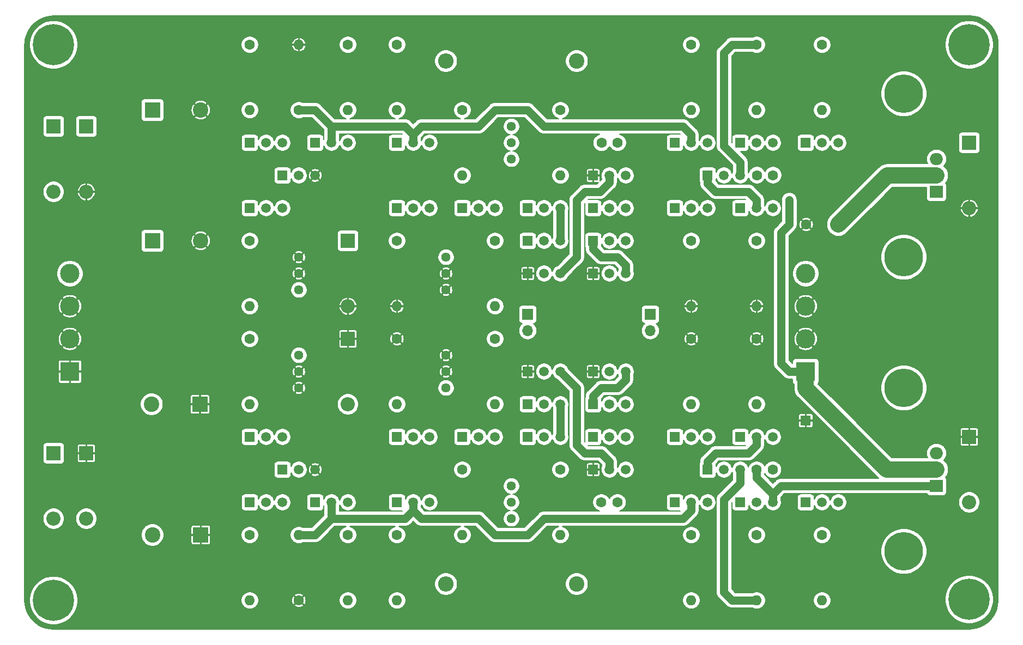
<source format=gbr>
%TF.GenerationSoftware,KiCad,Pcbnew,(5.1.10)-1*%
%TF.CreationDate,2021-11-12T11:53:13+05:30*%
%TF.ProjectId,DIscrete Linear Supply Rev4,44497363-7265-4746-9520-4c696e656172,rev?*%
%TF.SameCoordinates,Original*%
%TF.FileFunction,Copper,L2,Bot*%
%TF.FilePolarity,Positive*%
%FSLAX46Y46*%
G04 Gerber Fmt 4.6, Leading zero omitted, Abs format (unit mm)*
G04 Created by KiCad (PCBNEW (5.1.10)-1) date 2021-11-12 11:53:13*
%MOMM*%
%LPD*%
G01*
G04 APERTURE LIST*
%TA.AperFunction,ComponentPad*%
%ADD10O,2.200000X2.200000*%
%TD*%
%TA.AperFunction,ComponentPad*%
%ADD11R,2.200000X2.200000*%
%TD*%
%TA.AperFunction,ComponentPad*%
%ADD12C,1.600000*%
%TD*%
%TA.AperFunction,ComponentPad*%
%ADD13R,1.600000X1.600000*%
%TD*%
%TA.AperFunction,ComponentPad*%
%ADD14C,0.800000*%
%TD*%
%TA.AperFunction,ComponentPad*%
%ADD15C,6.400000*%
%TD*%
%TA.AperFunction,ComponentPad*%
%ADD16C,3.000000*%
%TD*%
%TA.AperFunction,ComponentPad*%
%ADD17R,3.000000X3.000000*%
%TD*%
%TA.AperFunction,ComponentPad*%
%ADD18O,1.700000X1.700000*%
%TD*%
%TA.AperFunction,ComponentPad*%
%ADD19R,1.700000X1.700000*%
%TD*%
%TA.AperFunction,ComponentPad*%
%ADD20C,6.000000*%
%TD*%
%TA.AperFunction,ComponentPad*%
%ADD21C,1.440000*%
%TD*%
%TA.AperFunction,ComponentPad*%
%ADD22O,1.600000X1.600000*%
%TD*%
%TA.AperFunction,ComponentPad*%
%ADD23O,2.400000X2.400000*%
%TD*%
%TA.AperFunction,ComponentPad*%
%ADD24C,2.400000*%
%TD*%
%TA.AperFunction,ComponentPad*%
%ADD25O,2.000000X1.905000*%
%TD*%
%TA.AperFunction,ComponentPad*%
%ADD26R,2.000000X1.905000*%
%TD*%
%TA.AperFunction,ComponentPad*%
%ADD27R,1.500000X1.500000*%
%TD*%
%TA.AperFunction,ComponentPad*%
%ADD28C,1.500000*%
%TD*%
%TA.AperFunction,ComponentPad*%
%ADD29R,2.400000X2.400000*%
%TD*%
%TA.AperFunction,ViaPad*%
%ADD30C,0.800000*%
%TD*%
%TA.AperFunction,Conductor*%
%ADD31C,1.270000*%
%TD*%
%TA.AperFunction,Conductor*%
%ADD32C,2.540000*%
%TD*%
%TA.AperFunction,Conductor*%
%ADD33C,0.127000*%
%TD*%
%TA.AperFunction,Conductor*%
%ADD34C,0.100000*%
%TD*%
G04 APERTURE END LIST*
D10*
%TO.P,D8,2*%
%TO.N,Net-(C12-Pad2)*%
X274320000Y-177800000D03*
D11*
%TO.P,D8,1*%
%TO.N,GND*%
X274320000Y-167640000D03*
%TD*%
D10*
%TO.P,D7,2*%
%TO.N,GND*%
X274320000Y-132080000D03*
D11*
%TO.P,D7,1*%
%TO.N,Net-(C11-Pad1)*%
X274320000Y-121920000D03*
%TD*%
D12*
%TO.P,C11,2*%
%TO.N,GND*%
X249000000Y-134620000D03*
D13*
%TO.P,C11,1*%
%TO.N,Net-(C11-Pad1)*%
X254000000Y-134620000D03*
%TD*%
D12*
%TO.P,C12,2*%
%TO.N,Net-(C12-Pad2)*%
X253920000Y-165100000D03*
D13*
%TO.P,C12,1*%
%TO.N,GND*%
X248920000Y-165100000D03*
%TD*%
D14*
%TO.P,H4,1*%
%TO.N,N/C*%
X276017056Y-191202944D03*
X274320000Y-190500000D03*
X272622944Y-191202944D03*
X271920000Y-192900000D03*
X272622944Y-194597056D03*
X274320000Y-195300000D03*
X276017056Y-194597056D03*
X276720000Y-192900000D03*
D15*
X274320000Y-192900000D03*
%TD*%
D14*
%TO.P,H3,1*%
%TO.N,N/C*%
X276017056Y-104982944D03*
X274320000Y-104280000D03*
X272622944Y-104982944D03*
X271920000Y-106680000D03*
X272622944Y-108377056D03*
X274320000Y-109080000D03*
X276017056Y-108377056D03*
X276720000Y-106680000D03*
D15*
X274320000Y-106680000D03*
%TD*%
D14*
%TO.P,H2,1*%
%TO.N,N/C*%
X133777056Y-191342944D03*
X132080000Y-190640000D03*
X130382944Y-191342944D03*
X129680000Y-193040000D03*
X130382944Y-194737056D03*
X132080000Y-195440000D03*
X133777056Y-194737056D03*
X134480000Y-193040000D03*
D15*
X132080000Y-193040000D03*
%TD*%
D14*
%TO.P,H1,1*%
%TO.N,N/C*%
X133777056Y-104982944D03*
X132080000Y-104280000D03*
X130382944Y-104982944D03*
X129680000Y-106680000D03*
X130382944Y-108377056D03*
X132080000Y-109080000D03*
X133777056Y-108377056D03*
X134480000Y-106680000D03*
D15*
X132080000Y-106680000D03*
%TD*%
D16*
%TO.P,J2,4*%
%TO.N,Net-(C11-Pad1)*%
X248920000Y-142240000D03*
D17*
%TO.P,J2,1*%
%TO.N,Net-(C12-Pad2)*%
X248920000Y-157480000D03*
D16*
%TO.P,J2,3*%
%TO.N,GND*%
X248920000Y-147320000D03*
%TO.P,J2,2*%
X248920000Y-152400000D03*
%TD*%
%TO.P,J1,4*%
%TO.N,Net-(D3-Pad2)*%
X134620000Y-142240000D03*
D17*
%TO.P,J1,1*%
%TO.N,GND*%
X134620000Y-157480000D03*
D16*
%TO.P,J1,3*%
X134620000Y-147320000D03*
%TO.P,J1,2*%
X134620000Y-152400000D03*
%TD*%
D10*
%TO.P,D6,2*%
%TO.N,-VSW*%
X137160000Y-180340000D03*
D11*
%TO.P,D6,1*%
%TO.N,GND*%
X137160000Y-170180000D03*
%TD*%
D10*
%TO.P,D5,2*%
%TO.N,GND*%
X137160000Y-129540000D03*
D11*
%TO.P,D5,1*%
%TO.N,+VSW*%
X137160000Y-119380000D03*
%TD*%
D10*
%TO.P,D4,2*%
%TO.N,-VSW*%
X132080000Y-180340000D03*
D11*
%TO.P,D4,1*%
%TO.N,Net-(D3-Pad2)*%
X132080000Y-170180000D03*
%TD*%
D10*
%TO.P,D3,2*%
%TO.N,Net-(D3-Pad2)*%
X132080000Y-129540000D03*
D11*
%TO.P,D3,1*%
%TO.N,+VSW*%
X132080000Y-119380000D03*
%TD*%
D18*
%TO.P,R23,2*%
%TO.N,Net-(Q32-Pad1)*%
X224790000Y-151130000D03*
D19*
%TO.P,R23,1*%
%TO.N,Net-(Q31-Pad1)*%
X224790000Y-148590000D03*
%TD*%
D18*
%TO.P,R12,2*%
%TO.N,Net-(Q12-Pad1)*%
X205740000Y-151130000D03*
D19*
%TO.P,R12,1*%
%TO.N,Net-(Q11-Pad1)*%
X205740000Y-148590000D03*
%TD*%
D20*
%TO.P,HS2,1*%
%TO.N,N/C*%
X264160000Y-185420000D03*
X264160000Y-160020000D03*
%TD*%
%TO.P,HS1,1*%
%TO.N,N/C*%
X264160000Y-139700000D03*
X264160000Y-114300000D03*
%TD*%
D21*
%TO.P,RV6,3*%
%TO.N,Net-(R17-Pad1)*%
X203200000Y-180340000D03*
%TO.P,RV6,2*%
%TO.N,Net-(Q14-Pad3)*%
X203200000Y-177800000D03*
%TO.P,RV6,1*%
X203200000Y-175260000D03*
%TD*%
%TO.P,RV5,3*%
%TO.N,Net-(Q13-Pad3)*%
X203200000Y-124460000D03*
%TO.P,RV5,2*%
X203200000Y-121920000D03*
%TO.P,RV5,1*%
%TO.N,Net-(R16-Pad2)*%
X203200000Y-119380000D03*
%TD*%
%TO.P,RV4,3*%
%TO.N,Net-(R15-Pad1)*%
X193040000Y-160020000D03*
%TO.P,RV4,2*%
%TO.N,GND*%
X193040000Y-157480000D03*
%TO.P,RV4,1*%
X193040000Y-154940000D03*
%TD*%
%TO.P,RV3,3*%
%TO.N,GND*%
X193040000Y-144780000D03*
%TO.P,RV3,2*%
X193040000Y-142240000D03*
%TO.P,RV3,1*%
%TO.N,Net-(R14-Pad2)*%
X193040000Y-139700000D03*
%TD*%
%TO.P,RV2,3*%
%TO.N,Net-(R3-Pad1)*%
X170180000Y-154940000D03*
%TO.P,RV2,2*%
%TO.N,GND*%
X170180000Y-157480000D03*
%TO.P,RV2,1*%
X170180000Y-160020000D03*
%TD*%
%TO.P,RV1,3*%
%TO.N,GND*%
X170180000Y-139700000D03*
%TO.P,RV1,2*%
X170180000Y-142240000D03*
%TO.P,RV1,1*%
%TO.N,Net-(R2-Pad2)*%
X170180000Y-144780000D03*
%TD*%
D22*
%TO.P,R32,2*%
%TO.N,-VSW*%
X251460000Y-193040000D03*
D12*
%TO.P,R32,1*%
%TO.N,Net-(Q40-Pad1)*%
X251460000Y-182880000D03*
%TD*%
D22*
%TO.P,R31,2*%
%TO.N,Net-(Q39-Pad1)*%
X251460000Y-116840000D03*
D12*
%TO.P,R31,1*%
%TO.N,+VSW*%
X251460000Y-106680000D03*
%TD*%
D22*
%TO.P,R30,2*%
%TO.N,-VSW*%
X241300000Y-193040000D03*
D12*
%TO.P,R30,1*%
%TO.N,Net-(Q38-Pad1)*%
X241300000Y-182880000D03*
%TD*%
D22*
%TO.P,R29,2*%
%TO.N,Net-(C12-Pad2)*%
X241300000Y-162560000D03*
D12*
%TO.P,R29,1*%
%TO.N,GND*%
X241300000Y-152400000D03*
%TD*%
D22*
%TO.P,R28,2*%
%TO.N,GND*%
X241300000Y-147320000D03*
D12*
%TO.P,R28,1*%
%TO.N,Net-(C11-Pad1)*%
X241300000Y-137160000D03*
%TD*%
D22*
%TO.P,R27,2*%
%TO.N,Net-(Q35-Pad1)*%
X241300000Y-116840000D03*
D12*
%TO.P,R27,1*%
%TO.N,+VSW*%
X241300000Y-106680000D03*
%TD*%
D22*
%TO.P,R26,2*%
%TO.N,Net-(Q32-Pad1)*%
X231140000Y-162560000D03*
D12*
%TO.P,R26,1*%
%TO.N,GND*%
X231140000Y-152400000D03*
%TD*%
D22*
%TO.P,R25,2*%
%TO.N,GND*%
X231140000Y-147320000D03*
D12*
%TO.P,R25,1*%
%TO.N,Net-(Q31-Pad1)*%
X231140000Y-137160000D03*
%TD*%
D22*
%TO.P,R24,2*%
%TO.N,-VSW*%
X231140000Y-193040000D03*
D12*
%TO.P,R24,1*%
%TO.N,Net-(Q30-Pad1)*%
X231140000Y-182880000D03*
%TD*%
D22*
%TO.P,R22,2*%
%TO.N,Net-(Q29-Pad1)*%
X231140000Y-116840000D03*
D12*
%TO.P,R22,1*%
%TO.N,+VSW*%
X231140000Y-106680000D03*
%TD*%
D22*
%TO.P,R21,2*%
%TO.N,Net-(Q42-Pad3)*%
X210820000Y-182880000D03*
D12*
%TO.P,R21,1*%
%TO.N,Net-(Q26-Pad1)*%
X210820000Y-172720000D03*
%TD*%
D22*
%TO.P,R20,2*%
%TO.N,Net-(Q21-Pad1)*%
X210820000Y-127000000D03*
D12*
%TO.P,R20,1*%
%TO.N,Net-(Q41-Pad3)*%
X210820000Y-116840000D03*
%TD*%
D23*
%TO.P,R19,2*%
%TO.N,-VSW*%
X193040000Y-190500000D03*
D24*
%TO.P,R19,1*%
%TO.N,Net-(Q42-Pad3)*%
X213360000Y-190500000D03*
%TD*%
D23*
%TO.P,R18,2*%
%TO.N,+VSW*%
X193040000Y-109220000D03*
D24*
%TO.P,R18,1*%
%TO.N,Net-(Q41-Pad3)*%
X213360000Y-109220000D03*
%TD*%
D22*
%TO.P,R17,2*%
%TO.N,-VSW*%
X195580000Y-182880000D03*
D12*
%TO.P,R17,1*%
%TO.N,Net-(R17-Pad1)*%
X195580000Y-172720000D03*
%TD*%
D22*
%TO.P,R16,2*%
%TO.N,Net-(R16-Pad2)*%
X195580000Y-127000000D03*
D12*
%TO.P,R16,1*%
%TO.N,+VSW*%
X195580000Y-116840000D03*
%TD*%
D22*
%TO.P,R15,2*%
%TO.N,Net-(Q14-Pad1)*%
X200660000Y-162560000D03*
D12*
%TO.P,R15,1*%
%TO.N,Net-(R15-Pad1)*%
X200660000Y-152400000D03*
%TD*%
D22*
%TO.P,R14,2*%
%TO.N,Net-(R14-Pad2)*%
X200660000Y-147320000D03*
D12*
%TO.P,R14,1*%
%TO.N,Net-(Q13-Pad1)*%
X200660000Y-137160000D03*
%TD*%
D22*
%TO.P,R13,2*%
%TO.N,-VSW*%
X185420000Y-193040000D03*
D12*
%TO.P,R13,1*%
%TO.N,Net-(Q10-Pad1)*%
X185420000Y-182880000D03*
%TD*%
D22*
%TO.P,R11,2*%
%TO.N,Net-(Q9-Pad1)*%
X185420000Y-116840000D03*
D12*
%TO.P,R11,1*%
%TO.N,+VSW*%
X185420000Y-106680000D03*
%TD*%
D22*
%TO.P,R10,2*%
%TO.N,Net-(Q12-Pad1)*%
X185420000Y-162560000D03*
D12*
%TO.P,R10,1*%
%TO.N,GND*%
X185420000Y-152400000D03*
%TD*%
D22*
%TO.P,R9,2*%
%TO.N,GND*%
X185420000Y-147320000D03*
D12*
%TO.P,R9,1*%
%TO.N,Net-(Q11-Pad1)*%
X185420000Y-137160000D03*
%TD*%
D22*
%TO.P,R8,2*%
%TO.N,-VSW*%
X177800000Y-193040000D03*
D12*
%TO.P,R8,1*%
%TO.N,Net-(Q8-Pad1)*%
X177800000Y-182880000D03*
%TD*%
D22*
%TO.P,R7,2*%
%TO.N,Net-(Q7-Pad1)*%
X177800000Y-116840000D03*
D12*
%TO.P,R7,1*%
%TO.N,+VSW*%
X177800000Y-106680000D03*
%TD*%
D22*
%TO.P,R6,2*%
%TO.N,Net-(Q10-Pad2)*%
X170180000Y-182880000D03*
D12*
%TO.P,R6,1*%
%TO.N,GND*%
X170180000Y-193040000D03*
%TD*%
D22*
%TO.P,R5,2*%
%TO.N,GND*%
X170180000Y-106680000D03*
D12*
%TO.P,R5,1*%
%TO.N,Net-(Q1-Pad2)*%
X170180000Y-116840000D03*
%TD*%
D22*
%TO.P,R4,2*%
%TO.N,-VSW*%
X162560000Y-193040000D03*
D12*
%TO.P,R4,1*%
%TO.N,Net-(Q4-Pad1)*%
X162560000Y-182880000D03*
%TD*%
D22*
%TO.P,R3,2*%
%TO.N,Net-(Q3-Pad1)*%
X162560000Y-162560000D03*
D12*
%TO.P,R3,1*%
%TO.N,Net-(R3-Pad1)*%
X162560000Y-152400000D03*
%TD*%
D22*
%TO.P,R2,2*%
%TO.N,Net-(R2-Pad2)*%
X162560000Y-147320000D03*
D12*
%TO.P,R2,1*%
%TO.N,Net-(Q2-Pad1)*%
X162560000Y-137160000D03*
%TD*%
D22*
%TO.P,R1,2*%
%TO.N,Net-(Q1-Pad1)*%
X162560000Y-116840000D03*
D12*
%TO.P,R1,1*%
%TO.N,+VSW*%
X162560000Y-106680000D03*
%TD*%
D25*
%TO.P,Q42,3*%
%TO.N,Net-(Q42-Pad3)*%
X269240000Y-170180000D03*
%TO.P,Q42,2*%
%TO.N,Net-(C12-Pad2)*%
X269240000Y-172720000D03*
D26*
%TO.P,Q42,1*%
%TO.N,Net-(C10-Pad1)*%
X269240000Y-175260000D03*
%TD*%
D25*
%TO.P,Q41,3*%
%TO.N,Net-(Q41-Pad3)*%
X269240000Y-124460000D03*
%TO.P,Q41,2*%
%TO.N,Net-(C11-Pad1)*%
X269240000Y-127000000D03*
D26*
%TO.P,Q41,1*%
%TO.N,Net-(C9-Pad1)*%
X269240000Y-129540000D03*
%TD*%
D27*
%TO.P,Q40,1*%
%TO.N,Net-(Q40-Pad1)*%
X248920000Y-177800000D03*
D28*
%TO.P,Q40,3*%
%TO.N,Net-(JP8-Pad2)*%
X254000000Y-177800000D03*
%TO.P,Q40,2*%
%TO.N,Net-(Q10-Pad2)*%
X251460000Y-177800000D03*
%TD*%
D27*
%TO.P,Q39,1*%
%TO.N,Net-(Q39-Pad1)*%
X248920000Y-121920000D03*
D28*
%TO.P,Q39,3*%
%TO.N,Net-(JP7-Pad1)*%
X254000000Y-121920000D03*
%TO.P,Q39,2*%
%TO.N,Net-(Q1-Pad2)*%
X251460000Y-121920000D03*
%TD*%
D27*
%TO.P,Q38,1*%
%TO.N,Net-(Q38-Pad1)*%
X238760000Y-177800000D03*
D28*
%TO.P,Q38,3*%
%TO.N,Net-(C10-Pad1)*%
X243840000Y-177800000D03*
%TO.P,Q38,2*%
%TO.N,Net-(Q10-Pad2)*%
X241300000Y-177800000D03*
%TD*%
D27*
%TO.P,Q37,1*%
%TO.N,Net-(C12-Pad2)*%
X238760000Y-167640000D03*
D28*
%TO.P,Q37,3*%
%TO.N,Net-(C10-Pad1)*%
X243840000Y-167640000D03*
%TO.P,Q37,2*%
%TO.N,Net-(Q32-Pad2)*%
X241300000Y-167640000D03*
%TD*%
D27*
%TO.P,Q36,1*%
%TO.N,Net-(C11-Pad1)*%
X238760000Y-132080000D03*
D28*
%TO.P,Q36,3*%
%TO.N,Net-(C9-Pad1)*%
X243840000Y-132080000D03*
%TO.P,Q36,2*%
%TO.N,Net-(Q31-Pad2)*%
X241300000Y-132080000D03*
%TD*%
D27*
%TO.P,Q35,1*%
%TO.N,Net-(Q35-Pad1)*%
X238760000Y-121920000D03*
D28*
%TO.P,Q35,3*%
%TO.N,Net-(C9-Pad1)*%
X243840000Y-121920000D03*
%TO.P,Q35,2*%
%TO.N,Net-(Q1-Pad2)*%
X241300000Y-121920000D03*
%TD*%
D27*
%TO.P,Q34,1*%
%TO.N,Net-(Q32-Pad2)*%
X233680000Y-172720000D03*
D28*
%TO.P,Q34,3*%
%TO.N,-VSW*%
X238760000Y-172720000D03*
%TO.P,Q34,2*%
%TO.N,Net-(C10-Pad2)*%
X236220000Y-172720000D03*
%TD*%
D27*
%TO.P,Q33,1*%
%TO.N,Net-(Q31-Pad2)*%
X233680000Y-127000000D03*
D28*
%TO.P,Q33,3*%
%TO.N,+VSW*%
X238760000Y-127000000D03*
%TO.P,Q33,2*%
%TO.N,Net-(C9-Pad2)*%
X236220000Y-127000000D03*
%TD*%
D27*
%TO.P,Q32,1*%
%TO.N,Net-(Q32-Pad1)*%
X228600000Y-167640000D03*
D28*
%TO.P,Q32,3*%
%TO.N,Net-(C10-Pad2)*%
X233680000Y-167640000D03*
%TO.P,Q32,2*%
%TO.N,Net-(Q32-Pad2)*%
X231140000Y-167640000D03*
%TD*%
D27*
%TO.P,Q31,1*%
%TO.N,Net-(Q31-Pad1)*%
X228600000Y-132080000D03*
D28*
%TO.P,Q31,3*%
%TO.N,Net-(C9-Pad2)*%
X233680000Y-132080000D03*
%TO.P,Q31,2*%
%TO.N,Net-(Q31-Pad2)*%
X231140000Y-132080000D03*
%TD*%
D27*
%TO.P,Q30,1*%
%TO.N,Net-(Q30-Pad1)*%
X228600000Y-177800000D03*
D28*
%TO.P,Q30,3*%
%TO.N,Net-(C10-Pad2)*%
X233680000Y-177800000D03*
%TO.P,Q30,2*%
%TO.N,Net-(Q10-Pad2)*%
X231140000Y-177800000D03*
%TD*%
D27*
%TO.P,Q29,1*%
%TO.N,Net-(Q29-Pad1)*%
X228600000Y-121920000D03*
D28*
%TO.P,Q29,3*%
%TO.N,Net-(C9-Pad2)*%
X233680000Y-121920000D03*
%TO.P,Q29,2*%
%TO.N,Net-(Q1-Pad2)*%
X231140000Y-121920000D03*
%TD*%
D27*
%TO.P,Q28,1*%
%TO.N,GND*%
X215900000Y-172720000D03*
D28*
%TO.P,Q28,3*%
%TO.N,Net-(C8-Pad1)*%
X220980000Y-172720000D03*
%TO.P,Q28,2*%
%TO.N,Net-(C8-Pad2)*%
X218440000Y-172720000D03*
%TD*%
D27*
%TO.P,Q27,1*%
%TO.N,GND*%
X215900000Y-127000000D03*
D28*
%TO.P,Q27,3*%
%TO.N,Net-(C7-Pad1)*%
X220980000Y-127000000D03*
%TO.P,Q27,2*%
%TO.N,Net-(C7-Pad2)*%
X218440000Y-127000000D03*
%TD*%
D27*
%TO.P,Q26,1*%
%TO.N,Net-(Q26-Pad1)*%
X215900000Y-167640000D03*
D28*
%TO.P,Q26,3*%
%TO.N,Net-(Q20-Pad2)*%
X220980000Y-167640000D03*
%TO.P,Q26,2*%
X218440000Y-167640000D03*
%TD*%
D27*
%TO.P,Q25,1*%
%TO.N,Net-(Q24-Pad3)*%
X215900000Y-162560000D03*
D28*
%TO.P,Q25,3*%
%TO.N,Net-(Q20-Pad2)*%
X220980000Y-162560000D03*
%TO.P,Q25,2*%
%TO.N,Net-(Q19-Pad2)*%
X218440000Y-162560000D03*
%TD*%
D27*
%TO.P,Q24,1*%
%TO.N,GND*%
X215900000Y-157480000D03*
D28*
%TO.P,Q24,3*%
%TO.N,Net-(Q24-Pad3)*%
X220980000Y-157480000D03*
%TO.P,Q24,2*%
%TO.N,Net-(C8-Pad2)*%
X218440000Y-157480000D03*
%TD*%
D27*
%TO.P,Q23,1*%
%TO.N,GND*%
X215900000Y-142240000D03*
D28*
%TO.P,Q23,3*%
%TO.N,Net-(Q22-Pad1)*%
X220980000Y-142240000D03*
%TO.P,Q23,2*%
%TO.N,Net-(C7-Pad2)*%
X218440000Y-142240000D03*
%TD*%
D27*
%TO.P,Q22,1*%
%TO.N,Net-(Q22-Pad1)*%
X215900000Y-137160000D03*
D28*
%TO.P,Q22,3*%
%TO.N,Net-(Q15-Pad2)*%
X220980000Y-137160000D03*
%TO.P,Q22,2*%
%TO.N,Net-(Q15-Pad3)*%
X218440000Y-137160000D03*
%TD*%
D27*
%TO.P,Q21,1*%
%TO.N,Net-(Q21-Pad1)*%
X215900000Y-132080000D03*
D28*
%TO.P,Q21,3*%
%TO.N,Net-(Q15-Pad2)*%
X220980000Y-132080000D03*
%TO.P,Q21,2*%
X218440000Y-132080000D03*
%TD*%
D27*
%TO.P,Q20,1*%
%TO.N,Net-(Q14-Pad3)*%
X205740000Y-167640000D03*
D28*
%TO.P,Q20,3*%
%TO.N,Net-(Q19-Pad2)*%
X210820000Y-167640000D03*
%TO.P,Q20,2*%
%TO.N,Net-(Q20-Pad2)*%
X208280000Y-167640000D03*
%TD*%
D27*
%TO.P,Q19,1*%
%TO.N,Net-(C8-Pad2)*%
X205740000Y-162560000D03*
D28*
%TO.P,Q19,3*%
%TO.N,Net-(Q19-Pad2)*%
X210820000Y-162560000D03*
%TO.P,Q19,2*%
X208280000Y-162560000D03*
%TD*%
D27*
%TO.P,Q18,1*%
%TO.N,GND*%
X205740000Y-157480000D03*
D28*
%TO.P,Q18,3*%
%TO.N,Net-(C8-Pad2)*%
X210820000Y-157480000D03*
%TO.P,Q18,2*%
X208280000Y-157480000D03*
%TD*%
D27*
%TO.P,Q17,1*%
%TO.N,GND*%
X205740000Y-142240000D03*
D28*
%TO.P,Q17,3*%
%TO.N,Net-(C7-Pad2)*%
X210820000Y-142240000D03*
%TO.P,Q17,2*%
X208280000Y-142240000D03*
%TD*%
D27*
%TO.P,Q16,1*%
%TO.N,Net-(C7-Pad2)*%
X205740000Y-137160000D03*
D28*
%TO.P,Q16,3*%
%TO.N,Net-(Q15-Pad3)*%
X210820000Y-137160000D03*
%TO.P,Q16,2*%
X208280000Y-137160000D03*
%TD*%
D27*
%TO.P,Q15,1*%
%TO.N,Net-(Q13-Pad3)*%
X205740000Y-132080000D03*
D28*
%TO.P,Q15,3*%
%TO.N,Net-(Q15-Pad3)*%
X210820000Y-132080000D03*
%TO.P,Q15,2*%
%TO.N,Net-(Q15-Pad2)*%
X208280000Y-132080000D03*
%TD*%
D27*
%TO.P,Q14,1*%
%TO.N,Net-(Q14-Pad1)*%
X195580000Y-167640000D03*
D28*
%TO.P,Q14,3*%
%TO.N,Net-(Q14-Pad3)*%
X200660000Y-167640000D03*
%TO.P,Q14,2*%
%TO.N,Net-(Q10-Pad3)*%
X198120000Y-167640000D03*
%TD*%
D27*
%TO.P,Q13,1*%
%TO.N,Net-(Q13-Pad1)*%
X195580000Y-132080000D03*
D28*
%TO.P,Q13,3*%
%TO.N,Net-(Q13-Pad3)*%
X200660000Y-132080000D03*
%TO.P,Q13,2*%
%TO.N,Net-(Q11-Pad2)*%
X198120000Y-132080000D03*
%TD*%
D27*
%TO.P,Q12,1*%
%TO.N,Net-(Q12-Pad1)*%
X185420000Y-167640000D03*
D28*
%TO.P,Q12,3*%
%TO.N,Net-(Q10-Pad3)*%
X190500000Y-167640000D03*
%TO.P,Q12,2*%
X187960000Y-167640000D03*
%TD*%
D27*
%TO.P,Q11,1*%
%TO.N,Net-(Q11-Pad1)*%
X185420000Y-132080000D03*
D28*
%TO.P,Q11,3*%
%TO.N,Net-(Q11-Pad2)*%
X190500000Y-132080000D03*
%TO.P,Q11,2*%
X187960000Y-132080000D03*
%TD*%
D27*
%TO.P,Q10,1*%
%TO.N,Net-(Q10-Pad1)*%
X185420000Y-177800000D03*
D28*
%TO.P,Q10,3*%
%TO.N,Net-(Q10-Pad3)*%
X190500000Y-177800000D03*
%TO.P,Q10,2*%
%TO.N,Net-(Q10-Pad2)*%
X187960000Y-177800000D03*
%TD*%
D27*
%TO.P,Q9,1*%
%TO.N,Net-(Q9-Pad1)*%
X185420000Y-121920000D03*
D28*
%TO.P,Q9,3*%
%TO.N,Net-(Q11-Pad2)*%
X190500000Y-121920000D03*
%TO.P,Q9,2*%
%TO.N,Net-(Q1-Pad2)*%
X187960000Y-121920000D03*
%TD*%
D27*
%TO.P,Q8,1*%
%TO.N,Net-(Q8-Pad1)*%
X172720000Y-177800000D03*
D28*
%TO.P,Q8,3*%
%TO.N,Net-(D2-Pad2)*%
X177800000Y-177800000D03*
%TO.P,Q8,2*%
%TO.N,Net-(Q10-Pad2)*%
X175260000Y-177800000D03*
%TD*%
D27*
%TO.P,Q7,1*%
%TO.N,Net-(Q7-Pad1)*%
X172720000Y-121920000D03*
D28*
%TO.P,Q7,3*%
%TO.N,Net-(D1-Pad1)*%
X177800000Y-121920000D03*
%TO.P,Q7,2*%
%TO.N,Net-(Q1-Pad2)*%
X175260000Y-121920000D03*
%TD*%
D27*
%TO.P,Q6,1*%
%TO.N,Net-(Q10-Pad2)*%
X167640000Y-172720000D03*
D28*
%TO.P,Q6,3*%
%TO.N,GND*%
X172720000Y-172720000D03*
%TO.P,Q6,2*%
%TO.N,Net-(Q3-Pad3)*%
X170180000Y-172720000D03*
%TD*%
D27*
%TO.P,Q5,1*%
%TO.N,Net-(Q1-Pad2)*%
X167640000Y-127000000D03*
D28*
%TO.P,Q5,3*%
%TO.N,GND*%
X172720000Y-127000000D03*
%TO.P,Q5,2*%
%TO.N,Net-(Q1-Pad3)*%
X170180000Y-127000000D03*
%TD*%
D27*
%TO.P,Q4,1*%
%TO.N,Net-(Q4-Pad1)*%
X162560000Y-177800000D03*
D28*
%TO.P,Q4,3*%
%TO.N,Net-(Q3-Pad3)*%
X167640000Y-177800000D03*
%TO.P,Q4,2*%
%TO.N,Net-(Q10-Pad2)*%
X165100000Y-177800000D03*
%TD*%
D27*
%TO.P,Q3,1*%
%TO.N,Net-(Q3-Pad1)*%
X162560000Y-167640000D03*
D28*
%TO.P,Q3,3*%
%TO.N,Net-(Q3-Pad3)*%
X167640000Y-167640000D03*
%TO.P,Q3,2*%
%TO.N,Net-(D2-Pad2)*%
X165100000Y-167640000D03*
%TD*%
D27*
%TO.P,Q2,1*%
%TO.N,Net-(Q2-Pad1)*%
X162560000Y-132080000D03*
D28*
%TO.P,Q2,3*%
%TO.N,Net-(Q1-Pad3)*%
X167640000Y-132080000D03*
%TO.P,Q2,2*%
%TO.N,Net-(D1-Pad1)*%
X165100000Y-132080000D03*
%TD*%
D27*
%TO.P,Q1,1*%
%TO.N,Net-(Q1-Pad1)*%
X162560000Y-121920000D03*
D28*
%TO.P,Q1,3*%
%TO.N,Net-(Q1-Pad3)*%
X167640000Y-121920000D03*
%TO.P,Q1,2*%
%TO.N,Net-(Q1-Pad2)*%
X165100000Y-121920000D03*
%TD*%
D10*
%TO.P,D2,2*%
%TO.N,Net-(D2-Pad2)*%
X177800000Y-162560000D03*
D11*
%TO.P,D2,1*%
%TO.N,GND*%
X177800000Y-152400000D03*
%TD*%
D10*
%TO.P,D1,2*%
%TO.N,GND*%
X177800000Y-147320000D03*
D11*
%TO.P,D1,1*%
%TO.N,Net-(D1-Pad1)*%
X177800000Y-137160000D03*
%TD*%
D12*
%TO.P,C10,2*%
%TO.N,Net-(C10-Pad2)*%
X243800000Y-172720000D03*
%TO.P,C10,1*%
%TO.N,Net-(C10-Pad1)*%
X241300000Y-172720000D03*
%TD*%
%TO.P,C9,2*%
%TO.N,Net-(C9-Pad2)*%
X241340000Y-126960000D03*
%TO.P,C9,1*%
%TO.N,Net-(C9-Pad1)*%
X243840000Y-126960000D03*
%TD*%
%TO.P,C8,2*%
%TO.N,Net-(C8-Pad2)*%
X217170000Y-177800000D03*
%TO.P,C8,1*%
%TO.N,Net-(C8-Pad1)*%
X219670000Y-177800000D03*
%TD*%
%TO.P,C7,2*%
%TO.N,Net-(C7-Pad2)*%
X217210000Y-121920000D03*
%TO.P,C7,1*%
%TO.N,Net-(C7-Pad1)*%
X219710000Y-121920000D03*
%TD*%
D24*
%TO.P,C6,2*%
%TO.N,-VSW*%
X147320000Y-162560000D03*
D29*
%TO.P,C6,1*%
%TO.N,GND*%
X154820000Y-162560000D03*
%TD*%
D24*
%TO.P,C5,2*%
%TO.N,GND*%
X154940000Y-116840000D03*
D29*
%TO.P,C5,1*%
%TO.N,+VSW*%
X147440000Y-116840000D03*
%TD*%
D24*
%TO.P,C4,2*%
%TO.N,-VSW*%
X147440000Y-182880000D03*
D29*
%TO.P,C4,1*%
%TO.N,GND*%
X154940000Y-182880000D03*
%TD*%
D24*
%TO.P,C3,2*%
%TO.N,GND*%
X154940000Y-137160000D03*
D29*
%TO.P,C3,1*%
%TO.N,+VSW*%
X147440000Y-137160000D03*
%TD*%
D30*
%TO.N,Net-(C12-Pad2)*%
X246380000Y-130810000D03*
%TD*%
D31*
%TO.N,+VSW*%
X241300000Y-106680000D02*
X237490000Y-106680000D01*
X237490000Y-106680000D02*
X236220000Y-107950000D01*
X238760000Y-124923002D02*
X238760000Y-127000000D01*
X236220000Y-122383002D02*
X238760000Y-124923002D01*
X236220000Y-107950000D02*
X236220000Y-122383002D01*
%TO.N,-VSW*%
X238760000Y-174796998D02*
X238760000Y-172720000D01*
X236220000Y-177336998D02*
X238760000Y-174796998D01*
X236220000Y-191770000D02*
X236220000Y-177336998D01*
X237490000Y-193040000D02*
X236220000Y-191770000D01*
X241300000Y-193040000D02*
X237490000Y-193040000D01*
%TO.N,Net-(C7-Pad2)*%
X218440000Y-128060660D02*
X216960660Y-129540000D01*
X218440000Y-127000000D02*
X218440000Y-128060660D01*
X216960660Y-129540000D02*
X214630000Y-129540000D01*
X214630000Y-129540000D02*
X213360000Y-130810000D01*
X213360000Y-139700000D02*
X210820000Y-142240000D01*
X213360000Y-130810000D02*
X213360000Y-139700000D01*
%TO.N,Net-(C8-Pad2)*%
X214630000Y-170180000D02*
X213360000Y-168910000D01*
X217170000Y-170180000D02*
X214630000Y-170180000D01*
X213360000Y-160020000D02*
X210820000Y-157480000D01*
X218440000Y-171450000D02*
X217170000Y-170180000D01*
X213360000Y-168910000D02*
X213360000Y-160020000D01*
X218440000Y-172720000D02*
X218440000Y-171450000D01*
%TO.N,Net-(C10-Pad1)*%
X241300000Y-172720000D02*
X241300000Y-173990000D01*
X241300000Y-173990000D02*
X243840000Y-176530000D01*
X243840000Y-176530000D02*
X243840000Y-177800000D01*
X245110000Y-175260000D02*
X243840000Y-176530000D01*
X269240000Y-175260000D02*
X245110000Y-175260000D01*
D32*
%TO.N,Net-(C11-Pad1)*%
X261620000Y-127000000D02*
X269240000Y-127000000D01*
X254000000Y-134620000D02*
X261620000Y-127000000D01*
D31*
%TO.N,Net-(C12-Pad2)*%
X246380000Y-130810000D02*
X246380000Y-130810000D01*
D32*
X261540000Y-172720000D02*
X253920000Y-165100000D01*
X269240000Y-172720000D02*
X261540000Y-172720000D01*
X248920000Y-160100000D02*
X253920000Y-165100000D01*
X248920000Y-157480000D02*
X248920000Y-160100000D01*
D31*
X246380000Y-157480000D02*
X245110000Y-156210000D01*
X248920000Y-157480000D02*
X246380000Y-157480000D01*
X245110000Y-156210000D02*
X245110000Y-135890000D01*
X246380000Y-134620000D02*
X246380000Y-130810000D01*
X245110000Y-135890000D02*
X246380000Y-134620000D01*
%TO.N,Net-(Q1-Pad2)*%
X175260000Y-119380000D02*
X175260000Y-121920000D01*
X172720000Y-116840000D02*
X175260000Y-119380000D01*
X170180000Y-116840000D02*
X172720000Y-116840000D01*
X175260000Y-119380000D02*
X186690000Y-119380000D01*
X187960000Y-120650000D02*
X187960000Y-121920000D01*
X186690000Y-119380000D02*
X187960000Y-120650000D01*
X231140000Y-120650000D02*
X231140000Y-121920000D01*
X229870000Y-119380000D02*
X231140000Y-120650000D01*
X205740000Y-116840000D02*
X208280000Y-119380000D01*
X208280000Y-119380000D02*
X229870000Y-119380000D01*
X200660000Y-116840000D02*
X205740000Y-116840000D01*
X198120000Y-119380000D02*
X200660000Y-116840000D01*
X189230000Y-119380000D02*
X198120000Y-119380000D01*
X187960000Y-120650000D02*
X189230000Y-119380000D01*
%TO.N,Net-(Q10-Pad2)*%
X175260000Y-180340000D02*
X175260000Y-177800000D01*
X172720000Y-182880000D02*
X175260000Y-180340000D01*
X170180000Y-182880000D02*
X172720000Y-182880000D01*
X175260000Y-180340000D02*
X186690000Y-180340000D01*
X187960000Y-179070000D02*
X187960000Y-177800000D01*
X186690000Y-180340000D02*
X187960000Y-179070000D01*
X187960000Y-179070000D02*
X189230000Y-180340000D01*
X189230000Y-180340000D02*
X198120000Y-180340000D01*
X198120000Y-180340000D02*
X200660000Y-182880000D01*
X200660000Y-182880000D02*
X205740000Y-182880000D01*
X205740000Y-182880000D02*
X208280000Y-180340000D01*
X208280000Y-180340000D02*
X229870000Y-180340000D01*
X231140000Y-179070000D02*
X231140000Y-177800000D01*
X229870000Y-180340000D02*
X231140000Y-179070000D01*
%TO.N,Net-(Q31-Pad2)*%
X233680000Y-127000000D02*
X233680000Y-128270000D01*
X233680000Y-128270000D02*
X234950000Y-129540000D01*
X234950000Y-129540000D02*
X240030000Y-129540000D01*
X240030000Y-129540000D02*
X241300000Y-130810000D01*
X241300000Y-130810000D02*
X241300000Y-132080000D01*
%TO.N,Net-(Q32-Pad2)*%
X233680000Y-172720000D02*
X233680000Y-171450000D01*
X233680000Y-171450000D02*
X234950000Y-170180000D01*
X234950000Y-170180000D02*
X240030000Y-170180000D01*
X240030000Y-170180000D02*
X241300000Y-168910000D01*
X241300000Y-168910000D02*
X241300000Y-167640000D01*
%TO.N,Net-(Q15-Pad3)*%
X210820000Y-132080000D02*
X210820000Y-137160000D01*
%TO.N,Net-(Q19-Pad2)*%
X210820000Y-167640000D02*
X210820000Y-162560000D01*
%TO.N,Net-(Q22-Pad1)*%
X220980000Y-140970000D02*
X220980000Y-142240000D01*
X217170000Y-139700000D02*
X219710000Y-139700000D01*
X219710000Y-139700000D02*
X220980000Y-140970000D01*
X215900000Y-138430000D02*
X217170000Y-139700000D01*
X215900000Y-137160000D02*
X215900000Y-138430000D01*
%TO.N,Net-(Q24-Pad3)*%
X215900000Y-162560000D02*
X215900000Y-161290000D01*
X215900000Y-161290000D02*
X217170000Y-160020000D01*
X217170000Y-160020000D02*
X219710000Y-160020000D01*
X220980000Y-158750000D02*
X220980000Y-157480000D01*
X219710000Y-160020000D02*
X220980000Y-158750000D01*
%TD*%
D33*
%TO.N,GND*%
X275113540Y-102269693D02*
X275881993Y-102479917D01*
X276601082Y-102822906D01*
X277248060Y-103287806D01*
X277802493Y-103859937D01*
X278246842Y-104521197D01*
X278567073Y-105250702D01*
X278754158Y-106029972D01*
X278803501Y-106701886D01*
X278803500Y-193013439D01*
X278730307Y-193833539D01*
X278520081Y-194601998D01*
X278177094Y-195321082D01*
X277712192Y-195968063D01*
X277140065Y-196522491D01*
X276478803Y-196966842D01*
X275749298Y-197287073D01*
X274970026Y-197474158D01*
X274298128Y-197523500D01*
X132106561Y-197523500D01*
X131286461Y-197450307D01*
X130518002Y-197240081D01*
X129798918Y-196897094D01*
X129151937Y-196432192D01*
X128597509Y-195860065D01*
X128153158Y-195198803D01*
X127832927Y-194469298D01*
X127645842Y-193690026D01*
X127596500Y-193018128D01*
X127596500Y-192668540D01*
X128308500Y-192668540D01*
X128308500Y-193411460D01*
X128453436Y-194140106D01*
X128737740Y-194826475D01*
X129150484Y-195444191D01*
X129675809Y-195969516D01*
X130293525Y-196382260D01*
X130979894Y-196666564D01*
X131708540Y-196811500D01*
X132451460Y-196811500D01*
X133180106Y-196666564D01*
X133866475Y-196382260D01*
X134484191Y-195969516D01*
X135009516Y-195444191D01*
X135422260Y-194826475D01*
X135706564Y-194140106D01*
X135851500Y-193411460D01*
X135851500Y-192904919D01*
X161188500Y-192904919D01*
X161188500Y-193175081D01*
X161241206Y-193440052D01*
X161344593Y-193689649D01*
X161494686Y-193914280D01*
X161685720Y-194105314D01*
X161910351Y-194255407D01*
X162159948Y-194358794D01*
X162424919Y-194411500D01*
X162695081Y-194411500D01*
X162960052Y-194358794D01*
X163209649Y-194255407D01*
X163434280Y-194105314D01*
X163625314Y-193914280D01*
X163687359Y-193821422D01*
X169488380Y-193821422D01*
X169572400Y-193984321D01*
X169768303Y-194084713D01*
X169980027Y-194144958D01*
X170199436Y-194162740D01*
X170418098Y-194137375D01*
X170627610Y-194069839D01*
X170787600Y-193984321D01*
X170871620Y-193821422D01*
X170180000Y-193129803D01*
X169488380Y-193821422D01*
X163687359Y-193821422D01*
X163775407Y-193689649D01*
X163878794Y-193440052D01*
X163931500Y-193175081D01*
X163931500Y-193059436D01*
X169057260Y-193059436D01*
X169082625Y-193278098D01*
X169150161Y-193487610D01*
X169235679Y-193647600D01*
X169398578Y-193731620D01*
X170090197Y-193040000D01*
X170269803Y-193040000D01*
X170961422Y-193731620D01*
X171124321Y-193647600D01*
X171224713Y-193451697D01*
X171284958Y-193239973D01*
X171302740Y-193020564D01*
X171289326Y-192904919D01*
X176428500Y-192904919D01*
X176428500Y-193175081D01*
X176481206Y-193440052D01*
X176584593Y-193689649D01*
X176734686Y-193914280D01*
X176925720Y-194105314D01*
X177150351Y-194255407D01*
X177399948Y-194358794D01*
X177664919Y-194411500D01*
X177935081Y-194411500D01*
X178200052Y-194358794D01*
X178449649Y-194255407D01*
X178674280Y-194105314D01*
X178865314Y-193914280D01*
X179015407Y-193689649D01*
X179118794Y-193440052D01*
X179171500Y-193175081D01*
X179171500Y-192904919D01*
X184048500Y-192904919D01*
X184048500Y-193175081D01*
X184101206Y-193440052D01*
X184204593Y-193689649D01*
X184354686Y-193914280D01*
X184545720Y-194105314D01*
X184770351Y-194255407D01*
X185019948Y-194358794D01*
X185284919Y-194411500D01*
X185555081Y-194411500D01*
X185820052Y-194358794D01*
X186069649Y-194255407D01*
X186294280Y-194105314D01*
X186485314Y-193914280D01*
X186635407Y-193689649D01*
X186738794Y-193440052D01*
X186791500Y-193175081D01*
X186791500Y-192904919D01*
X229768500Y-192904919D01*
X229768500Y-193175081D01*
X229821206Y-193440052D01*
X229924593Y-193689649D01*
X230074686Y-193914280D01*
X230265720Y-194105314D01*
X230490351Y-194255407D01*
X230739948Y-194358794D01*
X231004919Y-194411500D01*
X231275081Y-194411500D01*
X231540052Y-194358794D01*
X231789649Y-194255407D01*
X232014280Y-194105314D01*
X232205314Y-193914280D01*
X232355407Y-193689649D01*
X232458794Y-193440052D01*
X232511500Y-193175081D01*
X232511500Y-192904919D01*
X232458794Y-192639948D01*
X232355407Y-192390351D01*
X232205314Y-192165720D01*
X232014280Y-191974686D01*
X231789649Y-191824593D01*
X231540052Y-191721206D01*
X231275081Y-191668500D01*
X231004919Y-191668500D01*
X230739948Y-191721206D01*
X230490351Y-191824593D01*
X230265720Y-191974686D01*
X230074686Y-192165720D01*
X229924593Y-192390351D01*
X229821206Y-192639948D01*
X229768500Y-192904919D01*
X186791500Y-192904919D01*
X186738794Y-192639948D01*
X186635407Y-192390351D01*
X186485314Y-192165720D01*
X186294280Y-191974686D01*
X186069649Y-191824593D01*
X185820052Y-191721206D01*
X185555081Y-191668500D01*
X185284919Y-191668500D01*
X185019948Y-191721206D01*
X184770351Y-191824593D01*
X184545720Y-191974686D01*
X184354686Y-192165720D01*
X184204593Y-192390351D01*
X184101206Y-192639948D01*
X184048500Y-192904919D01*
X179171500Y-192904919D01*
X179118794Y-192639948D01*
X179015407Y-192390351D01*
X178865314Y-192165720D01*
X178674280Y-191974686D01*
X178449649Y-191824593D01*
X178200052Y-191721206D01*
X177935081Y-191668500D01*
X177664919Y-191668500D01*
X177399948Y-191721206D01*
X177150351Y-191824593D01*
X176925720Y-191974686D01*
X176734686Y-192165720D01*
X176584593Y-192390351D01*
X176481206Y-192639948D01*
X176428500Y-192904919D01*
X171289326Y-192904919D01*
X171277375Y-192801902D01*
X171209839Y-192592390D01*
X171124321Y-192432400D01*
X170961422Y-192348380D01*
X170269803Y-193040000D01*
X170090197Y-193040000D01*
X169398578Y-192348380D01*
X169235679Y-192432400D01*
X169135287Y-192628303D01*
X169075042Y-192840027D01*
X169057260Y-193059436D01*
X163931500Y-193059436D01*
X163931500Y-192904919D01*
X163878794Y-192639948D01*
X163775407Y-192390351D01*
X163687360Y-192258578D01*
X169488380Y-192258578D01*
X170180000Y-192950197D01*
X170871620Y-192258578D01*
X170787600Y-192095679D01*
X170591697Y-191995287D01*
X170379973Y-191935042D01*
X170160564Y-191917260D01*
X169941902Y-191942625D01*
X169732390Y-192010161D01*
X169572400Y-192095679D01*
X169488380Y-192258578D01*
X163687360Y-192258578D01*
X163625314Y-192165720D01*
X163434280Y-191974686D01*
X163209649Y-191824593D01*
X162960052Y-191721206D01*
X162695081Y-191668500D01*
X162424919Y-191668500D01*
X162159948Y-191721206D01*
X161910351Y-191824593D01*
X161685720Y-191974686D01*
X161494686Y-192165720D01*
X161344593Y-192390351D01*
X161241206Y-192639948D01*
X161188500Y-192904919D01*
X135851500Y-192904919D01*
X135851500Y-192668540D01*
X135706564Y-191939894D01*
X135422260Y-191253525D01*
X135009516Y-190635809D01*
X134699229Y-190325522D01*
X191268500Y-190325522D01*
X191268500Y-190674478D01*
X191336577Y-191016728D01*
X191470117Y-191339120D01*
X191663986Y-191629266D01*
X191910734Y-191876014D01*
X192200880Y-192069883D01*
X192523272Y-192203423D01*
X192865522Y-192271500D01*
X193214478Y-192271500D01*
X193556728Y-192203423D01*
X193879120Y-192069883D01*
X194169266Y-191876014D01*
X194416014Y-191629266D01*
X194609883Y-191339120D01*
X194743423Y-191016728D01*
X194811500Y-190674478D01*
X194811500Y-190325522D01*
X211588500Y-190325522D01*
X211588500Y-190674478D01*
X211656577Y-191016728D01*
X211790117Y-191339120D01*
X211983986Y-191629266D01*
X212230734Y-191876014D01*
X212520880Y-192069883D01*
X212843272Y-192203423D01*
X213185522Y-192271500D01*
X213534478Y-192271500D01*
X213876728Y-192203423D01*
X214199120Y-192069883D01*
X214489266Y-191876014D01*
X214736014Y-191629266D01*
X214929883Y-191339120D01*
X215063423Y-191016728D01*
X215131500Y-190674478D01*
X215131500Y-190325522D01*
X215063423Y-189983272D01*
X214929883Y-189660880D01*
X214736014Y-189370734D01*
X214489266Y-189123986D01*
X214199120Y-188930117D01*
X213876728Y-188796577D01*
X213534478Y-188728500D01*
X213185522Y-188728500D01*
X212843272Y-188796577D01*
X212520880Y-188930117D01*
X212230734Y-189123986D01*
X211983986Y-189370734D01*
X211790117Y-189660880D01*
X211656577Y-189983272D01*
X211588500Y-190325522D01*
X194811500Y-190325522D01*
X194743423Y-189983272D01*
X194609883Y-189660880D01*
X194416014Y-189370734D01*
X194169266Y-189123986D01*
X193879120Y-188930117D01*
X193556728Y-188796577D01*
X193214478Y-188728500D01*
X192865522Y-188728500D01*
X192523272Y-188796577D01*
X192200880Y-188930117D01*
X191910734Y-189123986D01*
X191663986Y-189370734D01*
X191470117Y-189660880D01*
X191336577Y-189983272D01*
X191268500Y-190325522D01*
X134699229Y-190325522D01*
X134484191Y-190110484D01*
X133866475Y-189697740D01*
X133180106Y-189413436D01*
X132451460Y-189268500D01*
X131708540Y-189268500D01*
X130979894Y-189413436D01*
X130293525Y-189697740D01*
X129675809Y-190110484D01*
X129150484Y-190635809D01*
X128737740Y-191253525D01*
X128453436Y-191939894D01*
X128308500Y-192668540D01*
X127596500Y-192668540D01*
X127596500Y-182705522D01*
X145668500Y-182705522D01*
X145668500Y-183054478D01*
X145736577Y-183396728D01*
X145870117Y-183719120D01*
X146063986Y-184009266D01*
X146310734Y-184256014D01*
X146600880Y-184449883D01*
X146923272Y-184583423D01*
X147265522Y-184651500D01*
X147614478Y-184651500D01*
X147956728Y-184583423D01*
X148279120Y-184449883D01*
X148569266Y-184256014D01*
X148745280Y-184080000D01*
X153420964Y-184080000D01*
X153427094Y-184142241D01*
X153445249Y-184202090D01*
X153474731Y-184257247D01*
X153514407Y-184305593D01*
X153562753Y-184345269D01*
X153617910Y-184374751D01*
X153677759Y-184392906D01*
X153740000Y-184399036D01*
X154797125Y-184397500D01*
X154876500Y-184318125D01*
X154876500Y-182943500D01*
X155003500Y-182943500D01*
X155003500Y-184318125D01*
X155082875Y-184397500D01*
X156140000Y-184399036D01*
X156202241Y-184392906D01*
X156262090Y-184374751D01*
X156317247Y-184345269D01*
X156365593Y-184305593D01*
X156405269Y-184257247D01*
X156434751Y-184202090D01*
X156452906Y-184142241D01*
X156459036Y-184080000D01*
X156457500Y-183022875D01*
X156378125Y-182943500D01*
X155003500Y-182943500D01*
X154876500Y-182943500D01*
X153501875Y-182943500D01*
X153422500Y-183022875D01*
X153420964Y-184080000D01*
X148745280Y-184080000D01*
X148816014Y-184009266D01*
X149009883Y-183719120D01*
X149143423Y-183396728D01*
X149211500Y-183054478D01*
X149211500Y-182705522D01*
X149143423Y-182363272D01*
X149009883Y-182040880D01*
X148816014Y-181750734D01*
X148745280Y-181680000D01*
X153420964Y-181680000D01*
X153422500Y-182737125D01*
X153501875Y-182816500D01*
X154876500Y-182816500D01*
X154876500Y-181441875D01*
X155003500Y-181441875D01*
X155003500Y-182816500D01*
X156378125Y-182816500D01*
X156449706Y-182744919D01*
X161188500Y-182744919D01*
X161188500Y-183015081D01*
X161241206Y-183280052D01*
X161344593Y-183529649D01*
X161494686Y-183754280D01*
X161685720Y-183945314D01*
X161910351Y-184095407D01*
X162159948Y-184198794D01*
X162424919Y-184251500D01*
X162695081Y-184251500D01*
X162960052Y-184198794D01*
X163209649Y-184095407D01*
X163434280Y-183945314D01*
X163625314Y-183754280D01*
X163775407Y-183529649D01*
X163878794Y-183280052D01*
X163931500Y-183015081D01*
X163931500Y-182744919D01*
X168808500Y-182744919D01*
X168808500Y-183015081D01*
X168861206Y-183280052D01*
X168964593Y-183529649D01*
X169114686Y-183754280D01*
X169305720Y-183945314D01*
X169530351Y-184095407D01*
X169779948Y-184198794D01*
X170044919Y-184251500D01*
X170315081Y-184251500D01*
X170580052Y-184198794D01*
X170829649Y-184095407D01*
X170842979Y-184086500D01*
X172660739Y-184086500D01*
X172720000Y-184092337D01*
X172779261Y-184086500D01*
X172779263Y-184086500D01*
X172956515Y-184069042D01*
X173183941Y-184000053D01*
X173393538Y-183888021D01*
X173577252Y-183737252D01*
X173615034Y-183691214D01*
X175759749Y-181546500D01*
X177473880Y-181546500D01*
X177399948Y-181561206D01*
X177150351Y-181664593D01*
X176925720Y-181814686D01*
X176734686Y-182005720D01*
X176584593Y-182230351D01*
X176481206Y-182479948D01*
X176428500Y-182744919D01*
X176428500Y-183015081D01*
X176481206Y-183280052D01*
X176584593Y-183529649D01*
X176734686Y-183754280D01*
X176925720Y-183945314D01*
X177150351Y-184095407D01*
X177399948Y-184198794D01*
X177664919Y-184251500D01*
X177935081Y-184251500D01*
X178200052Y-184198794D01*
X178449649Y-184095407D01*
X178674280Y-183945314D01*
X178865314Y-183754280D01*
X179015407Y-183529649D01*
X179118794Y-183280052D01*
X179171500Y-183015081D01*
X179171500Y-182744919D01*
X179118794Y-182479948D01*
X179015407Y-182230351D01*
X178865314Y-182005720D01*
X178674280Y-181814686D01*
X178449649Y-181664593D01*
X178200052Y-181561206D01*
X178126120Y-181546500D01*
X185093880Y-181546500D01*
X185019948Y-181561206D01*
X184770351Y-181664593D01*
X184545720Y-181814686D01*
X184354686Y-182005720D01*
X184204593Y-182230351D01*
X184101206Y-182479948D01*
X184048500Y-182744919D01*
X184048500Y-183015081D01*
X184101206Y-183280052D01*
X184204593Y-183529649D01*
X184354686Y-183754280D01*
X184545720Y-183945314D01*
X184770351Y-184095407D01*
X185019948Y-184198794D01*
X185284919Y-184251500D01*
X185555081Y-184251500D01*
X185820052Y-184198794D01*
X186069649Y-184095407D01*
X186294280Y-183945314D01*
X186485314Y-183754280D01*
X186635407Y-183529649D01*
X186738794Y-183280052D01*
X186791500Y-183015081D01*
X186791500Y-182744919D01*
X186738794Y-182479948D01*
X186635407Y-182230351D01*
X186485314Y-182005720D01*
X186294280Y-181814686D01*
X186069649Y-181664593D01*
X185820052Y-181561206D01*
X185746120Y-181546500D01*
X186630739Y-181546500D01*
X186690000Y-181552337D01*
X186749261Y-181546500D01*
X186749263Y-181546500D01*
X186926515Y-181529042D01*
X187153941Y-181460053D01*
X187363538Y-181348021D01*
X187547252Y-181197252D01*
X187585034Y-181151214D01*
X187960000Y-180776249D01*
X188334970Y-181151219D01*
X188372748Y-181197252D01*
X188556462Y-181348021D01*
X188766059Y-181460053D01*
X188993485Y-181529042D01*
X189170737Y-181546500D01*
X189170738Y-181546500D01*
X189229999Y-181552337D01*
X189289260Y-181546500D01*
X195253880Y-181546500D01*
X195179948Y-181561206D01*
X194930351Y-181664593D01*
X194705720Y-181814686D01*
X194514686Y-182005720D01*
X194364593Y-182230351D01*
X194261206Y-182479948D01*
X194208500Y-182744919D01*
X194208500Y-183015081D01*
X194261206Y-183280052D01*
X194364593Y-183529649D01*
X194514686Y-183754280D01*
X194705720Y-183945314D01*
X194930351Y-184095407D01*
X195179948Y-184198794D01*
X195444919Y-184251500D01*
X195715081Y-184251500D01*
X195980052Y-184198794D01*
X196229649Y-184095407D01*
X196454280Y-183945314D01*
X196645314Y-183754280D01*
X196795407Y-183529649D01*
X196898794Y-183280052D01*
X196951500Y-183015081D01*
X196951500Y-182744919D01*
X196898794Y-182479948D01*
X196795407Y-182230351D01*
X196645314Y-182005720D01*
X196454280Y-181814686D01*
X196229649Y-181664593D01*
X195980052Y-181561206D01*
X195906120Y-181546500D01*
X197620252Y-181546500D01*
X199764970Y-183691219D01*
X199802748Y-183737252D01*
X199986462Y-183888021D01*
X200196059Y-184000053D01*
X200423485Y-184069042D01*
X200600737Y-184086500D01*
X200600738Y-184086500D01*
X200659999Y-184092337D01*
X200719260Y-184086500D01*
X205680739Y-184086500D01*
X205740000Y-184092337D01*
X205799261Y-184086500D01*
X205799263Y-184086500D01*
X205976515Y-184069042D01*
X206203941Y-184000053D01*
X206413538Y-183888021D01*
X206597252Y-183737252D01*
X206635034Y-183691214D01*
X208779749Y-181546500D01*
X210493880Y-181546500D01*
X210419948Y-181561206D01*
X210170351Y-181664593D01*
X209945720Y-181814686D01*
X209754686Y-182005720D01*
X209604593Y-182230351D01*
X209501206Y-182479948D01*
X209448500Y-182744919D01*
X209448500Y-183015081D01*
X209501206Y-183280052D01*
X209604593Y-183529649D01*
X209754686Y-183754280D01*
X209945720Y-183945314D01*
X210170351Y-184095407D01*
X210419948Y-184198794D01*
X210684919Y-184251500D01*
X210955081Y-184251500D01*
X211220052Y-184198794D01*
X211469649Y-184095407D01*
X211694280Y-183945314D01*
X211885314Y-183754280D01*
X212035407Y-183529649D01*
X212138794Y-183280052D01*
X212191500Y-183015081D01*
X212191500Y-182744919D01*
X229768500Y-182744919D01*
X229768500Y-183015081D01*
X229821206Y-183280052D01*
X229924593Y-183529649D01*
X230074686Y-183754280D01*
X230265720Y-183945314D01*
X230490351Y-184095407D01*
X230739948Y-184198794D01*
X231004919Y-184251500D01*
X231275081Y-184251500D01*
X231540052Y-184198794D01*
X231789649Y-184095407D01*
X232014280Y-183945314D01*
X232205314Y-183754280D01*
X232355407Y-183529649D01*
X232458794Y-183280052D01*
X232511500Y-183015081D01*
X232511500Y-182744919D01*
X232458794Y-182479948D01*
X232355407Y-182230351D01*
X232205314Y-182005720D01*
X232014280Y-181814686D01*
X231789649Y-181664593D01*
X231540052Y-181561206D01*
X231275081Y-181508500D01*
X231004919Y-181508500D01*
X230739948Y-181561206D01*
X230490351Y-181664593D01*
X230265720Y-181814686D01*
X230074686Y-182005720D01*
X229924593Y-182230351D01*
X229821206Y-182479948D01*
X229768500Y-182744919D01*
X212191500Y-182744919D01*
X212138794Y-182479948D01*
X212035407Y-182230351D01*
X211885314Y-182005720D01*
X211694280Y-181814686D01*
X211469649Y-181664593D01*
X211220052Y-181561206D01*
X211146120Y-181546500D01*
X229810739Y-181546500D01*
X229870000Y-181552337D01*
X229929261Y-181546500D01*
X229929263Y-181546500D01*
X230106515Y-181529042D01*
X230333941Y-181460053D01*
X230543538Y-181348021D01*
X230727252Y-181197252D01*
X230765034Y-181151214D01*
X231951220Y-179965029D01*
X231997252Y-179927252D01*
X232148021Y-179743538D01*
X232260053Y-179533941D01*
X232329042Y-179306515D01*
X232346500Y-179129263D01*
X232346500Y-179129262D01*
X232352337Y-179070001D01*
X232346500Y-179010740D01*
X232346500Y-178340497D01*
X232410000Y-178187193D01*
X232508902Y-178425965D01*
X232653524Y-178642407D01*
X232837593Y-178826476D01*
X233054035Y-178971098D01*
X233294533Y-179070715D01*
X233549844Y-179121500D01*
X233810156Y-179121500D01*
X234065467Y-179070715D01*
X234305965Y-178971098D01*
X234522407Y-178826476D01*
X234706476Y-178642407D01*
X234851098Y-178425965D01*
X234950715Y-178185467D01*
X235001500Y-177930156D01*
X235001500Y-177669844D01*
X234950715Y-177414533D01*
X234851098Y-177174035D01*
X234706476Y-176957593D01*
X234522407Y-176773524D01*
X234305965Y-176628902D01*
X234065467Y-176529285D01*
X233810156Y-176478500D01*
X233549844Y-176478500D01*
X233294533Y-176529285D01*
X233054035Y-176628902D01*
X232837593Y-176773524D01*
X232653524Y-176957593D01*
X232508902Y-177174035D01*
X232410000Y-177412807D01*
X232311098Y-177174035D01*
X232166476Y-176957593D01*
X231982407Y-176773524D01*
X231765965Y-176628902D01*
X231525467Y-176529285D01*
X231270156Y-176478500D01*
X231009844Y-176478500D01*
X230754533Y-176529285D01*
X230514035Y-176628902D01*
X230297593Y-176773524D01*
X230113524Y-176957593D01*
X229968902Y-177174035D01*
X229924265Y-177281799D01*
X229924265Y-177050000D01*
X229913231Y-176937966D01*
X229880552Y-176830238D01*
X229827484Y-176730955D01*
X229756067Y-176643933D01*
X229669045Y-176572516D01*
X229569762Y-176519448D01*
X229462034Y-176486769D01*
X229350000Y-176475735D01*
X227850000Y-176475735D01*
X227737966Y-176486769D01*
X227630238Y-176519448D01*
X227530955Y-176572516D01*
X227443933Y-176643933D01*
X227372516Y-176730955D01*
X227319448Y-176830238D01*
X227286769Y-176937966D01*
X227275735Y-177050000D01*
X227275735Y-178550000D01*
X227286769Y-178662034D01*
X227319448Y-178769762D01*
X227372516Y-178869045D01*
X227443933Y-178956067D01*
X227530955Y-179027484D01*
X227630238Y-179080552D01*
X227737966Y-179113231D01*
X227850000Y-179124265D01*
X229350000Y-179124265D01*
X229382708Y-179121044D01*
X229370252Y-179133500D01*
X219996120Y-179133500D01*
X220070052Y-179118794D01*
X220319649Y-179015407D01*
X220544280Y-178865314D01*
X220735314Y-178674280D01*
X220885407Y-178449649D01*
X220988794Y-178200052D01*
X221041500Y-177935081D01*
X221041500Y-177664919D01*
X220988794Y-177399948D01*
X220885407Y-177150351D01*
X220735314Y-176925720D01*
X220544280Y-176734686D01*
X220319649Y-176584593D01*
X220070052Y-176481206D01*
X219805081Y-176428500D01*
X219534919Y-176428500D01*
X219269948Y-176481206D01*
X219020351Y-176584593D01*
X218795720Y-176734686D01*
X218604686Y-176925720D01*
X218454593Y-177150351D01*
X218420000Y-177233865D01*
X218385407Y-177150351D01*
X218235314Y-176925720D01*
X218044280Y-176734686D01*
X217819649Y-176584593D01*
X217570052Y-176481206D01*
X217305081Y-176428500D01*
X217034919Y-176428500D01*
X216769948Y-176481206D01*
X216520351Y-176584593D01*
X216295720Y-176734686D01*
X216104686Y-176925720D01*
X215954593Y-177150351D01*
X215851206Y-177399948D01*
X215798500Y-177664919D01*
X215798500Y-177935081D01*
X215851206Y-178200052D01*
X215954593Y-178449649D01*
X216104686Y-178674280D01*
X216295720Y-178865314D01*
X216520351Y-179015407D01*
X216769948Y-179118794D01*
X216843880Y-179133500D01*
X208339260Y-179133500D01*
X208279999Y-179127663D01*
X208220738Y-179133500D01*
X208220737Y-179133500D01*
X208043485Y-179150958D01*
X207816059Y-179219947D01*
X207606462Y-179331979D01*
X207422748Y-179482748D01*
X207384971Y-179528780D01*
X205240252Y-181673500D01*
X201159749Y-181673500D01*
X199015034Y-179528786D01*
X198977252Y-179482748D01*
X198793538Y-179331979D01*
X198583941Y-179219947D01*
X198356515Y-179150958D01*
X198179263Y-179133500D01*
X198179261Y-179133500D01*
X198120000Y-179127663D01*
X198060739Y-179133500D01*
X189729749Y-179133500D01*
X189166500Y-178570252D01*
X189166500Y-178340497D01*
X189230000Y-178187193D01*
X189328902Y-178425965D01*
X189473524Y-178642407D01*
X189657593Y-178826476D01*
X189874035Y-178971098D01*
X190114533Y-179070715D01*
X190369844Y-179121500D01*
X190630156Y-179121500D01*
X190885467Y-179070715D01*
X191125965Y-178971098D01*
X191342407Y-178826476D01*
X191526476Y-178642407D01*
X191671098Y-178425965D01*
X191770715Y-178185467D01*
X191821500Y-177930156D01*
X191821500Y-177669844D01*
X191770715Y-177414533D01*
X191671098Y-177174035D01*
X191526476Y-176957593D01*
X191342407Y-176773524D01*
X191125965Y-176628902D01*
X190885467Y-176529285D01*
X190630156Y-176478500D01*
X190369844Y-176478500D01*
X190114533Y-176529285D01*
X189874035Y-176628902D01*
X189657593Y-176773524D01*
X189473524Y-176957593D01*
X189328902Y-177174035D01*
X189230000Y-177412807D01*
X189131098Y-177174035D01*
X188986476Y-176957593D01*
X188802407Y-176773524D01*
X188585965Y-176628902D01*
X188345467Y-176529285D01*
X188090156Y-176478500D01*
X187829844Y-176478500D01*
X187574533Y-176529285D01*
X187334035Y-176628902D01*
X187117593Y-176773524D01*
X186933524Y-176957593D01*
X186788902Y-177174035D01*
X186744265Y-177281799D01*
X186744265Y-177050000D01*
X186733231Y-176937966D01*
X186700552Y-176830238D01*
X186647484Y-176730955D01*
X186576067Y-176643933D01*
X186489045Y-176572516D01*
X186389762Y-176519448D01*
X186282034Y-176486769D01*
X186170000Y-176475735D01*
X184670000Y-176475735D01*
X184557966Y-176486769D01*
X184450238Y-176519448D01*
X184350955Y-176572516D01*
X184263933Y-176643933D01*
X184192516Y-176730955D01*
X184139448Y-176830238D01*
X184106769Y-176937966D01*
X184095735Y-177050000D01*
X184095735Y-178550000D01*
X184106769Y-178662034D01*
X184139448Y-178769762D01*
X184192516Y-178869045D01*
X184263933Y-178956067D01*
X184350955Y-179027484D01*
X184450238Y-179080552D01*
X184557966Y-179113231D01*
X184670000Y-179124265D01*
X186170000Y-179124265D01*
X186202708Y-179121044D01*
X186190252Y-179133500D01*
X176466500Y-179133500D01*
X176466500Y-178340497D01*
X176530000Y-178187193D01*
X176628902Y-178425965D01*
X176773524Y-178642407D01*
X176957593Y-178826476D01*
X177174035Y-178971098D01*
X177414533Y-179070715D01*
X177669844Y-179121500D01*
X177930156Y-179121500D01*
X178185467Y-179070715D01*
X178425965Y-178971098D01*
X178642407Y-178826476D01*
X178826476Y-178642407D01*
X178971098Y-178425965D01*
X179070715Y-178185467D01*
X179121500Y-177930156D01*
X179121500Y-177669844D01*
X179070715Y-177414533D01*
X178971098Y-177174035D01*
X178826476Y-176957593D01*
X178642407Y-176773524D01*
X178425965Y-176628902D01*
X178185467Y-176529285D01*
X177930156Y-176478500D01*
X177669844Y-176478500D01*
X177414533Y-176529285D01*
X177174035Y-176628902D01*
X176957593Y-176773524D01*
X176773524Y-176957593D01*
X176628902Y-177174035D01*
X176530000Y-177412807D01*
X176431098Y-177174035D01*
X176286476Y-176957593D01*
X176102407Y-176773524D01*
X175885965Y-176628902D01*
X175645467Y-176529285D01*
X175390156Y-176478500D01*
X175129844Y-176478500D01*
X174874533Y-176529285D01*
X174634035Y-176628902D01*
X174417593Y-176773524D01*
X174233524Y-176957593D01*
X174088902Y-177174035D01*
X174044265Y-177281799D01*
X174044265Y-177050000D01*
X174033231Y-176937966D01*
X174000552Y-176830238D01*
X173947484Y-176730955D01*
X173876067Y-176643933D01*
X173789045Y-176572516D01*
X173689762Y-176519448D01*
X173582034Y-176486769D01*
X173470000Y-176475735D01*
X171970000Y-176475735D01*
X171857966Y-176486769D01*
X171750238Y-176519448D01*
X171650955Y-176572516D01*
X171563933Y-176643933D01*
X171492516Y-176730955D01*
X171439448Y-176830238D01*
X171406769Y-176937966D01*
X171395735Y-177050000D01*
X171395735Y-178550000D01*
X171406769Y-178662034D01*
X171439448Y-178769762D01*
X171492516Y-178869045D01*
X171563933Y-178956067D01*
X171650955Y-179027484D01*
X171750238Y-179080552D01*
X171857966Y-179113231D01*
X171970000Y-179124265D01*
X173470000Y-179124265D01*
X173582034Y-179113231D01*
X173689762Y-179080552D01*
X173789045Y-179027484D01*
X173876067Y-178956067D01*
X173947484Y-178869045D01*
X174000552Y-178769762D01*
X174033231Y-178662034D01*
X174044265Y-178550000D01*
X174044265Y-178318201D01*
X174053501Y-178340498D01*
X174053500Y-179840251D01*
X172220252Y-181673500D01*
X170842979Y-181673500D01*
X170829649Y-181664593D01*
X170580052Y-181561206D01*
X170315081Y-181508500D01*
X170044919Y-181508500D01*
X169779948Y-181561206D01*
X169530351Y-181664593D01*
X169305720Y-181814686D01*
X169114686Y-182005720D01*
X168964593Y-182230351D01*
X168861206Y-182479948D01*
X168808500Y-182744919D01*
X163931500Y-182744919D01*
X163878794Y-182479948D01*
X163775407Y-182230351D01*
X163625314Y-182005720D01*
X163434280Y-181814686D01*
X163209649Y-181664593D01*
X162960052Y-181561206D01*
X162695081Y-181508500D01*
X162424919Y-181508500D01*
X162159948Y-181561206D01*
X161910351Y-181664593D01*
X161685720Y-181814686D01*
X161494686Y-182005720D01*
X161344593Y-182230351D01*
X161241206Y-182479948D01*
X161188500Y-182744919D01*
X156449706Y-182744919D01*
X156457500Y-182737125D01*
X156459036Y-181680000D01*
X156452906Y-181617759D01*
X156434751Y-181557910D01*
X156405269Y-181502753D01*
X156365593Y-181454407D01*
X156317247Y-181414731D01*
X156262090Y-181385249D01*
X156202241Y-181367094D01*
X156140000Y-181360964D01*
X155082875Y-181362500D01*
X155003500Y-181441875D01*
X154876500Y-181441875D01*
X154797125Y-181362500D01*
X153740000Y-181360964D01*
X153677759Y-181367094D01*
X153617910Y-181385249D01*
X153562753Y-181414731D01*
X153514407Y-181454407D01*
X153474731Y-181502753D01*
X153445249Y-181557910D01*
X153427094Y-181617759D01*
X153420964Y-181680000D01*
X148745280Y-181680000D01*
X148569266Y-181503986D01*
X148279120Y-181310117D01*
X147956728Y-181176577D01*
X147614478Y-181108500D01*
X147265522Y-181108500D01*
X146923272Y-181176577D01*
X146600880Y-181310117D01*
X146310734Y-181503986D01*
X146063986Y-181750734D01*
X145870117Y-182040880D01*
X145736577Y-182363272D01*
X145668500Y-182705522D01*
X127596500Y-182705522D01*
X127596500Y-180175372D01*
X130408500Y-180175372D01*
X130408500Y-180504628D01*
X130472734Y-180827559D01*
X130598736Y-181131752D01*
X130781661Y-181405519D01*
X131014481Y-181638339D01*
X131288248Y-181821264D01*
X131592441Y-181947266D01*
X131915372Y-182011500D01*
X132244628Y-182011500D01*
X132567559Y-181947266D01*
X132871752Y-181821264D01*
X133145519Y-181638339D01*
X133378339Y-181405519D01*
X133561264Y-181131752D01*
X133687266Y-180827559D01*
X133751500Y-180504628D01*
X133751500Y-180175372D01*
X135488500Y-180175372D01*
X135488500Y-180504628D01*
X135552734Y-180827559D01*
X135678736Y-181131752D01*
X135861661Y-181405519D01*
X136094481Y-181638339D01*
X136368248Y-181821264D01*
X136672441Y-181947266D01*
X136995372Y-182011500D01*
X137324628Y-182011500D01*
X137647559Y-181947266D01*
X137951752Y-181821264D01*
X138225519Y-181638339D01*
X138458339Y-181405519D01*
X138641264Y-181131752D01*
X138767266Y-180827559D01*
X138831500Y-180504628D01*
X138831500Y-180175372D01*
X138767266Y-179852441D01*
X138641264Y-179548248D01*
X138458339Y-179274481D01*
X138225519Y-179041661D01*
X137951752Y-178858736D01*
X137647559Y-178732734D01*
X137324628Y-178668500D01*
X136995372Y-178668500D01*
X136672441Y-178732734D01*
X136368248Y-178858736D01*
X136094481Y-179041661D01*
X135861661Y-179274481D01*
X135678736Y-179548248D01*
X135552734Y-179852441D01*
X135488500Y-180175372D01*
X133751500Y-180175372D01*
X133687266Y-179852441D01*
X133561264Y-179548248D01*
X133378339Y-179274481D01*
X133145519Y-179041661D01*
X132871752Y-178858736D01*
X132567559Y-178732734D01*
X132244628Y-178668500D01*
X131915372Y-178668500D01*
X131592441Y-178732734D01*
X131288248Y-178858736D01*
X131014481Y-179041661D01*
X130781661Y-179274481D01*
X130598736Y-179548248D01*
X130472734Y-179852441D01*
X130408500Y-180175372D01*
X127596500Y-180175372D01*
X127596500Y-177050000D01*
X161235735Y-177050000D01*
X161235735Y-178550000D01*
X161246769Y-178662034D01*
X161279448Y-178769762D01*
X161332516Y-178869045D01*
X161403933Y-178956067D01*
X161490955Y-179027484D01*
X161590238Y-179080552D01*
X161697966Y-179113231D01*
X161810000Y-179124265D01*
X163310000Y-179124265D01*
X163422034Y-179113231D01*
X163529762Y-179080552D01*
X163629045Y-179027484D01*
X163716067Y-178956067D01*
X163787484Y-178869045D01*
X163840552Y-178769762D01*
X163873231Y-178662034D01*
X163884265Y-178550000D01*
X163884265Y-178318201D01*
X163928902Y-178425965D01*
X164073524Y-178642407D01*
X164257593Y-178826476D01*
X164474035Y-178971098D01*
X164714533Y-179070715D01*
X164969844Y-179121500D01*
X165230156Y-179121500D01*
X165485467Y-179070715D01*
X165725965Y-178971098D01*
X165942407Y-178826476D01*
X166126476Y-178642407D01*
X166271098Y-178425965D01*
X166370000Y-178187193D01*
X166468902Y-178425965D01*
X166613524Y-178642407D01*
X166797593Y-178826476D01*
X167014035Y-178971098D01*
X167254533Y-179070715D01*
X167509844Y-179121500D01*
X167770156Y-179121500D01*
X168025467Y-179070715D01*
X168265965Y-178971098D01*
X168482407Y-178826476D01*
X168666476Y-178642407D01*
X168811098Y-178425965D01*
X168910715Y-178185467D01*
X168961500Y-177930156D01*
X168961500Y-177669844D01*
X168910715Y-177414533D01*
X168811098Y-177174035D01*
X168666476Y-176957593D01*
X168482407Y-176773524D01*
X168265965Y-176628902D01*
X168025467Y-176529285D01*
X167770156Y-176478500D01*
X167509844Y-176478500D01*
X167254533Y-176529285D01*
X167014035Y-176628902D01*
X166797593Y-176773524D01*
X166613524Y-176957593D01*
X166468902Y-177174035D01*
X166370000Y-177412807D01*
X166271098Y-177174035D01*
X166126476Y-176957593D01*
X165942407Y-176773524D01*
X165725965Y-176628902D01*
X165485467Y-176529285D01*
X165230156Y-176478500D01*
X164969844Y-176478500D01*
X164714533Y-176529285D01*
X164474035Y-176628902D01*
X164257593Y-176773524D01*
X164073524Y-176957593D01*
X163928902Y-177174035D01*
X163884265Y-177281799D01*
X163884265Y-177050000D01*
X163873231Y-176937966D01*
X163840552Y-176830238D01*
X163787484Y-176730955D01*
X163716067Y-176643933D01*
X163629045Y-176572516D01*
X163529762Y-176519448D01*
X163422034Y-176486769D01*
X163310000Y-176475735D01*
X161810000Y-176475735D01*
X161697966Y-176486769D01*
X161590238Y-176519448D01*
X161490955Y-176572516D01*
X161403933Y-176643933D01*
X161332516Y-176730955D01*
X161279448Y-176830238D01*
X161246769Y-176937966D01*
X161235735Y-177050000D01*
X127596500Y-177050000D01*
X127596500Y-175132798D01*
X201908500Y-175132798D01*
X201908500Y-175387202D01*
X201958132Y-175636717D01*
X202055488Y-175871755D01*
X202196826Y-176083283D01*
X202376717Y-176263174D01*
X202588245Y-176404512D01*
X202823283Y-176501868D01*
X202964711Y-176530000D01*
X202823283Y-176558132D01*
X202588245Y-176655488D01*
X202376717Y-176796826D01*
X202196826Y-176976717D01*
X202055488Y-177188245D01*
X201958132Y-177423283D01*
X201908500Y-177672798D01*
X201908500Y-177927202D01*
X201958132Y-178176717D01*
X202055488Y-178411755D01*
X202196826Y-178623283D01*
X202376717Y-178803174D01*
X202588245Y-178944512D01*
X202823283Y-179041868D01*
X202964711Y-179070000D01*
X202823283Y-179098132D01*
X202588245Y-179195488D01*
X202376717Y-179336826D01*
X202196826Y-179516717D01*
X202055488Y-179728245D01*
X201958132Y-179963283D01*
X201908500Y-180212798D01*
X201908500Y-180467202D01*
X201958132Y-180716717D01*
X202055488Y-180951755D01*
X202196826Y-181163283D01*
X202376717Y-181343174D01*
X202588245Y-181484512D01*
X202823283Y-181581868D01*
X203072798Y-181631500D01*
X203327202Y-181631500D01*
X203576717Y-181581868D01*
X203811755Y-181484512D01*
X204023283Y-181343174D01*
X204203174Y-181163283D01*
X204344512Y-180951755D01*
X204441868Y-180716717D01*
X204491500Y-180467202D01*
X204491500Y-180212798D01*
X204441868Y-179963283D01*
X204344512Y-179728245D01*
X204203174Y-179516717D01*
X204023283Y-179336826D01*
X203811755Y-179195488D01*
X203576717Y-179098132D01*
X203435289Y-179070000D01*
X203576717Y-179041868D01*
X203811755Y-178944512D01*
X204023283Y-178803174D01*
X204203174Y-178623283D01*
X204344512Y-178411755D01*
X204441868Y-178176717D01*
X204491500Y-177927202D01*
X204491500Y-177672798D01*
X204441868Y-177423283D01*
X204344512Y-177188245D01*
X204203174Y-176976717D01*
X204023283Y-176796826D01*
X203811755Y-176655488D01*
X203576717Y-176558132D01*
X203435289Y-176530000D01*
X203576717Y-176501868D01*
X203811755Y-176404512D01*
X204023283Y-176263174D01*
X204203174Y-176083283D01*
X204344512Y-175871755D01*
X204441868Y-175636717D01*
X204491500Y-175387202D01*
X204491500Y-175132798D01*
X204441868Y-174883283D01*
X204344512Y-174648245D01*
X204203174Y-174436717D01*
X204023283Y-174256826D01*
X203811755Y-174115488D01*
X203576717Y-174018132D01*
X203327202Y-173968500D01*
X203072798Y-173968500D01*
X202823283Y-174018132D01*
X202588245Y-174115488D01*
X202376717Y-174256826D01*
X202196826Y-174436717D01*
X202055488Y-174648245D01*
X201958132Y-174883283D01*
X201908500Y-175132798D01*
X127596500Y-175132798D01*
X127596500Y-171970000D01*
X166315735Y-171970000D01*
X166315735Y-173470000D01*
X166326769Y-173582034D01*
X166359448Y-173689762D01*
X166412516Y-173789045D01*
X166483933Y-173876067D01*
X166570955Y-173947484D01*
X166670238Y-174000552D01*
X166777966Y-174033231D01*
X166890000Y-174044265D01*
X168390000Y-174044265D01*
X168502034Y-174033231D01*
X168609762Y-174000552D01*
X168709045Y-173947484D01*
X168796067Y-173876067D01*
X168867484Y-173789045D01*
X168920552Y-173689762D01*
X168953231Y-173582034D01*
X168964265Y-173470000D01*
X168964265Y-173238201D01*
X169008902Y-173345965D01*
X169153524Y-173562407D01*
X169337593Y-173746476D01*
X169554035Y-173891098D01*
X169794533Y-173990715D01*
X170049844Y-174041500D01*
X170310156Y-174041500D01*
X170565467Y-173990715D01*
X170805965Y-173891098D01*
X171022407Y-173746476D01*
X171206476Y-173562407D01*
X171271008Y-173465827D01*
X172063976Y-173465827D01*
X172141982Y-173623607D01*
X172329373Y-173719010D01*
X172531776Y-173776022D01*
X172741413Y-173792452D01*
X172950226Y-173767667D01*
X173150192Y-173702622D01*
X173298018Y-173623607D01*
X173376024Y-173465827D01*
X172720000Y-172809803D01*
X172063976Y-173465827D01*
X171271008Y-173465827D01*
X171351098Y-173345965D01*
X171450715Y-173105467D01*
X171501500Y-172850156D01*
X171501500Y-172741413D01*
X171647548Y-172741413D01*
X171672333Y-172950226D01*
X171737378Y-173150192D01*
X171816393Y-173298018D01*
X171974173Y-173376024D01*
X172630197Y-172720000D01*
X172809803Y-172720000D01*
X173465827Y-173376024D01*
X173623607Y-173298018D01*
X173719010Y-173110627D01*
X173776022Y-172908224D01*
X173792452Y-172698587D01*
X173778961Y-172584919D01*
X194208500Y-172584919D01*
X194208500Y-172855081D01*
X194261206Y-173120052D01*
X194364593Y-173369649D01*
X194514686Y-173594280D01*
X194705720Y-173785314D01*
X194930351Y-173935407D01*
X195179948Y-174038794D01*
X195444919Y-174091500D01*
X195715081Y-174091500D01*
X195980052Y-174038794D01*
X196229649Y-173935407D01*
X196454280Y-173785314D01*
X196645314Y-173594280D01*
X196795407Y-173369649D01*
X196898794Y-173120052D01*
X196951500Y-172855081D01*
X196951500Y-172584919D01*
X209448500Y-172584919D01*
X209448500Y-172855081D01*
X209501206Y-173120052D01*
X209604593Y-173369649D01*
X209754686Y-173594280D01*
X209945720Y-173785314D01*
X210170351Y-173935407D01*
X210419948Y-174038794D01*
X210684919Y-174091500D01*
X210955081Y-174091500D01*
X211220052Y-174038794D01*
X211469649Y-173935407D01*
X211694280Y-173785314D01*
X211885314Y-173594280D01*
X211968354Y-173470000D01*
X214830964Y-173470000D01*
X214837094Y-173532241D01*
X214855249Y-173592090D01*
X214884731Y-173647247D01*
X214924407Y-173695593D01*
X214972753Y-173735269D01*
X215027910Y-173764751D01*
X215087759Y-173782906D01*
X215150000Y-173789036D01*
X215757125Y-173787500D01*
X215836500Y-173708125D01*
X215836500Y-172783500D01*
X215963500Y-172783500D01*
X215963500Y-173708125D01*
X216042875Y-173787500D01*
X216650000Y-173789036D01*
X216712241Y-173782906D01*
X216772090Y-173764751D01*
X216827247Y-173735269D01*
X216875593Y-173695593D01*
X216915269Y-173647247D01*
X216944751Y-173592090D01*
X216962906Y-173532241D01*
X216969036Y-173470000D01*
X216967500Y-172862875D01*
X216888125Y-172783500D01*
X215963500Y-172783500D01*
X215836500Y-172783500D01*
X214911875Y-172783500D01*
X214832500Y-172862875D01*
X214830964Y-173470000D01*
X211968354Y-173470000D01*
X212035407Y-173369649D01*
X212138794Y-173120052D01*
X212191500Y-172855081D01*
X212191500Y-172584919D01*
X212138794Y-172319948D01*
X212035407Y-172070351D01*
X211968355Y-171970000D01*
X214830964Y-171970000D01*
X214832500Y-172577125D01*
X214911875Y-172656500D01*
X215836500Y-172656500D01*
X215836500Y-171731875D01*
X215963500Y-171731875D01*
X215963500Y-172656500D01*
X216888125Y-172656500D01*
X216967500Y-172577125D01*
X216969036Y-171970000D01*
X216962906Y-171907759D01*
X216944751Y-171847910D01*
X216915269Y-171792753D01*
X216875593Y-171744407D01*
X216827247Y-171704731D01*
X216772090Y-171675249D01*
X216712241Y-171657094D01*
X216650000Y-171650964D01*
X216042875Y-171652500D01*
X215963500Y-171731875D01*
X215836500Y-171731875D01*
X215757125Y-171652500D01*
X215150000Y-171650964D01*
X215087759Y-171657094D01*
X215027910Y-171675249D01*
X214972753Y-171704731D01*
X214924407Y-171744407D01*
X214884731Y-171792753D01*
X214855249Y-171847910D01*
X214837094Y-171907759D01*
X214830964Y-171970000D01*
X211968355Y-171970000D01*
X211885314Y-171845720D01*
X211694280Y-171654686D01*
X211469649Y-171504593D01*
X211220052Y-171401206D01*
X210955081Y-171348500D01*
X210684919Y-171348500D01*
X210419948Y-171401206D01*
X210170351Y-171504593D01*
X209945720Y-171654686D01*
X209754686Y-171845720D01*
X209604593Y-172070351D01*
X209501206Y-172319948D01*
X209448500Y-172584919D01*
X196951500Y-172584919D01*
X196898794Y-172319948D01*
X196795407Y-172070351D01*
X196645314Y-171845720D01*
X196454280Y-171654686D01*
X196229649Y-171504593D01*
X195980052Y-171401206D01*
X195715081Y-171348500D01*
X195444919Y-171348500D01*
X195179948Y-171401206D01*
X194930351Y-171504593D01*
X194705720Y-171654686D01*
X194514686Y-171845720D01*
X194364593Y-172070351D01*
X194261206Y-172319948D01*
X194208500Y-172584919D01*
X173778961Y-172584919D01*
X173767667Y-172489774D01*
X173702622Y-172289808D01*
X173623607Y-172141982D01*
X173465827Y-172063976D01*
X172809803Y-172720000D01*
X172630197Y-172720000D01*
X171974173Y-172063976D01*
X171816393Y-172141982D01*
X171720990Y-172329373D01*
X171663978Y-172531776D01*
X171647548Y-172741413D01*
X171501500Y-172741413D01*
X171501500Y-172589844D01*
X171450715Y-172334533D01*
X171351098Y-172094035D01*
X171271009Y-171974173D01*
X172063976Y-171974173D01*
X172720000Y-172630197D01*
X173376024Y-171974173D01*
X173298018Y-171816393D01*
X173110627Y-171720990D01*
X172908224Y-171663978D01*
X172698587Y-171647548D01*
X172489774Y-171672333D01*
X172289808Y-171737378D01*
X172141982Y-171816393D01*
X172063976Y-171974173D01*
X171271009Y-171974173D01*
X171206476Y-171877593D01*
X171022407Y-171693524D01*
X170805965Y-171548902D01*
X170565467Y-171449285D01*
X170310156Y-171398500D01*
X170049844Y-171398500D01*
X169794533Y-171449285D01*
X169554035Y-171548902D01*
X169337593Y-171693524D01*
X169153524Y-171877593D01*
X169008902Y-172094035D01*
X168964265Y-172201799D01*
X168964265Y-171970000D01*
X168953231Y-171857966D01*
X168920552Y-171750238D01*
X168867484Y-171650955D01*
X168796067Y-171563933D01*
X168709045Y-171492516D01*
X168609762Y-171439448D01*
X168502034Y-171406769D01*
X168390000Y-171395735D01*
X166890000Y-171395735D01*
X166777966Y-171406769D01*
X166670238Y-171439448D01*
X166570955Y-171492516D01*
X166483933Y-171563933D01*
X166412516Y-171650955D01*
X166359448Y-171750238D01*
X166326769Y-171857966D01*
X166315735Y-171970000D01*
X127596500Y-171970000D01*
X127596500Y-169080000D01*
X130405735Y-169080000D01*
X130405735Y-171280000D01*
X130416769Y-171392034D01*
X130449448Y-171499762D01*
X130502516Y-171599045D01*
X130573933Y-171686067D01*
X130660955Y-171757484D01*
X130760238Y-171810552D01*
X130867966Y-171843231D01*
X130980000Y-171854265D01*
X133180000Y-171854265D01*
X133292034Y-171843231D01*
X133399762Y-171810552D01*
X133499045Y-171757484D01*
X133586067Y-171686067D01*
X133657484Y-171599045D01*
X133710552Y-171499762D01*
X133743231Y-171392034D01*
X133754265Y-171280000D01*
X135740964Y-171280000D01*
X135747094Y-171342241D01*
X135765249Y-171402090D01*
X135794731Y-171457247D01*
X135834407Y-171505593D01*
X135882753Y-171545269D01*
X135937910Y-171574751D01*
X135997759Y-171592906D01*
X136060000Y-171599036D01*
X137017125Y-171597500D01*
X137096500Y-171518125D01*
X137096500Y-170243500D01*
X137223500Y-170243500D01*
X137223500Y-171518125D01*
X137302875Y-171597500D01*
X138260000Y-171599036D01*
X138322241Y-171592906D01*
X138382090Y-171574751D01*
X138437247Y-171545269D01*
X138485593Y-171505593D01*
X138525269Y-171457247D01*
X138554751Y-171402090D01*
X138572906Y-171342241D01*
X138579036Y-171280000D01*
X138577500Y-170322875D01*
X138498125Y-170243500D01*
X137223500Y-170243500D01*
X137096500Y-170243500D01*
X135821875Y-170243500D01*
X135742500Y-170322875D01*
X135740964Y-171280000D01*
X133754265Y-171280000D01*
X133754265Y-169080000D01*
X135740964Y-169080000D01*
X135742500Y-170037125D01*
X135821875Y-170116500D01*
X137096500Y-170116500D01*
X137096500Y-168841875D01*
X137223500Y-168841875D01*
X137223500Y-170116500D01*
X138498125Y-170116500D01*
X138577500Y-170037125D01*
X138579036Y-169080000D01*
X138572906Y-169017759D01*
X138554751Y-168957910D01*
X138525269Y-168902753D01*
X138485593Y-168854407D01*
X138437247Y-168814731D01*
X138382090Y-168785249D01*
X138322241Y-168767094D01*
X138260000Y-168760964D01*
X137302875Y-168762500D01*
X137223500Y-168841875D01*
X137096500Y-168841875D01*
X137017125Y-168762500D01*
X136060000Y-168760964D01*
X135997759Y-168767094D01*
X135937910Y-168785249D01*
X135882753Y-168814731D01*
X135834407Y-168854407D01*
X135794731Y-168902753D01*
X135765249Y-168957910D01*
X135747094Y-169017759D01*
X135740964Y-169080000D01*
X133754265Y-169080000D01*
X133743231Y-168967966D01*
X133710552Y-168860238D01*
X133657484Y-168760955D01*
X133586067Y-168673933D01*
X133499045Y-168602516D01*
X133399762Y-168549448D01*
X133292034Y-168516769D01*
X133180000Y-168505735D01*
X130980000Y-168505735D01*
X130867966Y-168516769D01*
X130760238Y-168549448D01*
X130660955Y-168602516D01*
X130573933Y-168673933D01*
X130502516Y-168760955D01*
X130449448Y-168860238D01*
X130416769Y-168967966D01*
X130405735Y-169080000D01*
X127596500Y-169080000D01*
X127596500Y-166890000D01*
X161235735Y-166890000D01*
X161235735Y-168390000D01*
X161246769Y-168502034D01*
X161279448Y-168609762D01*
X161332516Y-168709045D01*
X161403933Y-168796067D01*
X161490955Y-168867484D01*
X161590238Y-168920552D01*
X161697966Y-168953231D01*
X161810000Y-168964265D01*
X163310000Y-168964265D01*
X163422034Y-168953231D01*
X163529762Y-168920552D01*
X163629045Y-168867484D01*
X163716067Y-168796067D01*
X163787484Y-168709045D01*
X163840552Y-168609762D01*
X163873231Y-168502034D01*
X163884265Y-168390000D01*
X163884265Y-168158201D01*
X163928902Y-168265965D01*
X164073524Y-168482407D01*
X164257593Y-168666476D01*
X164474035Y-168811098D01*
X164714533Y-168910715D01*
X164969844Y-168961500D01*
X165230156Y-168961500D01*
X165485467Y-168910715D01*
X165725965Y-168811098D01*
X165942407Y-168666476D01*
X166126476Y-168482407D01*
X166271098Y-168265965D01*
X166370000Y-168027193D01*
X166468902Y-168265965D01*
X166613524Y-168482407D01*
X166797593Y-168666476D01*
X167014035Y-168811098D01*
X167254533Y-168910715D01*
X167509844Y-168961500D01*
X167770156Y-168961500D01*
X168025467Y-168910715D01*
X168265965Y-168811098D01*
X168482407Y-168666476D01*
X168666476Y-168482407D01*
X168811098Y-168265965D01*
X168910715Y-168025467D01*
X168961500Y-167770156D01*
X168961500Y-167509844D01*
X168910715Y-167254533D01*
X168811098Y-167014035D01*
X168728221Y-166890000D01*
X184095735Y-166890000D01*
X184095735Y-168390000D01*
X184106769Y-168502034D01*
X184139448Y-168609762D01*
X184192516Y-168709045D01*
X184263933Y-168796067D01*
X184350955Y-168867484D01*
X184450238Y-168920552D01*
X184557966Y-168953231D01*
X184670000Y-168964265D01*
X186170000Y-168964265D01*
X186282034Y-168953231D01*
X186389762Y-168920552D01*
X186489045Y-168867484D01*
X186576067Y-168796067D01*
X186647484Y-168709045D01*
X186700552Y-168609762D01*
X186733231Y-168502034D01*
X186744265Y-168390000D01*
X186744265Y-168158201D01*
X186788902Y-168265965D01*
X186933524Y-168482407D01*
X187117593Y-168666476D01*
X187334035Y-168811098D01*
X187574533Y-168910715D01*
X187829844Y-168961500D01*
X188090156Y-168961500D01*
X188345467Y-168910715D01*
X188585965Y-168811098D01*
X188802407Y-168666476D01*
X188986476Y-168482407D01*
X189131098Y-168265965D01*
X189230000Y-168027193D01*
X189328902Y-168265965D01*
X189473524Y-168482407D01*
X189657593Y-168666476D01*
X189874035Y-168811098D01*
X190114533Y-168910715D01*
X190369844Y-168961500D01*
X190630156Y-168961500D01*
X190885467Y-168910715D01*
X191125965Y-168811098D01*
X191342407Y-168666476D01*
X191526476Y-168482407D01*
X191671098Y-168265965D01*
X191770715Y-168025467D01*
X191821500Y-167770156D01*
X191821500Y-167509844D01*
X191770715Y-167254533D01*
X191671098Y-167014035D01*
X191588221Y-166890000D01*
X194255735Y-166890000D01*
X194255735Y-168390000D01*
X194266769Y-168502034D01*
X194299448Y-168609762D01*
X194352516Y-168709045D01*
X194423933Y-168796067D01*
X194510955Y-168867484D01*
X194610238Y-168920552D01*
X194717966Y-168953231D01*
X194830000Y-168964265D01*
X196330000Y-168964265D01*
X196442034Y-168953231D01*
X196549762Y-168920552D01*
X196649045Y-168867484D01*
X196736067Y-168796067D01*
X196807484Y-168709045D01*
X196860552Y-168609762D01*
X196893231Y-168502034D01*
X196904265Y-168390000D01*
X196904265Y-168158201D01*
X196948902Y-168265965D01*
X197093524Y-168482407D01*
X197277593Y-168666476D01*
X197494035Y-168811098D01*
X197734533Y-168910715D01*
X197989844Y-168961500D01*
X198250156Y-168961500D01*
X198505467Y-168910715D01*
X198745965Y-168811098D01*
X198962407Y-168666476D01*
X199146476Y-168482407D01*
X199291098Y-168265965D01*
X199390000Y-168027193D01*
X199488902Y-168265965D01*
X199633524Y-168482407D01*
X199817593Y-168666476D01*
X200034035Y-168811098D01*
X200274533Y-168910715D01*
X200529844Y-168961500D01*
X200790156Y-168961500D01*
X201045467Y-168910715D01*
X201285965Y-168811098D01*
X201502407Y-168666476D01*
X201686476Y-168482407D01*
X201831098Y-168265965D01*
X201930715Y-168025467D01*
X201981500Y-167770156D01*
X201981500Y-167509844D01*
X201930715Y-167254533D01*
X201831098Y-167014035D01*
X201686476Y-166797593D01*
X201502407Y-166613524D01*
X201285965Y-166468902D01*
X201045467Y-166369285D01*
X200790156Y-166318500D01*
X200529844Y-166318500D01*
X200274533Y-166369285D01*
X200034035Y-166468902D01*
X199817593Y-166613524D01*
X199633524Y-166797593D01*
X199488902Y-167014035D01*
X199390000Y-167252807D01*
X199291098Y-167014035D01*
X199146476Y-166797593D01*
X198962407Y-166613524D01*
X198745965Y-166468902D01*
X198505467Y-166369285D01*
X198250156Y-166318500D01*
X197989844Y-166318500D01*
X197734533Y-166369285D01*
X197494035Y-166468902D01*
X197277593Y-166613524D01*
X197093524Y-166797593D01*
X196948902Y-167014035D01*
X196904265Y-167121799D01*
X196904265Y-166890000D01*
X196893231Y-166777966D01*
X196860552Y-166670238D01*
X196807484Y-166570955D01*
X196736067Y-166483933D01*
X196649045Y-166412516D01*
X196549762Y-166359448D01*
X196442034Y-166326769D01*
X196330000Y-166315735D01*
X194830000Y-166315735D01*
X194717966Y-166326769D01*
X194610238Y-166359448D01*
X194510955Y-166412516D01*
X194423933Y-166483933D01*
X194352516Y-166570955D01*
X194299448Y-166670238D01*
X194266769Y-166777966D01*
X194255735Y-166890000D01*
X191588221Y-166890000D01*
X191526476Y-166797593D01*
X191342407Y-166613524D01*
X191125965Y-166468902D01*
X190885467Y-166369285D01*
X190630156Y-166318500D01*
X190369844Y-166318500D01*
X190114533Y-166369285D01*
X189874035Y-166468902D01*
X189657593Y-166613524D01*
X189473524Y-166797593D01*
X189328902Y-167014035D01*
X189230000Y-167252807D01*
X189131098Y-167014035D01*
X188986476Y-166797593D01*
X188802407Y-166613524D01*
X188585965Y-166468902D01*
X188345467Y-166369285D01*
X188090156Y-166318500D01*
X187829844Y-166318500D01*
X187574533Y-166369285D01*
X187334035Y-166468902D01*
X187117593Y-166613524D01*
X186933524Y-166797593D01*
X186788902Y-167014035D01*
X186744265Y-167121799D01*
X186744265Y-166890000D01*
X186733231Y-166777966D01*
X186700552Y-166670238D01*
X186647484Y-166570955D01*
X186576067Y-166483933D01*
X186489045Y-166412516D01*
X186389762Y-166359448D01*
X186282034Y-166326769D01*
X186170000Y-166315735D01*
X184670000Y-166315735D01*
X184557966Y-166326769D01*
X184450238Y-166359448D01*
X184350955Y-166412516D01*
X184263933Y-166483933D01*
X184192516Y-166570955D01*
X184139448Y-166670238D01*
X184106769Y-166777966D01*
X184095735Y-166890000D01*
X168728221Y-166890000D01*
X168666476Y-166797593D01*
X168482407Y-166613524D01*
X168265965Y-166468902D01*
X168025467Y-166369285D01*
X167770156Y-166318500D01*
X167509844Y-166318500D01*
X167254533Y-166369285D01*
X167014035Y-166468902D01*
X166797593Y-166613524D01*
X166613524Y-166797593D01*
X166468902Y-167014035D01*
X166370000Y-167252807D01*
X166271098Y-167014035D01*
X166126476Y-166797593D01*
X165942407Y-166613524D01*
X165725965Y-166468902D01*
X165485467Y-166369285D01*
X165230156Y-166318500D01*
X164969844Y-166318500D01*
X164714533Y-166369285D01*
X164474035Y-166468902D01*
X164257593Y-166613524D01*
X164073524Y-166797593D01*
X163928902Y-167014035D01*
X163884265Y-167121799D01*
X163884265Y-166890000D01*
X163873231Y-166777966D01*
X163840552Y-166670238D01*
X163787484Y-166570955D01*
X163716067Y-166483933D01*
X163629045Y-166412516D01*
X163529762Y-166359448D01*
X163422034Y-166326769D01*
X163310000Y-166315735D01*
X161810000Y-166315735D01*
X161697966Y-166326769D01*
X161590238Y-166359448D01*
X161490955Y-166412516D01*
X161403933Y-166483933D01*
X161332516Y-166570955D01*
X161279448Y-166670238D01*
X161246769Y-166777966D01*
X161235735Y-166890000D01*
X127596500Y-166890000D01*
X127596500Y-162385522D01*
X145548500Y-162385522D01*
X145548500Y-162734478D01*
X145616577Y-163076728D01*
X145750117Y-163399120D01*
X145943986Y-163689266D01*
X146190734Y-163936014D01*
X146480880Y-164129883D01*
X146803272Y-164263423D01*
X147145522Y-164331500D01*
X147494478Y-164331500D01*
X147836728Y-164263423D01*
X148159120Y-164129883D01*
X148449266Y-163936014D01*
X148625280Y-163760000D01*
X153300964Y-163760000D01*
X153307094Y-163822241D01*
X153325249Y-163882090D01*
X153354731Y-163937247D01*
X153394407Y-163985593D01*
X153442753Y-164025269D01*
X153497910Y-164054751D01*
X153557759Y-164072906D01*
X153620000Y-164079036D01*
X154677125Y-164077500D01*
X154756500Y-163998125D01*
X154756500Y-162623500D01*
X154883500Y-162623500D01*
X154883500Y-163998125D01*
X154962875Y-164077500D01*
X156020000Y-164079036D01*
X156082241Y-164072906D01*
X156142090Y-164054751D01*
X156197247Y-164025269D01*
X156245593Y-163985593D01*
X156285269Y-163937247D01*
X156314751Y-163882090D01*
X156332906Y-163822241D01*
X156339036Y-163760000D01*
X156337500Y-162702875D01*
X156258125Y-162623500D01*
X154883500Y-162623500D01*
X154756500Y-162623500D01*
X153381875Y-162623500D01*
X153302500Y-162702875D01*
X153300964Y-163760000D01*
X148625280Y-163760000D01*
X148696014Y-163689266D01*
X148889883Y-163399120D01*
X149023423Y-163076728D01*
X149091500Y-162734478D01*
X149091500Y-162385522D01*
X149023423Y-162043272D01*
X148889883Y-161720880D01*
X148696014Y-161430734D01*
X148625280Y-161360000D01*
X153300964Y-161360000D01*
X153302500Y-162417125D01*
X153381875Y-162496500D01*
X154756500Y-162496500D01*
X154756500Y-161121875D01*
X154883500Y-161121875D01*
X154883500Y-162496500D01*
X156258125Y-162496500D01*
X156329706Y-162424919D01*
X161188500Y-162424919D01*
X161188500Y-162695081D01*
X161241206Y-162960052D01*
X161344593Y-163209649D01*
X161494686Y-163434280D01*
X161685720Y-163625314D01*
X161910351Y-163775407D01*
X162159948Y-163878794D01*
X162424919Y-163931500D01*
X162695081Y-163931500D01*
X162960052Y-163878794D01*
X163209649Y-163775407D01*
X163434280Y-163625314D01*
X163625314Y-163434280D01*
X163775407Y-163209649D01*
X163878794Y-162960052D01*
X163931500Y-162695081D01*
X163931500Y-162424919D01*
X163925623Y-162395372D01*
X176128500Y-162395372D01*
X176128500Y-162724628D01*
X176192734Y-163047559D01*
X176318736Y-163351752D01*
X176501661Y-163625519D01*
X176734481Y-163858339D01*
X177008248Y-164041264D01*
X177312441Y-164167266D01*
X177635372Y-164231500D01*
X177964628Y-164231500D01*
X178287559Y-164167266D01*
X178591752Y-164041264D01*
X178865519Y-163858339D01*
X179098339Y-163625519D01*
X179281264Y-163351752D01*
X179407266Y-163047559D01*
X179471500Y-162724628D01*
X179471500Y-162424919D01*
X184048500Y-162424919D01*
X184048500Y-162695081D01*
X184101206Y-162960052D01*
X184204593Y-163209649D01*
X184354686Y-163434280D01*
X184545720Y-163625314D01*
X184770351Y-163775407D01*
X185019948Y-163878794D01*
X185284919Y-163931500D01*
X185555081Y-163931500D01*
X185820052Y-163878794D01*
X186069649Y-163775407D01*
X186294280Y-163625314D01*
X186485314Y-163434280D01*
X186635407Y-163209649D01*
X186738794Y-162960052D01*
X186791500Y-162695081D01*
X186791500Y-162424919D01*
X199288500Y-162424919D01*
X199288500Y-162695081D01*
X199341206Y-162960052D01*
X199444593Y-163209649D01*
X199594686Y-163434280D01*
X199785720Y-163625314D01*
X200010351Y-163775407D01*
X200259948Y-163878794D01*
X200524919Y-163931500D01*
X200795081Y-163931500D01*
X201060052Y-163878794D01*
X201309649Y-163775407D01*
X201534280Y-163625314D01*
X201725314Y-163434280D01*
X201875407Y-163209649D01*
X201978794Y-162960052D01*
X202031500Y-162695081D01*
X202031500Y-162424919D01*
X201978794Y-162159948D01*
X201875407Y-161910351D01*
X201808355Y-161810000D01*
X204415735Y-161810000D01*
X204415735Y-163310000D01*
X204426769Y-163422034D01*
X204459448Y-163529762D01*
X204512516Y-163629045D01*
X204583933Y-163716067D01*
X204670955Y-163787484D01*
X204770238Y-163840552D01*
X204877966Y-163873231D01*
X204990000Y-163884265D01*
X206490000Y-163884265D01*
X206602034Y-163873231D01*
X206709762Y-163840552D01*
X206809045Y-163787484D01*
X206896067Y-163716067D01*
X206967484Y-163629045D01*
X207020552Y-163529762D01*
X207053231Y-163422034D01*
X207064265Y-163310000D01*
X207064265Y-163078201D01*
X207108902Y-163185965D01*
X207253524Y-163402407D01*
X207437593Y-163586476D01*
X207654035Y-163731098D01*
X207894533Y-163830715D01*
X208149844Y-163881500D01*
X208410156Y-163881500D01*
X208665467Y-163830715D01*
X208905965Y-163731098D01*
X209122407Y-163586476D01*
X209306476Y-163402407D01*
X209451098Y-163185965D01*
X209550000Y-162947193D01*
X209613501Y-163100499D01*
X209613500Y-167099503D01*
X209550000Y-167252807D01*
X209451098Y-167014035D01*
X209306476Y-166797593D01*
X209122407Y-166613524D01*
X208905965Y-166468902D01*
X208665467Y-166369285D01*
X208410156Y-166318500D01*
X208149844Y-166318500D01*
X207894533Y-166369285D01*
X207654035Y-166468902D01*
X207437593Y-166613524D01*
X207253524Y-166797593D01*
X207108902Y-167014035D01*
X207064265Y-167121799D01*
X207064265Y-166890000D01*
X207053231Y-166777966D01*
X207020552Y-166670238D01*
X206967484Y-166570955D01*
X206896067Y-166483933D01*
X206809045Y-166412516D01*
X206709762Y-166359448D01*
X206602034Y-166326769D01*
X206490000Y-166315735D01*
X204990000Y-166315735D01*
X204877966Y-166326769D01*
X204770238Y-166359448D01*
X204670955Y-166412516D01*
X204583933Y-166483933D01*
X204512516Y-166570955D01*
X204459448Y-166670238D01*
X204426769Y-166777966D01*
X204415735Y-166890000D01*
X204415735Y-168390000D01*
X204426769Y-168502034D01*
X204459448Y-168609762D01*
X204512516Y-168709045D01*
X204583933Y-168796067D01*
X204670955Y-168867484D01*
X204770238Y-168920552D01*
X204877966Y-168953231D01*
X204990000Y-168964265D01*
X206490000Y-168964265D01*
X206602034Y-168953231D01*
X206709762Y-168920552D01*
X206809045Y-168867484D01*
X206896067Y-168796067D01*
X206967484Y-168709045D01*
X207020552Y-168609762D01*
X207053231Y-168502034D01*
X207064265Y-168390000D01*
X207064265Y-168158201D01*
X207108902Y-168265965D01*
X207253524Y-168482407D01*
X207437593Y-168666476D01*
X207654035Y-168811098D01*
X207894533Y-168910715D01*
X208149844Y-168961500D01*
X208410156Y-168961500D01*
X208665467Y-168910715D01*
X208905965Y-168811098D01*
X209122407Y-168666476D01*
X209306476Y-168482407D01*
X209451098Y-168265965D01*
X209550000Y-168027193D01*
X209648902Y-168265965D01*
X209793524Y-168482407D01*
X209977593Y-168666476D01*
X210194035Y-168811098D01*
X210434533Y-168910715D01*
X210689844Y-168961500D01*
X210950156Y-168961500D01*
X211205467Y-168910715D01*
X211445965Y-168811098D01*
X211662407Y-168666476D01*
X211846476Y-168482407D01*
X211991098Y-168265965D01*
X212090715Y-168025467D01*
X212141500Y-167770156D01*
X212141500Y-167509844D01*
X212090715Y-167254533D01*
X212026500Y-167099503D01*
X212026500Y-163100497D01*
X212090715Y-162945467D01*
X212141500Y-162690156D01*
X212141500Y-162429844D01*
X212090715Y-162174533D01*
X211991098Y-161934035D01*
X211846476Y-161717593D01*
X211662407Y-161533524D01*
X211445965Y-161388902D01*
X211205467Y-161289285D01*
X210950156Y-161238500D01*
X210689844Y-161238500D01*
X210434533Y-161289285D01*
X210194035Y-161388902D01*
X209977593Y-161533524D01*
X209793524Y-161717593D01*
X209648902Y-161934035D01*
X209550000Y-162172807D01*
X209451098Y-161934035D01*
X209306476Y-161717593D01*
X209122407Y-161533524D01*
X208905965Y-161388902D01*
X208665467Y-161289285D01*
X208410156Y-161238500D01*
X208149844Y-161238500D01*
X207894533Y-161289285D01*
X207654035Y-161388902D01*
X207437593Y-161533524D01*
X207253524Y-161717593D01*
X207108902Y-161934035D01*
X207064265Y-162041799D01*
X207064265Y-161810000D01*
X207053231Y-161697966D01*
X207020552Y-161590238D01*
X206967484Y-161490955D01*
X206896067Y-161403933D01*
X206809045Y-161332516D01*
X206709762Y-161279448D01*
X206602034Y-161246769D01*
X206490000Y-161235735D01*
X204990000Y-161235735D01*
X204877966Y-161246769D01*
X204770238Y-161279448D01*
X204670955Y-161332516D01*
X204583933Y-161403933D01*
X204512516Y-161490955D01*
X204459448Y-161590238D01*
X204426769Y-161697966D01*
X204415735Y-161810000D01*
X201808355Y-161810000D01*
X201725314Y-161685720D01*
X201534280Y-161494686D01*
X201309649Y-161344593D01*
X201060052Y-161241206D01*
X200795081Y-161188500D01*
X200524919Y-161188500D01*
X200259948Y-161241206D01*
X200010351Y-161344593D01*
X199785720Y-161494686D01*
X199594686Y-161685720D01*
X199444593Y-161910351D01*
X199341206Y-162159948D01*
X199288500Y-162424919D01*
X186791500Y-162424919D01*
X186738794Y-162159948D01*
X186635407Y-161910351D01*
X186485314Y-161685720D01*
X186294280Y-161494686D01*
X186069649Y-161344593D01*
X185820052Y-161241206D01*
X185555081Y-161188500D01*
X185284919Y-161188500D01*
X185019948Y-161241206D01*
X184770351Y-161344593D01*
X184545720Y-161494686D01*
X184354686Y-161685720D01*
X184204593Y-161910351D01*
X184101206Y-162159948D01*
X184048500Y-162424919D01*
X179471500Y-162424919D01*
X179471500Y-162395372D01*
X179407266Y-162072441D01*
X179281264Y-161768248D01*
X179098339Y-161494481D01*
X178865519Y-161261661D01*
X178591752Y-161078736D01*
X178287559Y-160952734D01*
X177964628Y-160888500D01*
X177635372Y-160888500D01*
X177312441Y-160952734D01*
X177008248Y-161078736D01*
X176734481Y-161261661D01*
X176501661Y-161494481D01*
X176318736Y-161768248D01*
X176192734Y-162072441D01*
X176128500Y-162395372D01*
X163925623Y-162395372D01*
X163878794Y-162159948D01*
X163775407Y-161910351D01*
X163625314Y-161685720D01*
X163434280Y-161494686D01*
X163209649Y-161344593D01*
X162960052Y-161241206D01*
X162695081Y-161188500D01*
X162424919Y-161188500D01*
X162159948Y-161241206D01*
X161910351Y-161344593D01*
X161685720Y-161494686D01*
X161494686Y-161685720D01*
X161344593Y-161910351D01*
X161241206Y-162159948D01*
X161188500Y-162424919D01*
X156329706Y-162424919D01*
X156337500Y-162417125D01*
X156339036Y-161360000D01*
X156332906Y-161297759D01*
X156314751Y-161237910D01*
X156285269Y-161182753D01*
X156245593Y-161134407D01*
X156197247Y-161094731D01*
X156142090Y-161065249D01*
X156082241Y-161047094D01*
X156020000Y-161040964D01*
X154962875Y-161042500D01*
X154883500Y-161121875D01*
X154756500Y-161121875D01*
X154677125Y-161042500D01*
X153620000Y-161040964D01*
X153557759Y-161047094D01*
X153497910Y-161065249D01*
X153442753Y-161094731D01*
X153394407Y-161134407D01*
X153354731Y-161182753D01*
X153325249Y-161237910D01*
X153307094Y-161297759D01*
X153300964Y-161360000D01*
X148625280Y-161360000D01*
X148449266Y-161183986D01*
X148159120Y-160990117D01*
X147836728Y-160856577D01*
X147494478Y-160788500D01*
X147145522Y-160788500D01*
X146803272Y-160856577D01*
X146480880Y-160990117D01*
X146190734Y-161183986D01*
X145943986Y-161430734D01*
X145750117Y-161720880D01*
X145616577Y-162043272D01*
X145548500Y-162385522D01*
X127596500Y-162385522D01*
X127596500Y-160744466D01*
X169545337Y-160744466D01*
X169619732Y-160899174D01*
X169802017Y-160991584D01*
X169998826Y-161046656D01*
X170202598Y-161062274D01*
X170405501Y-161037838D01*
X170599739Y-160974288D01*
X170740268Y-160899174D01*
X170814663Y-160744466D01*
X170180000Y-160109803D01*
X169545337Y-160744466D01*
X127596500Y-160744466D01*
X127596500Y-160042598D01*
X169137726Y-160042598D01*
X169162162Y-160245501D01*
X169225712Y-160439739D01*
X169300826Y-160580268D01*
X169455534Y-160654663D01*
X170090197Y-160020000D01*
X170269803Y-160020000D01*
X170904466Y-160654663D01*
X171059174Y-160580268D01*
X171151584Y-160397983D01*
X171206656Y-160201174D01*
X171222274Y-159997402D01*
X171209677Y-159892798D01*
X191748500Y-159892798D01*
X191748500Y-160147202D01*
X191798132Y-160396717D01*
X191895488Y-160631755D01*
X192036826Y-160843283D01*
X192216717Y-161023174D01*
X192428245Y-161164512D01*
X192663283Y-161261868D01*
X192912798Y-161311500D01*
X193167202Y-161311500D01*
X193416717Y-161261868D01*
X193651755Y-161164512D01*
X193863283Y-161023174D01*
X194043174Y-160843283D01*
X194184512Y-160631755D01*
X194281868Y-160396717D01*
X194331500Y-160147202D01*
X194331500Y-159892798D01*
X194281868Y-159643283D01*
X194184512Y-159408245D01*
X194043174Y-159196717D01*
X193863283Y-159016826D01*
X193651755Y-158875488D01*
X193416717Y-158778132D01*
X193167202Y-158728500D01*
X192912798Y-158728500D01*
X192663283Y-158778132D01*
X192428245Y-158875488D01*
X192216717Y-159016826D01*
X192036826Y-159196717D01*
X191895488Y-159408245D01*
X191798132Y-159643283D01*
X191748500Y-159892798D01*
X171209677Y-159892798D01*
X171197838Y-159794499D01*
X171134288Y-159600261D01*
X171059174Y-159459732D01*
X170904466Y-159385337D01*
X170269803Y-160020000D01*
X170090197Y-160020000D01*
X169455534Y-159385337D01*
X169300826Y-159459732D01*
X169208416Y-159642017D01*
X169153344Y-159838826D01*
X169137726Y-160042598D01*
X127596500Y-160042598D01*
X127596500Y-158980000D01*
X132800964Y-158980000D01*
X132807094Y-159042241D01*
X132825249Y-159102090D01*
X132854731Y-159157247D01*
X132894407Y-159205593D01*
X132942753Y-159245269D01*
X132997910Y-159274751D01*
X133057759Y-159292906D01*
X133120000Y-159299036D01*
X134477125Y-159297500D01*
X134556500Y-159218125D01*
X134556500Y-157543500D01*
X134683500Y-157543500D01*
X134683500Y-159218125D01*
X134762875Y-159297500D01*
X136120000Y-159299036D01*
X136155557Y-159295534D01*
X169545337Y-159295534D01*
X170180000Y-159930197D01*
X170814663Y-159295534D01*
X170740268Y-159140826D01*
X170557983Y-159048416D01*
X170361174Y-158993344D01*
X170157402Y-158977726D01*
X169954499Y-159002162D01*
X169760261Y-159065712D01*
X169619732Y-159140826D01*
X169545337Y-159295534D01*
X136155557Y-159295534D01*
X136182241Y-159292906D01*
X136242090Y-159274751D01*
X136297247Y-159245269D01*
X136345593Y-159205593D01*
X136385269Y-159157247D01*
X136414751Y-159102090D01*
X136432906Y-159042241D01*
X136439036Y-158980000D01*
X136438159Y-158204466D01*
X169545337Y-158204466D01*
X169619732Y-158359174D01*
X169802017Y-158451584D01*
X169998826Y-158506656D01*
X170202598Y-158522274D01*
X170405501Y-158497838D01*
X170599739Y-158434288D01*
X170740268Y-158359174D01*
X170814663Y-158204466D01*
X192405337Y-158204466D01*
X192479732Y-158359174D01*
X192662017Y-158451584D01*
X192858826Y-158506656D01*
X193062598Y-158522274D01*
X193265501Y-158497838D01*
X193459739Y-158434288D01*
X193600268Y-158359174D01*
X193662384Y-158230000D01*
X204670964Y-158230000D01*
X204677094Y-158292241D01*
X204695249Y-158352090D01*
X204724731Y-158407247D01*
X204764407Y-158455593D01*
X204812753Y-158495269D01*
X204867910Y-158524751D01*
X204927759Y-158542906D01*
X204990000Y-158549036D01*
X205597125Y-158547500D01*
X205676500Y-158468125D01*
X205676500Y-157543500D01*
X205803500Y-157543500D01*
X205803500Y-158468125D01*
X205882875Y-158547500D01*
X206490000Y-158549036D01*
X206552241Y-158542906D01*
X206612090Y-158524751D01*
X206667247Y-158495269D01*
X206715593Y-158455593D01*
X206755269Y-158407247D01*
X206784751Y-158352090D01*
X206802906Y-158292241D01*
X206809036Y-158230000D01*
X206807500Y-157622875D01*
X206728125Y-157543500D01*
X205803500Y-157543500D01*
X205676500Y-157543500D01*
X204751875Y-157543500D01*
X204672500Y-157622875D01*
X204670964Y-158230000D01*
X193662384Y-158230000D01*
X193674663Y-158204466D01*
X193040000Y-157569803D01*
X192405337Y-158204466D01*
X170814663Y-158204466D01*
X170180000Y-157569803D01*
X169545337Y-158204466D01*
X136438159Y-158204466D01*
X136437500Y-157622875D01*
X136358125Y-157543500D01*
X134683500Y-157543500D01*
X134556500Y-157543500D01*
X132881875Y-157543500D01*
X132802500Y-157622875D01*
X132800964Y-158980000D01*
X127596500Y-158980000D01*
X127596500Y-157502598D01*
X169137726Y-157502598D01*
X169162162Y-157705501D01*
X169225712Y-157899739D01*
X169300826Y-158040268D01*
X169455534Y-158114663D01*
X170090197Y-157480000D01*
X170269803Y-157480000D01*
X170904466Y-158114663D01*
X171059174Y-158040268D01*
X171151584Y-157857983D01*
X171206656Y-157661174D01*
X171218809Y-157502598D01*
X191997726Y-157502598D01*
X192022162Y-157705501D01*
X192085712Y-157899739D01*
X192160826Y-158040268D01*
X192315534Y-158114663D01*
X192950197Y-157480000D01*
X193129803Y-157480000D01*
X193764466Y-158114663D01*
X193919174Y-158040268D01*
X194011584Y-157857983D01*
X194066656Y-157661174D01*
X194082274Y-157457402D01*
X194057838Y-157254499D01*
X193994288Y-157060261D01*
X193919174Y-156919732D01*
X193764466Y-156845337D01*
X193129803Y-157480000D01*
X192950197Y-157480000D01*
X192315534Y-156845337D01*
X192160826Y-156919732D01*
X192068416Y-157102017D01*
X192013344Y-157298826D01*
X191997726Y-157502598D01*
X171218809Y-157502598D01*
X171222274Y-157457402D01*
X171197838Y-157254499D01*
X171134288Y-157060261D01*
X171059174Y-156919732D01*
X170904466Y-156845337D01*
X170269803Y-157480000D01*
X170090197Y-157480000D01*
X169455534Y-156845337D01*
X169300826Y-156919732D01*
X169208416Y-157102017D01*
X169153344Y-157298826D01*
X169137726Y-157502598D01*
X127596500Y-157502598D01*
X127596500Y-155980000D01*
X132800964Y-155980000D01*
X132802500Y-157337125D01*
X132881875Y-157416500D01*
X134556500Y-157416500D01*
X134556500Y-155741875D01*
X134683500Y-155741875D01*
X134683500Y-157416500D01*
X136358125Y-157416500D01*
X136437500Y-157337125D01*
X136438158Y-156755534D01*
X169545337Y-156755534D01*
X170180000Y-157390197D01*
X170814663Y-156755534D01*
X192405337Y-156755534D01*
X193040000Y-157390197D01*
X193674663Y-156755534D01*
X193662385Y-156730000D01*
X204670964Y-156730000D01*
X204672500Y-157337125D01*
X204751875Y-157416500D01*
X205676500Y-157416500D01*
X205676500Y-156491875D01*
X205803500Y-156491875D01*
X205803500Y-157416500D01*
X206728125Y-157416500D01*
X206794781Y-157349844D01*
X206958500Y-157349844D01*
X206958500Y-157610156D01*
X207009285Y-157865467D01*
X207108902Y-158105965D01*
X207253524Y-158322407D01*
X207437593Y-158506476D01*
X207654035Y-158651098D01*
X207894533Y-158750715D01*
X208149844Y-158801500D01*
X208410156Y-158801500D01*
X208665467Y-158750715D01*
X208905965Y-158651098D01*
X209122407Y-158506476D01*
X209306476Y-158322407D01*
X209451098Y-158105965D01*
X209550000Y-157867193D01*
X209648902Y-158105965D01*
X209793524Y-158322407D01*
X209977593Y-158506476D01*
X210194035Y-158651098D01*
X210349065Y-158715313D01*
X212153501Y-160519750D01*
X212153500Y-168850739D01*
X212147663Y-168910000D01*
X212153500Y-168969261D01*
X212153500Y-168969262D01*
X212170958Y-169146514D01*
X212239947Y-169373940D01*
X212292097Y-169471506D01*
X212351979Y-169583538D01*
X212360540Y-169593969D01*
X212502748Y-169767252D01*
X212548786Y-169805034D01*
X213734970Y-170991219D01*
X213772748Y-171037252D01*
X213956462Y-171188021D01*
X214166059Y-171300053D01*
X214393485Y-171369042D01*
X214570737Y-171386500D01*
X214570738Y-171386500D01*
X214629999Y-171392337D01*
X214689260Y-171386500D01*
X216670252Y-171386500D01*
X217233500Y-171949749D01*
X217233500Y-172179503D01*
X217169285Y-172334533D01*
X217118500Y-172589844D01*
X217118500Y-172850156D01*
X217169285Y-173105467D01*
X217268902Y-173345965D01*
X217413524Y-173562407D01*
X217597593Y-173746476D01*
X217814035Y-173891098D01*
X218054533Y-173990715D01*
X218309844Y-174041500D01*
X218570156Y-174041500D01*
X218825467Y-173990715D01*
X219065965Y-173891098D01*
X219282407Y-173746476D01*
X219466476Y-173562407D01*
X219611098Y-173345965D01*
X219710000Y-173107193D01*
X219808902Y-173345965D01*
X219953524Y-173562407D01*
X220137593Y-173746476D01*
X220354035Y-173891098D01*
X220594533Y-173990715D01*
X220849844Y-174041500D01*
X221110156Y-174041500D01*
X221365467Y-173990715D01*
X221605965Y-173891098D01*
X221822407Y-173746476D01*
X222006476Y-173562407D01*
X222151098Y-173345965D01*
X222250715Y-173105467D01*
X222301500Y-172850156D01*
X222301500Y-172589844D01*
X222250715Y-172334533D01*
X222151098Y-172094035D01*
X222068221Y-171970000D01*
X232355735Y-171970000D01*
X232355735Y-173470000D01*
X232366769Y-173582034D01*
X232399448Y-173689762D01*
X232452516Y-173789045D01*
X232523933Y-173876067D01*
X232610955Y-173947484D01*
X232710238Y-174000552D01*
X232817966Y-174033231D01*
X232930000Y-174044265D01*
X234430000Y-174044265D01*
X234542034Y-174033231D01*
X234649762Y-174000552D01*
X234749045Y-173947484D01*
X234836067Y-173876067D01*
X234907484Y-173789045D01*
X234960552Y-173689762D01*
X234993231Y-173582034D01*
X235004265Y-173470000D01*
X235004265Y-173238201D01*
X235048902Y-173345965D01*
X235193524Y-173562407D01*
X235377593Y-173746476D01*
X235594035Y-173891098D01*
X235834533Y-173990715D01*
X236089844Y-174041500D01*
X236350156Y-174041500D01*
X236605467Y-173990715D01*
X236845965Y-173891098D01*
X237062407Y-173746476D01*
X237246476Y-173562407D01*
X237391098Y-173345965D01*
X237490000Y-173107193D01*
X237553501Y-173260498D01*
X237553500Y-174297249D01*
X235408782Y-176441968D01*
X235362749Y-176479746D01*
X235324971Y-176525779D01*
X235211979Y-176663460D01*
X235099948Y-176873057D01*
X235030959Y-177100483D01*
X235007663Y-177336998D01*
X235013501Y-177396269D01*
X235013500Y-191710739D01*
X235007663Y-191770000D01*
X235013500Y-191829261D01*
X235013500Y-191829262D01*
X235030958Y-192006514D01*
X235099947Y-192233940D01*
X235142977Y-192314444D01*
X235211979Y-192443538D01*
X235263001Y-192505708D01*
X235362748Y-192627252D01*
X235408786Y-192665034D01*
X236594970Y-193851219D01*
X236632748Y-193897252D01*
X236816462Y-194048021D01*
X237026059Y-194160053D01*
X237253485Y-194229042D01*
X237430737Y-194246500D01*
X237430738Y-194246500D01*
X237489999Y-194252337D01*
X237549260Y-194246500D01*
X240637021Y-194246500D01*
X240650351Y-194255407D01*
X240899948Y-194358794D01*
X241164919Y-194411500D01*
X241435081Y-194411500D01*
X241700052Y-194358794D01*
X241949649Y-194255407D01*
X242174280Y-194105314D01*
X242365314Y-193914280D01*
X242515407Y-193689649D01*
X242618794Y-193440052D01*
X242671500Y-193175081D01*
X242671500Y-192904919D01*
X250088500Y-192904919D01*
X250088500Y-193175081D01*
X250141206Y-193440052D01*
X250244593Y-193689649D01*
X250394686Y-193914280D01*
X250585720Y-194105314D01*
X250810351Y-194255407D01*
X251059948Y-194358794D01*
X251324919Y-194411500D01*
X251595081Y-194411500D01*
X251860052Y-194358794D01*
X252109649Y-194255407D01*
X252334280Y-194105314D01*
X252525314Y-193914280D01*
X252675407Y-193689649D01*
X252778794Y-193440052D01*
X252831500Y-193175081D01*
X252831500Y-192904919D01*
X252778794Y-192639948D01*
X252732648Y-192528540D01*
X270548500Y-192528540D01*
X270548500Y-193271460D01*
X270693436Y-194000106D01*
X270977740Y-194686475D01*
X271390484Y-195304191D01*
X271915809Y-195829516D01*
X272533525Y-196242260D01*
X273219894Y-196526564D01*
X273948540Y-196671500D01*
X274691460Y-196671500D01*
X275420106Y-196526564D01*
X276106475Y-196242260D01*
X276724191Y-195829516D01*
X277249516Y-195304191D01*
X277662260Y-194686475D01*
X277946564Y-194000106D01*
X278091500Y-193271460D01*
X278091500Y-192528540D01*
X277946564Y-191799894D01*
X277662260Y-191113525D01*
X277249516Y-190495809D01*
X276724191Y-189970484D01*
X276106475Y-189557740D01*
X275420106Y-189273436D01*
X274691460Y-189128500D01*
X273948540Y-189128500D01*
X273219894Y-189273436D01*
X272533525Y-189557740D01*
X271915809Y-189970484D01*
X271390484Y-190495809D01*
X270977740Y-191113525D01*
X270693436Y-191799894D01*
X270548500Y-192528540D01*
X252732648Y-192528540D01*
X252675407Y-192390351D01*
X252525314Y-192165720D01*
X252334280Y-191974686D01*
X252109649Y-191824593D01*
X251860052Y-191721206D01*
X251595081Y-191668500D01*
X251324919Y-191668500D01*
X251059948Y-191721206D01*
X250810351Y-191824593D01*
X250585720Y-191974686D01*
X250394686Y-192165720D01*
X250244593Y-192390351D01*
X250141206Y-192639948D01*
X250088500Y-192904919D01*
X242671500Y-192904919D01*
X242618794Y-192639948D01*
X242515407Y-192390351D01*
X242365314Y-192165720D01*
X242174280Y-191974686D01*
X241949649Y-191824593D01*
X241700052Y-191721206D01*
X241435081Y-191668500D01*
X241164919Y-191668500D01*
X240899948Y-191721206D01*
X240650351Y-191824593D01*
X240637021Y-191833500D01*
X237989749Y-191833500D01*
X237426500Y-191270252D01*
X237426500Y-185068238D01*
X260588500Y-185068238D01*
X260588500Y-185771762D01*
X260725751Y-186461768D01*
X260994978Y-187111740D01*
X261385835Y-187696699D01*
X261883301Y-188194165D01*
X262468260Y-188585022D01*
X263118232Y-188854249D01*
X263808238Y-188991500D01*
X264511762Y-188991500D01*
X265201768Y-188854249D01*
X265851740Y-188585022D01*
X266436699Y-188194165D01*
X266934165Y-187696699D01*
X267325022Y-187111740D01*
X267594249Y-186461768D01*
X267731500Y-185771762D01*
X267731500Y-185068238D01*
X267594249Y-184378232D01*
X267325022Y-183728260D01*
X266934165Y-183143301D01*
X266436699Y-182645835D01*
X265851740Y-182254978D01*
X265201768Y-181985751D01*
X264511762Y-181848500D01*
X263808238Y-181848500D01*
X263118232Y-181985751D01*
X262468260Y-182254978D01*
X261883301Y-182645835D01*
X261385835Y-183143301D01*
X260994978Y-183728260D01*
X260725751Y-184378232D01*
X260588500Y-185068238D01*
X237426500Y-185068238D01*
X237426500Y-182744919D01*
X239928500Y-182744919D01*
X239928500Y-183015081D01*
X239981206Y-183280052D01*
X240084593Y-183529649D01*
X240234686Y-183754280D01*
X240425720Y-183945314D01*
X240650351Y-184095407D01*
X240899948Y-184198794D01*
X241164919Y-184251500D01*
X241435081Y-184251500D01*
X241700052Y-184198794D01*
X241949649Y-184095407D01*
X242174280Y-183945314D01*
X242365314Y-183754280D01*
X242515407Y-183529649D01*
X242618794Y-183280052D01*
X242671500Y-183015081D01*
X242671500Y-182744919D01*
X250088500Y-182744919D01*
X250088500Y-183015081D01*
X250141206Y-183280052D01*
X250244593Y-183529649D01*
X250394686Y-183754280D01*
X250585720Y-183945314D01*
X250810351Y-184095407D01*
X251059948Y-184198794D01*
X251324919Y-184251500D01*
X251595081Y-184251500D01*
X251860052Y-184198794D01*
X252109649Y-184095407D01*
X252334280Y-183945314D01*
X252525314Y-183754280D01*
X252675407Y-183529649D01*
X252778794Y-183280052D01*
X252831500Y-183015081D01*
X252831500Y-182744919D01*
X252778794Y-182479948D01*
X252675407Y-182230351D01*
X252525314Y-182005720D01*
X252334280Y-181814686D01*
X252109649Y-181664593D01*
X251860052Y-181561206D01*
X251595081Y-181508500D01*
X251324919Y-181508500D01*
X251059948Y-181561206D01*
X250810351Y-181664593D01*
X250585720Y-181814686D01*
X250394686Y-182005720D01*
X250244593Y-182230351D01*
X250141206Y-182479948D01*
X250088500Y-182744919D01*
X242671500Y-182744919D01*
X242618794Y-182479948D01*
X242515407Y-182230351D01*
X242365314Y-182005720D01*
X242174280Y-181814686D01*
X241949649Y-181664593D01*
X241700052Y-181561206D01*
X241435081Y-181508500D01*
X241164919Y-181508500D01*
X240899948Y-181561206D01*
X240650351Y-181664593D01*
X240425720Y-181814686D01*
X240234686Y-182005720D01*
X240084593Y-182230351D01*
X239981206Y-182479948D01*
X239928500Y-182744919D01*
X237426500Y-182744919D01*
X237426500Y-177836746D01*
X237435735Y-177827511D01*
X237435735Y-178550000D01*
X237446769Y-178662034D01*
X237479448Y-178769762D01*
X237532516Y-178869045D01*
X237603933Y-178956067D01*
X237690955Y-179027484D01*
X237790238Y-179080552D01*
X237897966Y-179113231D01*
X238010000Y-179124265D01*
X239510000Y-179124265D01*
X239622034Y-179113231D01*
X239729762Y-179080552D01*
X239829045Y-179027484D01*
X239916067Y-178956067D01*
X239987484Y-178869045D01*
X240040552Y-178769762D01*
X240073231Y-178662034D01*
X240084265Y-178550000D01*
X240084265Y-178318201D01*
X240128902Y-178425965D01*
X240273524Y-178642407D01*
X240457593Y-178826476D01*
X240674035Y-178971098D01*
X240914533Y-179070715D01*
X241169844Y-179121500D01*
X241430156Y-179121500D01*
X241685467Y-179070715D01*
X241925965Y-178971098D01*
X242142407Y-178826476D01*
X242326476Y-178642407D01*
X242471098Y-178425965D01*
X242570000Y-178187193D01*
X242668902Y-178425965D01*
X242813524Y-178642407D01*
X242997593Y-178826476D01*
X243214035Y-178971098D01*
X243454533Y-179070715D01*
X243709844Y-179121500D01*
X243970156Y-179121500D01*
X244225467Y-179070715D01*
X244465965Y-178971098D01*
X244682407Y-178826476D01*
X244866476Y-178642407D01*
X245011098Y-178425965D01*
X245110715Y-178185467D01*
X245161500Y-177930156D01*
X245161500Y-177669844D01*
X245110715Y-177414533D01*
X245046500Y-177259503D01*
X245046500Y-177050000D01*
X247595735Y-177050000D01*
X247595735Y-178550000D01*
X247606769Y-178662034D01*
X247639448Y-178769762D01*
X247692516Y-178869045D01*
X247763933Y-178956067D01*
X247850955Y-179027484D01*
X247950238Y-179080552D01*
X248057966Y-179113231D01*
X248170000Y-179124265D01*
X249670000Y-179124265D01*
X249782034Y-179113231D01*
X249889762Y-179080552D01*
X249989045Y-179027484D01*
X250076067Y-178956067D01*
X250147484Y-178869045D01*
X250200552Y-178769762D01*
X250233231Y-178662034D01*
X250244265Y-178550000D01*
X250244265Y-178318201D01*
X250288902Y-178425965D01*
X250433524Y-178642407D01*
X250617593Y-178826476D01*
X250834035Y-178971098D01*
X251074533Y-179070715D01*
X251329844Y-179121500D01*
X251590156Y-179121500D01*
X251845467Y-179070715D01*
X252085965Y-178971098D01*
X252302407Y-178826476D01*
X252486476Y-178642407D01*
X252631098Y-178425965D01*
X252730000Y-178187193D01*
X252828902Y-178425965D01*
X252973524Y-178642407D01*
X253157593Y-178826476D01*
X253374035Y-178971098D01*
X253614533Y-179070715D01*
X253869844Y-179121500D01*
X254130156Y-179121500D01*
X254385467Y-179070715D01*
X254625965Y-178971098D01*
X254842407Y-178826476D01*
X255026476Y-178642407D01*
X255171098Y-178425965D01*
X255270715Y-178185467D01*
X255321500Y-177930156D01*
X255321500Y-177669844D01*
X255314644Y-177635372D01*
X272648500Y-177635372D01*
X272648500Y-177964628D01*
X272712734Y-178287559D01*
X272838736Y-178591752D01*
X273021661Y-178865519D01*
X273254481Y-179098339D01*
X273528248Y-179281264D01*
X273832441Y-179407266D01*
X274155372Y-179471500D01*
X274484628Y-179471500D01*
X274807559Y-179407266D01*
X275111752Y-179281264D01*
X275385519Y-179098339D01*
X275618339Y-178865519D01*
X275801264Y-178591752D01*
X275927266Y-178287559D01*
X275991500Y-177964628D01*
X275991500Y-177635372D01*
X275927266Y-177312441D01*
X275801264Y-177008248D01*
X275618339Y-176734481D01*
X275385519Y-176501661D01*
X275111752Y-176318736D01*
X274807559Y-176192734D01*
X274484628Y-176128500D01*
X274155372Y-176128500D01*
X273832441Y-176192734D01*
X273528248Y-176318736D01*
X273254481Y-176501661D01*
X273021661Y-176734481D01*
X272838736Y-177008248D01*
X272712734Y-177312441D01*
X272648500Y-177635372D01*
X255314644Y-177635372D01*
X255270715Y-177414533D01*
X255171098Y-177174035D01*
X255026476Y-176957593D01*
X254842407Y-176773524D01*
X254625965Y-176628902D01*
X254385467Y-176529285D01*
X254130156Y-176478500D01*
X253869844Y-176478500D01*
X253614533Y-176529285D01*
X253374035Y-176628902D01*
X253157593Y-176773524D01*
X252973524Y-176957593D01*
X252828902Y-177174035D01*
X252730000Y-177412807D01*
X252631098Y-177174035D01*
X252486476Y-176957593D01*
X252302407Y-176773524D01*
X252085965Y-176628902D01*
X251845467Y-176529285D01*
X251590156Y-176478500D01*
X251329844Y-176478500D01*
X251074533Y-176529285D01*
X250834035Y-176628902D01*
X250617593Y-176773524D01*
X250433524Y-176957593D01*
X250288902Y-177174035D01*
X250244265Y-177281799D01*
X250244265Y-177050000D01*
X250233231Y-176937966D01*
X250200552Y-176830238D01*
X250147484Y-176730955D01*
X250076067Y-176643933D01*
X249989045Y-176572516D01*
X249889762Y-176519448D01*
X249782034Y-176486769D01*
X249670000Y-176475735D01*
X248170000Y-176475735D01*
X248057966Y-176486769D01*
X247950238Y-176519448D01*
X247850955Y-176572516D01*
X247763933Y-176643933D01*
X247692516Y-176730955D01*
X247639448Y-176830238D01*
X247606769Y-176937966D01*
X247595735Y-177050000D01*
X245046500Y-177050000D01*
X245046500Y-177029748D01*
X245609749Y-176466500D01*
X267727749Y-176466500D01*
X267762516Y-176531545D01*
X267833933Y-176618567D01*
X267920955Y-176689984D01*
X268020238Y-176743052D01*
X268127966Y-176775731D01*
X268240000Y-176786765D01*
X270240000Y-176786765D01*
X270352034Y-176775731D01*
X270459762Y-176743052D01*
X270559045Y-176689984D01*
X270646067Y-176618567D01*
X270717484Y-176531545D01*
X270770552Y-176432262D01*
X270803231Y-176324534D01*
X270814265Y-176212500D01*
X270814265Y-174307500D01*
X270803231Y-174195466D01*
X270770552Y-174087738D01*
X270717484Y-173988455D01*
X270649367Y-173905454D01*
X270778560Y-173748033D01*
X270949556Y-173428121D01*
X271054855Y-173080997D01*
X271090410Y-172720000D01*
X271054855Y-172359003D01*
X270949556Y-172011879D01*
X270778560Y-171691967D01*
X270548437Y-171411563D01*
X270368784Y-171264124D01*
X270370344Y-171262844D01*
X270560790Y-171030785D01*
X270702304Y-170766031D01*
X270789448Y-170478756D01*
X270818873Y-170180000D01*
X270789448Y-169881244D01*
X270702304Y-169593969D01*
X270560790Y-169329215D01*
X270370344Y-169097156D01*
X270138285Y-168906710D01*
X269873531Y-168765196D01*
X269790471Y-168740000D01*
X272900964Y-168740000D01*
X272907094Y-168802241D01*
X272925249Y-168862090D01*
X272954731Y-168917247D01*
X272994407Y-168965593D01*
X273042753Y-169005269D01*
X273097910Y-169034751D01*
X273157759Y-169052906D01*
X273220000Y-169059036D01*
X274177125Y-169057500D01*
X274256500Y-168978125D01*
X274256500Y-167703500D01*
X274383500Y-167703500D01*
X274383500Y-168978125D01*
X274462875Y-169057500D01*
X275420000Y-169059036D01*
X275482241Y-169052906D01*
X275542090Y-169034751D01*
X275597247Y-169005269D01*
X275645593Y-168965593D01*
X275685269Y-168917247D01*
X275714751Y-168862090D01*
X275732906Y-168802241D01*
X275739036Y-168740000D01*
X275737500Y-167782875D01*
X275658125Y-167703500D01*
X274383500Y-167703500D01*
X274256500Y-167703500D01*
X272981875Y-167703500D01*
X272902500Y-167782875D01*
X272900964Y-168740000D01*
X269790471Y-168740000D01*
X269586256Y-168678052D01*
X269362359Y-168656000D01*
X269117641Y-168656000D01*
X268893744Y-168678052D01*
X268606469Y-168765196D01*
X268341715Y-168906710D01*
X268109656Y-169097156D01*
X267919210Y-169329215D01*
X267777696Y-169593969D01*
X267690552Y-169881244D01*
X267661127Y-170180000D01*
X267690552Y-170478756D01*
X267777696Y-170766031D01*
X267837812Y-170878500D01*
X262302774Y-170878500D01*
X257964274Y-166540000D01*
X272900964Y-166540000D01*
X272902500Y-167497125D01*
X272981875Y-167576500D01*
X274256500Y-167576500D01*
X274256500Y-166301875D01*
X274383500Y-166301875D01*
X274383500Y-167576500D01*
X275658125Y-167576500D01*
X275737500Y-167497125D01*
X275739036Y-166540000D01*
X275732906Y-166477759D01*
X275714751Y-166417910D01*
X275685269Y-166362753D01*
X275645593Y-166314407D01*
X275597247Y-166274731D01*
X275542090Y-166245249D01*
X275482241Y-166227094D01*
X275420000Y-166220964D01*
X274462875Y-166222500D01*
X274383500Y-166301875D01*
X274256500Y-166301875D01*
X274177125Y-166222500D01*
X273220000Y-166220964D01*
X273157759Y-166227094D01*
X273097910Y-166245249D01*
X273042753Y-166274731D01*
X272994407Y-166314407D01*
X272954731Y-166362753D01*
X272925249Y-166417910D01*
X272907094Y-166477759D01*
X272900964Y-166540000D01*
X257964274Y-166540000D01*
X255286105Y-163861831D01*
X251092512Y-159668238D01*
X260588500Y-159668238D01*
X260588500Y-160371762D01*
X260725751Y-161061768D01*
X260994978Y-161711740D01*
X261385835Y-162296699D01*
X261883301Y-162794165D01*
X262468260Y-163185022D01*
X263118232Y-163454249D01*
X263808238Y-163591500D01*
X264511762Y-163591500D01*
X265201768Y-163454249D01*
X265851740Y-163185022D01*
X266436699Y-162794165D01*
X266934165Y-162296699D01*
X267325022Y-161711740D01*
X267594249Y-161061768D01*
X267731500Y-160371762D01*
X267731500Y-159668238D01*
X267594249Y-158978232D01*
X267325022Y-158328260D01*
X266934165Y-157743301D01*
X266436699Y-157245835D01*
X265851740Y-156854978D01*
X265201768Y-156585751D01*
X264511762Y-156448500D01*
X263808238Y-156448500D01*
X263118232Y-156585751D01*
X262468260Y-156854978D01*
X261883301Y-157245835D01*
X261385835Y-157743301D01*
X260994978Y-158328260D01*
X260725751Y-158978232D01*
X260588500Y-159668238D01*
X251092512Y-159668238D01*
X250817429Y-159393156D01*
X250826067Y-159386067D01*
X250897484Y-159299045D01*
X250950552Y-159199762D01*
X250983231Y-159092034D01*
X250994265Y-158980000D01*
X250994265Y-155980000D01*
X250983231Y-155867966D01*
X250950552Y-155760238D01*
X250897484Y-155660955D01*
X250826067Y-155573933D01*
X250739045Y-155502516D01*
X250639762Y-155449448D01*
X250532034Y-155416769D01*
X250420000Y-155405735D01*
X247420000Y-155405735D01*
X247307966Y-155416769D01*
X247200238Y-155449448D01*
X247100955Y-155502516D01*
X247013933Y-155573933D01*
X246942516Y-155660955D01*
X246889448Y-155760238D01*
X246856769Y-155867966D01*
X246845735Y-155980000D01*
X246845735Y-156239486D01*
X246316500Y-155710252D01*
X246316500Y-153679344D01*
X247730459Y-153679344D01*
X247898553Y-153913934D01*
X248213534Y-154084119D01*
X248555663Y-154189584D01*
X248911794Y-154226277D01*
X249268240Y-154192786D01*
X249611304Y-154090400D01*
X249927802Y-153923052D01*
X249941447Y-153913934D01*
X250109541Y-153679344D01*
X248920000Y-152489803D01*
X247730459Y-153679344D01*
X246316500Y-153679344D01*
X246316500Y-152391794D01*
X247093723Y-152391794D01*
X247127214Y-152748240D01*
X247229600Y-153091304D01*
X247396948Y-153407802D01*
X247406066Y-153421447D01*
X247640656Y-153589541D01*
X248830197Y-152400000D01*
X249009803Y-152400000D01*
X250199344Y-153589541D01*
X250433934Y-153421447D01*
X250604119Y-153106466D01*
X250709584Y-152764337D01*
X250746277Y-152408206D01*
X250712786Y-152051760D01*
X250610400Y-151708696D01*
X250443052Y-151392198D01*
X250433934Y-151378553D01*
X250199344Y-151210459D01*
X249009803Y-152400000D01*
X248830197Y-152400000D01*
X247640656Y-151210459D01*
X247406066Y-151378553D01*
X247235881Y-151693534D01*
X247130416Y-152035663D01*
X247093723Y-152391794D01*
X246316500Y-152391794D01*
X246316500Y-151120656D01*
X247730459Y-151120656D01*
X248920000Y-152310197D01*
X250109541Y-151120656D01*
X249941447Y-150886066D01*
X249626466Y-150715881D01*
X249284337Y-150610416D01*
X248928206Y-150573723D01*
X248571760Y-150607214D01*
X248228696Y-150709600D01*
X247912198Y-150876948D01*
X247898553Y-150886066D01*
X247730459Y-151120656D01*
X246316500Y-151120656D01*
X246316500Y-148599344D01*
X247730459Y-148599344D01*
X247898553Y-148833934D01*
X248213534Y-149004119D01*
X248555663Y-149109584D01*
X248911794Y-149146277D01*
X249268240Y-149112786D01*
X249611304Y-149010400D01*
X249927802Y-148843052D01*
X249941447Y-148833934D01*
X250109541Y-148599344D01*
X248920000Y-147409803D01*
X247730459Y-148599344D01*
X246316500Y-148599344D01*
X246316500Y-147311794D01*
X247093723Y-147311794D01*
X247127214Y-147668240D01*
X247229600Y-148011304D01*
X247396948Y-148327802D01*
X247406066Y-148341447D01*
X247640656Y-148509541D01*
X248830197Y-147320000D01*
X249009803Y-147320000D01*
X250199344Y-148509541D01*
X250433934Y-148341447D01*
X250604119Y-148026466D01*
X250709584Y-147684337D01*
X250746277Y-147328206D01*
X250712786Y-146971760D01*
X250610400Y-146628696D01*
X250443052Y-146312198D01*
X250433934Y-146298553D01*
X250199344Y-146130459D01*
X249009803Y-147320000D01*
X248830197Y-147320000D01*
X247640656Y-146130459D01*
X247406066Y-146298553D01*
X247235881Y-146613534D01*
X247130416Y-146955663D01*
X247093723Y-147311794D01*
X246316500Y-147311794D01*
X246316500Y-146040656D01*
X247730459Y-146040656D01*
X248920000Y-147230197D01*
X250109541Y-146040656D01*
X249941447Y-145806066D01*
X249626466Y-145635881D01*
X249284337Y-145530416D01*
X248928206Y-145493723D01*
X248571760Y-145527214D01*
X248228696Y-145629600D01*
X247912198Y-145796948D01*
X247898553Y-145806066D01*
X247730459Y-146040656D01*
X246316500Y-146040656D01*
X246316500Y-142035975D01*
X246848500Y-142035975D01*
X246848500Y-142444025D01*
X246928107Y-142844234D01*
X247084261Y-143221223D01*
X247310961Y-143560504D01*
X247599496Y-143849039D01*
X247938777Y-144075739D01*
X248315766Y-144231893D01*
X248715975Y-144311500D01*
X249124025Y-144311500D01*
X249524234Y-144231893D01*
X249901223Y-144075739D01*
X250240504Y-143849039D01*
X250529039Y-143560504D01*
X250755739Y-143221223D01*
X250911893Y-142844234D01*
X250991500Y-142444025D01*
X250991500Y-142035975D01*
X250911893Y-141635766D01*
X250755739Y-141258777D01*
X250529039Y-140919496D01*
X250240504Y-140630961D01*
X249901223Y-140404261D01*
X249524234Y-140248107D01*
X249124025Y-140168500D01*
X248715975Y-140168500D01*
X248315766Y-140248107D01*
X247938777Y-140404261D01*
X247599496Y-140630961D01*
X247310961Y-140919496D01*
X247084261Y-141258777D01*
X246928107Y-141635766D01*
X246848500Y-142035975D01*
X246316500Y-142035975D01*
X246316500Y-139348238D01*
X260588500Y-139348238D01*
X260588500Y-140051762D01*
X260725751Y-140741768D01*
X260994978Y-141391740D01*
X261385835Y-141976699D01*
X261883301Y-142474165D01*
X262468260Y-142865022D01*
X263118232Y-143134249D01*
X263808238Y-143271500D01*
X264511762Y-143271500D01*
X265201768Y-143134249D01*
X265851740Y-142865022D01*
X266436699Y-142474165D01*
X266934165Y-141976699D01*
X267325022Y-141391740D01*
X267594249Y-140741768D01*
X267731500Y-140051762D01*
X267731500Y-139348238D01*
X267594249Y-138658232D01*
X267325022Y-138008260D01*
X266934165Y-137423301D01*
X266436699Y-136925835D01*
X265851740Y-136534978D01*
X265201768Y-136265751D01*
X264511762Y-136128500D01*
X263808238Y-136128500D01*
X263118232Y-136265751D01*
X262468260Y-136534978D01*
X261883301Y-136925835D01*
X261385835Y-137423301D01*
X260994978Y-138008260D01*
X260725751Y-138658232D01*
X260588500Y-139348238D01*
X246316500Y-139348238D01*
X246316500Y-136389748D01*
X247191220Y-135515029D01*
X247237252Y-135477252D01*
X247299483Y-135401422D01*
X248308380Y-135401422D01*
X248392400Y-135564321D01*
X248588303Y-135664713D01*
X248800027Y-135724958D01*
X249019436Y-135742740D01*
X249238098Y-135717375D01*
X249447610Y-135649839D01*
X249607600Y-135564321D01*
X249691620Y-135401422D01*
X249000000Y-134709803D01*
X248308380Y-135401422D01*
X247299483Y-135401422D01*
X247388021Y-135293538D01*
X247500053Y-135083941D01*
X247569042Y-134856515D01*
X247586500Y-134679263D01*
X247586500Y-134679262D01*
X247590422Y-134639436D01*
X247877260Y-134639436D01*
X247902625Y-134858098D01*
X247970161Y-135067610D01*
X248055679Y-135227600D01*
X248218578Y-135311620D01*
X248910197Y-134620000D01*
X249089803Y-134620000D01*
X249781422Y-135311620D01*
X249944321Y-135227600D01*
X250044713Y-135031697D01*
X250104958Y-134819973D01*
X250121164Y-134620000D01*
X252149591Y-134620000D01*
X252185145Y-134980997D01*
X252290445Y-135328121D01*
X252461441Y-135648032D01*
X252691563Y-135928437D01*
X252971968Y-136158559D01*
X253291879Y-136329555D01*
X253639003Y-136434855D01*
X254000000Y-136470409D01*
X254360997Y-136434855D01*
X254708121Y-136329555D01*
X255028032Y-136158559D01*
X255238168Y-135986105D01*
X258860031Y-132364242D01*
X272931289Y-132364242D01*
X273013426Y-132629704D01*
X273145773Y-132874042D01*
X273323245Y-133087865D01*
X273539022Y-133262956D01*
X273784812Y-133392587D01*
X274035759Y-133468709D01*
X274256500Y-133416617D01*
X274256500Y-132143500D01*
X274383500Y-132143500D01*
X274383500Y-133416617D01*
X274604241Y-133468709D01*
X274855188Y-133392587D01*
X275100978Y-133262956D01*
X275316755Y-133087865D01*
X275494227Y-132874042D01*
X275626574Y-132629704D01*
X275708711Y-132364242D01*
X275656704Y-132143500D01*
X274383500Y-132143500D01*
X274256500Y-132143500D01*
X272983296Y-132143500D01*
X272931289Y-132364242D01*
X258860031Y-132364242D01*
X259428515Y-131795758D01*
X272931289Y-131795758D01*
X272983296Y-132016500D01*
X274256500Y-132016500D01*
X274256500Y-130743383D01*
X274383500Y-130743383D01*
X274383500Y-132016500D01*
X275656704Y-132016500D01*
X275708711Y-131795758D01*
X275626574Y-131530296D01*
X275494227Y-131285958D01*
X275316755Y-131072135D01*
X275100978Y-130897044D01*
X274855188Y-130767413D01*
X274604241Y-130691291D01*
X274383500Y-130743383D01*
X274256500Y-130743383D01*
X274035759Y-130691291D01*
X273784812Y-130767413D01*
X273539022Y-130897044D01*
X273323245Y-131072135D01*
X273145773Y-131285958D01*
X273013426Y-131530296D01*
X272931289Y-131795758D01*
X259428515Y-131795758D01*
X262382774Y-128841500D01*
X267665735Y-128841500D01*
X267665735Y-130492500D01*
X267676769Y-130604534D01*
X267709448Y-130712262D01*
X267762516Y-130811545D01*
X267833933Y-130898567D01*
X267920955Y-130969984D01*
X268020238Y-131023052D01*
X268127966Y-131055731D01*
X268240000Y-131066765D01*
X270240000Y-131066765D01*
X270352034Y-131055731D01*
X270459762Y-131023052D01*
X270559045Y-130969984D01*
X270646067Y-130898567D01*
X270717484Y-130811545D01*
X270770552Y-130712262D01*
X270803231Y-130604534D01*
X270814265Y-130492500D01*
X270814265Y-128587500D01*
X270803231Y-128475466D01*
X270770552Y-128367738D01*
X270717484Y-128268455D01*
X270649367Y-128185454D01*
X270778560Y-128028033D01*
X270949556Y-127708121D01*
X271054855Y-127360997D01*
X271090410Y-127000000D01*
X271054855Y-126639003D01*
X270949556Y-126291879D01*
X270778560Y-125971967D01*
X270548437Y-125691563D01*
X270368784Y-125544124D01*
X270370344Y-125542844D01*
X270560790Y-125310785D01*
X270702304Y-125046031D01*
X270789448Y-124758756D01*
X270818873Y-124460000D01*
X270789448Y-124161244D01*
X270702304Y-123873969D01*
X270560790Y-123609215D01*
X270370344Y-123377156D01*
X270138285Y-123186710D01*
X269873531Y-123045196D01*
X269586256Y-122958052D01*
X269362359Y-122936000D01*
X269117641Y-122936000D01*
X268893744Y-122958052D01*
X268606469Y-123045196D01*
X268341715Y-123186710D01*
X268109656Y-123377156D01*
X267919210Y-123609215D01*
X267777696Y-123873969D01*
X267690552Y-124161244D01*
X267661127Y-124460000D01*
X267690552Y-124758756D01*
X267777696Y-125046031D01*
X267837812Y-125158500D01*
X261710456Y-125158500D01*
X261619999Y-125149591D01*
X261529542Y-125158500D01*
X261529535Y-125158500D01*
X261294583Y-125181641D01*
X261259002Y-125185145D01*
X261153703Y-125217087D01*
X260911879Y-125290444D01*
X260591967Y-125461440D01*
X260311563Y-125691563D01*
X260253896Y-125761830D01*
X252633895Y-133381832D01*
X252461441Y-133591968D01*
X252290445Y-133911879D01*
X252185145Y-134259003D01*
X252149591Y-134620000D01*
X250121164Y-134620000D01*
X250122740Y-134600564D01*
X250097375Y-134381902D01*
X250029839Y-134172390D01*
X249944321Y-134012400D01*
X249781422Y-133928380D01*
X249089803Y-134620000D01*
X248910197Y-134620000D01*
X248218578Y-133928380D01*
X248055679Y-134012400D01*
X247955287Y-134208303D01*
X247895042Y-134420027D01*
X247877260Y-134639436D01*
X247590422Y-134639436D01*
X247592337Y-134620001D01*
X247586500Y-134560740D01*
X247586500Y-133838578D01*
X248308380Y-133838578D01*
X249000000Y-134530197D01*
X249691620Y-133838578D01*
X249607600Y-133675679D01*
X249411697Y-133575287D01*
X249199973Y-133515042D01*
X248980564Y-133497260D01*
X248761902Y-133522625D01*
X248552390Y-133590161D01*
X248392400Y-133675679D01*
X248308380Y-133838578D01*
X247586500Y-133838578D01*
X247586500Y-130869263D01*
X247592337Y-130810000D01*
X247569042Y-130573485D01*
X247500053Y-130346059D01*
X247388021Y-130136462D01*
X247237252Y-129952748D01*
X247053538Y-129801979D01*
X246843941Y-129689947D01*
X246616515Y-129620958D01*
X246439263Y-129603500D01*
X246380000Y-129597663D01*
X246320737Y-129603500D01*
X246143485Y-129620958D01*
X245916059Y-129689947D01*
X245706462Y-129801979D01*
X245522748Y-129952748D01*
X245371979Y-130136462D01*
X245259947Y-130346059D01*
X245190958Y-130573485D01*
X245167663Y-130810000D01*
X245173501Y-130869273D01*
X245173500Y-134120251D01*
X244298782Y-134994970D01*
X244252749Y-135032748D01*
X244214971Y-135078781D01*
X244101979Y-135216462D01*
X243989948Y-135426059D01*
X243920959Y-135653485D01*
X243897663Y-135890000D01*
X243903501Y-135949271D01*
X243903500Y-156150739D01*
X243897663Y-156210000D01*
X243903500Y-156269261D01*
X243903500Y-156269262D01*
X243920958Y-156446514D01*
X243989947Y-156673940D01*
X243989948Y-156673941D01*
X244101979Y-156883538D01*
X244131683Y-156919732D01*
X244252748Y-157067252D01*
X244298786Y-157105034D01*
X245484970Y-158291219D01*
X245522748Y-158337252D01*
X245706462Y-158488021D01*
X245916059Y-158600053D01*
X246143485Y-158669042D01*
X246320737Y-158686500D01*
X246320738Y-158686500D01*
X246379999Y-158692337D01*
X246439260Y-158686500D01*
X246845735Y-158686500D01*
X246845735Y-158980000D01*
X246856769Y-159092034D01*
X246889448Y-159199762D01*
X246942516Y-159299045D01*
X247013933Y-159386067D01*
X247078501Y-159439056D01*
X247078501Y-160009533D01*
X247069591Y-160100000D01*
X247105145Y-160460997D01*
X247175687Y-160693539D01*
X247210445Y-160808121D01*
X247381441Y-161128033D01*
X247611564Y-161408437D01*
X247681831Y-161466104D01*
X252681831Y-166466105D01*
X260173896Y-173958170D01*
X260231563Y-174028437D01*
X260262102Y-174053500D01*
X245169260Y-174053500D01*
X245109999Y-174047663D01*
X245050738Y-174053500D01*
X245050737Y-174053500D01*
X244873485Y-174070958D01*
X244646059Y-174139947D01*
X244436462Y-174251979D01*
X244252748Y-174402748D01*
X244214970Y-174448781D01*
X243840000Y-174823751D01*
X242506500Y-173490252D01*
X242506500Y-173382979D01*
X242515407Y-173369649D01*
X242550000Y-173286135D01*
X242584593Y-173369649D01*
X242734686Y-173594280D01*
X242925720Y-173785314D01*
X243150351Y-173935407D01*
X243399948Y-174038794D01*
X243664919Y-174091500D01*
X243935081Y-174091500D01*
X244200052Y-174038794D01*
X244449649Y-173935407D01*
X244674280Y-173785314D01*
X244865314Y-173594280D01*
X245015407Y-173369649D01*
X245118794Y-173120052D01*
X245171500Y-172855081D01*
X245171500Y-172584919D01*
X245118794Y-172319948D01*
X245015407Y-172070351D01*
X244865314Y-171845720D01*
X244674280Y-171654686D01*
X244449649Y-171504593D01*
X244200052Y-171401206D01*
X243935081Y-171348500D01*
X243664919Y-171348500D01*
X243399948Y-171401206D01*
X243150351Y-171504593D01*
X242925720Y-171654686D01*
X242734686Y-171845720D01*
X242584593Y-172070351D01*
X242550000Y-172153865D01*
X242515407Y-172070351D01*
X242365314Y-171845720D01*
X242174280Y-171654686D01*
X241949649Y-171504593D01*
X241700052Y-171401206D01*
X241435081Y-171348500D01*
X241164919Y-171348500D01*
X240899948Y-171401206D01*
X240650351Y-171504593D01*
X240425720Y-171654686D01*
X240234686Y-171845720D01*
X240084593Y-172070351D01*
X240002940Y-172267478D01*
X239931098Y-172094035D01*
X239786476Y-171877593D01*
X239602407Y-171693524D01*
X239385965Y-171548902D01*
X239145467Y-171449285D01*
X238890156Y-171398500D01*
X238629844Y-171398500D01*
X238374533Y-171449285D01*
X238134035Y-171548902D01*
X237917593Y-171693524D01*
X237733524Y-171877593D01*
X237588902Y-172094035D01*
X237490000Y-172332807D01*
X237391098Y-172094035D01*
X237246476Y-171877593D01*
X237062407Y-171693524D01*
X236845965Y-171548902D01*
X236605467Y-171449285D01*
X236350156Y-171398500D01*
X236089844Y-171398500D01*
X235834533Y-171449285D01*
X235594035Y-171548902D01*
X235377593Y-171693524D01*
X235193524Y-171877593D01*
X235048902Y-172094035D01*
X235004265Y-172201799D01*
X235004265Y-171970000D01*
X234993231Y-171857966D01*
X234989752Y-171846497D01*
X235449749Y-171386500D01*
X239970739Y-171386500D01*
X240030000Y-171392337D01*
X240089261Y-171386500D01*
X240089263Y-171386500D01*
X240266515Y-171369042D01*
X240493941Y-171300053D01*
X240703538Y-171188021D01*
X240887252Y-171037252D01*
X240925034Y-170991214D01*
X242111220Y-169805029D01*
X242157252Y-169767252D01*
X242308021Y-169583538D01*
X242420053Y-169373941D01*
X242489042Y-169146515D01*
X242506500Y-168969263D01*
X242506500Y-168969262D01*
X242512337Y-168910001D01*
X242506500Y-168850740D01*
X242506500Y-168180497D01*
X242570000Y-168027193D01*
X242668902Y-168265965D01*
X242813524Y-168482407D01*
X242997593Y-168666476D01*
X243214035Y-168811098D01*
X243454533Y-168910715D01*
X243709844Y-168961500D01*
X243970156Y-168961500D01*
X244225467Y-168910715D01*
X244465965Y-168811098D01*
X244682407Y-168666476D01*
X244866476Y-168482407D01*
X245011098Y-168265965D01*
X245110715Y-168025467D01*
X245161500Y-167770156D01*
X245161500Y-167509844D01*
X245110715Y-167254533D01*
X245011098Y-167014035D01*
X244866476Y-166797593D01*
X244682407Y-166613524D01*
X244465965Y-166468902D01*
X244225467Y-166369285D01*
X243970156Y-166318500D01*
X243709844Y-166318500D01*
X243454533Y-166369285D01*
X243214035Y-166468902D01*
X242997593Y-166613524D01*
X242813524Y-166797593D01*
X242668902Y-167014035D01*
X242570000Y-167252807D01*
X242471098Y-167014035D01*
X242326476Y-166797593D01*
X242142407Y-166613524D01*
X241925965Y-166468902D01*
X241685467Y-166369285D01*
X241430156Y-166318500D01*
X241169844Y-166318500D01*
X240914533Y-166369285D01*
X240674035Y-166468902D01*
X240457593Y-166613524D01*
X240273524Y-166797593D01*
X240128902Y-167014035D01*
X240084265Y-167121799D01*
X240084265Y-166890000D01*
X240073231Y-166777966D01*
X240040552Y-166670238D01*
X239987484Y-166570955D01*
X239916067Y-166483933D01*
X239829045Y-166412516D01*
X239729762Y-166359448D01*
X239622034Y-166326769D01*
X239510000Y-166315735D01*
X238010000Y-166315735D01*
X237897966Y-166326769D01*
X237790238Y-166359448D01*
X237690955Y-166412516D01*
X237603933Y-166483933D01*
X237532516Y-166570955D01*
X237479448Y-166670238D01*
X237446769Y-166777966D01*
X237435735Y-166890000D01*
X237435735Y-168390000D01*
X237446769Y-168502034D01*
X237479448Y-168609762D01*
X237532516Y-168709045D01*
X237603933Y-168796067D01*
X237690955Y-168867484D01*
X237790238Y-168920552D01*
X237897966Y-168953231D01*
X238010000Y-168964265D01*
X239510000Y-168964265D01*
X239542708Y-168961044D01*
X239530252Y-168973500D01*
X235009260Y-168973500D01*
X234949999Y-168967663D01*
X234890738Y-168973500D01*
X234890737Y-168973500D01*
X234713485Y-168990958D01*
X234486059Y-169059947D01*
X234276462Y-169171979D01*
X234092748Y-169322748D01*
X234054971Y-169368780D01*
X232868782Y-170554970D01*
X232822749Y-170592748D01*
X232784972Y-170638780D01*
X232784971Y-170638781D01*
X232671979Y-170776462D01*
X232630781Y-170853539D01*
X232559947Y-170986059D01*
X232490958Y-171213485D01*
X232473500Y-171390737D01*
X232467663Y-171450000D01*
X232473500Y-171509261D01*
X232473500Y-171625386D01*
X232452516Y-171650955D01*
X232399448Y-171750238D01*
X232366769Y-171857966D01*
X232355735Y-171970000D01*
X222068221Y-171970000D01*
X222006476Y-171877593D01*
X221822407Y-171693524D01*
X221605965Y-171548902D01*
X221365467Y-171449285D01*
X221110156Y-171398500D01*
X220849844Y-171398500D01*
X220594533Y-171449285D01*
X220354035Y-171548902D01*
X220137593Y-171693524D01*
X219953524Y-171877593D01*
X219808902Y-172094035D01*
X219710000Y-172332807D01*
X219646500Y-172179503D01*
X219646500Y-171509260D01*
X219652337Y-171449999D01*
X219642340Y-171348500D01*
X219629042Y-171213485D01*
X219560053Y-170986059D01*
X219448021Y-170776462D01*
X219297252Y-170592748D01*
X219251219Y-170554970D01*
X218065034Y-169368786D01*
X218027252Y-169322748D01*
X217843538Y-169171979D01*
X217633941Y-169059947D01*
X217406515Y-168990958D01*
X217229263Y-168973500D01*
X217229261Y-168973500D01*
X217170000Y-168967663D01*
X217110739Y-168973500D01*
X215129749Y-168973500D01*
X215117292Y-168961044D01*
X215150000Y-168964265D01*
X216650000Y-168964265D01*
X216762034Y-168953231D01*
X216869762Y-168920552D01*
X216969045Y-168867484D01*
X217056067Y-168796067D01*
X217127484Y-168709045D01*
X217180552Y-168609762D01*
X217213231Y-168502034D01*
X217224265Y-168390000D01*
X217224265Y-168158201D01*
X217268902Y-168265965D01*
X217413524Y-168482407D01*
X217597593Y-168666476D01*
X217814035Y-168811098D01*
X218054533Y-168910715D01*
X218309844Y-168961500D01*
X218570156Y-168961500D01*
X218825467Y-168910715D01*
X219065965Y-168811098D01*
X219282407Y-168666476D01*
X219466476Y-168482407D01*
X219611098Y-168265965D01*
X219710000Y-168027193D01*
X219808902Y-168265965D01*
X219953524Y-168482407D01*
X220137593Y-168666476D01*
X220354035Y-168811098D01*
X220594533Y-168910715D01*
X220849844Y-168961500D01*
X221110156Y-168961500D01*
X221365467Y-168910715D01*
X221605965Y-168811098D01*
X221822407Y-168666476D01*
X222006476Y-168482407D01*
X222151098Y-168265965D01*
X222250715Y-168025467D01*
X222301500Y-167770156D01*
X222301500Y-167509844D01*
X222250715Y-167254533D01*
X222151098Y-167014035D01*
X222068221Y-166890000D01*
X227275735Y-166890000D01*
X227275735Y-168390000D01*
X227286769Y-168502034D01*
X227319448Y-168609762D01*
X227372516Y-168709045D01*
X227443933Y-168796067D01*
X227530955Y-168867484D01*
X227630238Y-168920552D01*
X227737966Y-168953231D01*
X227850000Y-168964265D01*
X229350000Y-168964265D01*
X229462034Y-168953231D01*
X229569762Y-168920552D01*
X229669045Y-168867484D01*
X229756067Y-168796067D01*
X229827484Y-168709045D01*
X229880552Y-168609762D01*
X229913231Y-168502034D01*
X229924265Y-168390000D01*
X229924265Y-168158201D01*
X229968902Y-168265965D01*
X230113524Y-168482407D01*
X230297593Y-168666476D01*
X230514035Y-168811098D01*
X230754533Y-168910715D01*
X231009844Y-168961500D01*
X231270156Y-168961500D01*
X231525467Y-168910715D01*
X231765965Y-168811098D01*
X231982407Y-168666476D01*
X232166476Y-168482407D01*
X232311098Y-168265965D01*
X232410000Y-168027193D01*
X232508902Y-168265965D01*
X232653524Y-168482407D01*
X232837593Y-168666476D01*
X233054035Y-168811098D01*
X233294533Y-168910715D01*
X233549844Y-168961500D01*
X233810156Y-168961500D01*
X234065467Y-168910715D01*
X234305965Y-168811098D01*
X234522407Y-168666476D01*
X234706476Y-168482407D01*
X234851098Y-168265965D01*
X234950715Y-168025467D01*
X235001500Y-167770156D01*
X235001500Y-167509844D01*
X234950715Y-167254533D01*
X234851098Y-167014035D01*
X234706476Y-166797593D01*
X234522407Y-166613524D01*
X234305965Y-166468902D01*
X234065467Y-166369285D01*
X233810156Y-166318500D01*
X233549844Y-166318500D01*
X233294533Y-166369285D01*
X233054035Y-166468902D01*
X232837593Y-166613524D01*
X232653524Y-166797593D01*
X232508902Y-167014035D01*
X232410000Y-167252807D01*
X232311098Y-167014035D01*
X232166476Y-166797593D01*
X231982407Y-166613524D01*
X231765965Y-166468902D01*
X231525467Y-166369285D01*
X231270156Y-166318500D01*
X231009844Y-166318500D01*
X230754533Y-166369285D01*
X230514035Y-166468902D01*
X230297593Y-166613524D01*
X230113524Y-166797593D01*
X229968902Y-167014035D01*
X229924265Y-167121799D01*
X229924265Y-166890000D01*
X229913231Y-166777966D01*
X229880552Y-166670238D01*
X229827484Y-166570955D01*
X229756067Y-166483933D01*
X229669045Y-166412516D01*
X229569762Y-166359448D01*
X229462034Y-166326769D01*
X229350000Y-166315735D01*
X227850000Y-166315735D01*
X227737966Y-166326769D01*
X227630238Y-166359448D01*
X227530955Y-166412516D01*
X227443933Y-166483933D01*
X227372516Y-166570955D01*
X227319448Y-166670238D01*
X227286769Y-166777966D01*
X227275735Y-166890000D01*
X222068221Y-166890000D01*
X222006476Y-166797593D01*
X221822407Y-166613524D01*
X221605965Y-166468902D01*
X221365467Y-166369285D01*
X221110156Y-166318500D01*
X220849844Y-166318500D01*
X220594533Y-166369285D01*
X220354035Y-166468902D01*
X220137593Y-166613524D01*
X219953524Y-166797593D01*
X219808902Y-167014035D01*
X219710000Y-167252807D01*
X219611098Y-167014035D01*
X219466476Y-166797593D01*
X219282407Y-166613524D01*
X219065965Y-166468902D01*
X218825467Y-166369285D01*
X218570156Y-166318500D01*
X218309844Y-166318500D01*
X218054533Y-166369285D01*
X217814035Y-166468902D01*
X217597593Y-166613524D01*
X217413524Y-166797593D01*
X217268902Y-167014035D01*
X217224265Y-167121799D01*
X217224265Y-166890000D01*
X217213231Y-166777966D01*
X217180552Y-166670238D01*
X217127484Y-166570955D01*
X217056067Y-166483933D01*
X216969045Y-166412516D01*
X216869762Y-166359448D01*
X216762034Y-166326769D01*
X216650000Y-166315735D01*
X215150000Y-166315735D01*
X215037966Y-166326769D01*
X214930238Y-166359448D01*
X214830955Y-166412516D01*
X214743933Y-166483933D01*
X214672516Y-166570955D01*
X214619448Y-166670238D01*
X214586769Y-166777966D01*
X214575735Y-166890000D01*
X214575735Y-168390000D01*
X214578956Y-168422708D01*
X214566500Y-168410252D01*
X214566500Y-165900000D01*
X247800964Y-165900000D01*
X247807094Y-165962241D01*
X247825249Y-166022090D01*
X247854731Y-166077247D01*
X247894407Y-166125593D01*
X247942753Y-166165269D01*
X247997910Y-166194751D01*
X248057759Y-166212906D01*
X248120000Y-166219036D01*
X248777125Y-166217500D01*
X248856500Y-166138125D01*
X248856500Y-165163500D01*
X248983500Y-165163500D01*
X248983500Y-166138125D01*
X249062875Y-166217500D01*
X249720000Y-166219036D01*
X249782241Y-166212906D01*
X249842090Y-166194751D01*
X249897247Y-166165269D01*
X249945593Y-166125593D01*
X249985269Y-166077247D01*
X250014751Y-166022090D01*
X250032906Y-165962241D01*
X250039036Y-165900000D01*
X250037500Y-165242875D01*
X249958125Y-165163500D01*
X248983500Y-165163500D01*
X248856500Y-165163500D01*
X247881875Y-165163500D01*
X247802500Y-165242875D01*
X247800964Y-165900000D01*
X214566500Y-165900000D01*
X214566500Y-164300000D01*
X247800964Y-164300000D01*
X247802500Y-164957125D01*
X247881875Y-165036500D01*
X248856500Y-165036500D01*
X248856500Y-164061875D01*
X248983500Y-164061875D01*
X248983500Y-165036500D01*
X249958125Y-165036500D01*
X250037500Y-164957125D01*
X250039036Y-164300000D01*
X250032906Y-164237759D01*
X250014751Y-164177910D01*
X249985269Y-164122753D01*
X249945593Y-164074407D01*
X249897247Y-164034731D01*
X249842090Y-164005249D01*
X249782241Y-163987094D01*
X249720000Y-163980964D01*
X249062875Y-163982500D01*
X248983500Y-164061875D01*
X248856500Y-164061875D01*
X248777125Y-163982500D01*
X248120000Y-163980964D01*
X248057759Y-163987094D01*
X247997910Y-164005249D01*
X247942753Y-164034731D01*
X247894407Y-164074407D01*
X247854731Y-164122753D01*
X247825249Y-164177910D01*
X247807094Y-164237759D01*
X247800964Y-164300000D01*
X214566500Y-164300000D01*
X214566500Y-161810000D01*
X214575735Y-161810000D01*
X214575735Y-163310000D01*
X214586769Y-163422034D01*
X214619448Y-163529762D01*
X214672516Y-163629045D01*
X214743933Y-163716067D01*
X214830955Y-163787484D01*
X214930238Y-163840552D01*
X215037966Y-163873231D01*
X215150000Y-163884265D01*
X216650000Y-163884265D01*
X216762034Y-163873231D01*
X216869762Y-163840552D01*
X216969045Y-163787484D01*
X217056067Y-163716067D01*
X217127484Y-163629045D01*
X217180552Y-163529762D01*
X217213231Y-163422034D01*
X217224265Y-163310000D01*
X217224265Y-163078201D01*
X217268902Y-163185965D01*
X217413524Y-163402407D01*
X217597593Y-163586476D01*
X217814035Y-163731098D01*
X218054533Y-163830715D01*
X218309844Y-163881500D01*
X218570156Y-163881500D01*
X218825467Y-163830715D01*
X219065965Y-163731098D01*
X219282407Y-163586476D01*
X219466476Y-163402407D01*
X219611098Y-163185965D01*
X219710000Y-162947193D01*
X219808902Y-163185965D01*
X219953524Y-163402407D01*
X220137593Y-163586476D01*
X220354035Y-163731098D01*
X220594533Y-163830715D01*
X220849844Y-163881500D01*
X221110156Y-163881500D01*
X221365467Y-163830715D01*
X221605965Y-163731098D01*
X221822407Y-163586476D01*
X222006476Y-163402407D01*
X222151098Y-163185965D01*
X222250715Y-162945467D01*
X222301500Y-162690156D01*
X222301500Y-162429844D01*
X222300521Y-162424919D01*
X229768500Y-162424919D01*
X229768500Y-162695081D01*
X229821206Y-162960052D01*
X229924593Y-163209649D01*
X230074686Y-163434280D01*
X230265720Y-163625314D01*
X230490351Y-163775407D01*
X230739948Y-163878794D01*
X231004919Y-163931500D01*
X231275081Y-163931500D01*
X231540052Y-163878794D01*
X231789649Y-163775407D01*
X232014280Y-163625314D01*
X232205314Y-163434280D01*
X232355407Y-163209649D01*
X232458794Y-162960052D01*
X232511500Y-162695081D01*
X232511500Y-162424919D01*
X239928500Y-162424919D01*
X239928500Y-162695081D01*
X239981206Y-162960052D01*
X240084593Y-163209649D01*
X240234686Y-163434280D01*
X240425720Y-163625314D01*
X240650351Y-163775407D01*
X240899948Y-163878794D01*
X241164919Y-163931500D01*
X241435081Y-163931500D01*
X241700052Y-163878794D01*
X241949649Y-163775407D01*
X242174280Y-163625314D01*
X242365314Y-163434280D01*
X242515407Y-163209649D01*
X242618794Y-162960052D01*
X242671500Y-162695081D01*
X242671500Y-162424919D01*
X242618794Y-162159948D01*
X242515407Y-161910351D01*
X242365314Y-161685720D01*
X242174280Y-161494686D01*
X241949649Y-161344593D01*
X241700052Y-161241206D01*
X241435081Y-161188500D01*
X241164919Y-161188500D01*
X240899948Y-161241206D01*
X240650351Y-161344593D01*
X240425720Y-161494686D01*
X240234686Y-161685720D01*
X240084593Y-161910351D01*
X239981206Y-162159948D01*
X239928500Y-162424919D01*
X232511500Y-162424919D01*
X232458794Y-162159948D01*
X232355407Y-161910351D01*
X232205314Y-161685720D01*
X232014280Y-161494686D01*
X231789649Y-161344593D01*
X231540052Y-161241206D01*
X231275081Y-161188500D01*
X231004919Y-161188500D01*
X230739948Y-161241206D01*
X230490351Y-161344593D01*
X230265720Y-161494686D01*
X230074686Y-161685720D01*
X229924593Y-161910351D01*
X229821206Y-162159948D01*
X229768500Y-162424919D01*
X222300521Y-162424919D01*
X222250715Y-162174533D01*
X222151098Y-161934035D01*
X222006476Y-161717593D01*
X221822407Y-161533524D01*
X221605965Y-161388902D01*
X221365467Y-161289285D01*
X221110156Y-161238500D01*
X220849844Y-161238500D01*
X220594533Y-161289285D01*
X220354035Y-161388902D01*
X220137593Y-161533524D01*
X219953524Y-161717593D01*
X219808902Y-161934035D01*
X219710000Y-162172807D01*
X219611098Y-161934035D01*
X219466476Y-161717593D01*
X219282407Y-161533524D01*
X219065965Y-161388902D01*
X218825467Y-161289285D01*
X218570156Y-161238500D01*
X218309844Y-161238500D01*
X218054533Y-161289285D01*
X217814035Y-161388902D01*
X217597593Y-161533524D01*
X217413524Y-161717593D01*
X217268902Y-161934035D01*
X217224265Y-162041799D01*
X217224265Y-161810000D01*
X217213231Y-161697966D01*
X217209752Y-161686497D01*
X217669749Y-161226500D01*
X219650739Y-161226500D01*
X219710000Y-161232337D01*
X219769261Y-161226500D01*
X219769263Y-161226500D01*
X219946515Y-161209042D01*
X220173941Y-161140053D01*
X220383538Y-161028021D01*
X220567252Y-160877252D01*
X220605034Y-160831214D01*
X221791220Y-159645029D01*
X221837252Y-159607252D01*
X221988021Y-159423538D01*
X222100053Y-159213941D01*
X222169042Y-158986515D01*
X222186500Y-158809263D01*
X222186500Y-158809262D01*
X222192337Y-158750001D01*
X222186500Y-158690740D01*
X222186500Y-158020497D01*
X222250715Y-157865467D01*
X222301500Y-157610156D01*
X222301500Y-157349844D01*
X222250715Y-157094533D01*
X222151098Y-156854035D01*
X222006476Y-156637593D01*
X221822407Y-156453524D01*
X221605965Y-156308902D01*
X221365467Y-156209285D01*
X221110156Y-156158500D01*
X220849844Y-156158500D01*
X220594533Y-156209285D01*
X220354035Y-156308902D01*
X220137593Y-156453524D01*
X219953524Y-156637593D01*
X219808902Y-156854035D01*
X219710000Y-157092807D01*
X219611098Y-156854035D01*
X219466476Y-156637593D01*
X219282407Y-156453524D01*
X219065965Y-156308902D01*
X218825467Y-156209285D01*
X218570156Y-156158500D01*
X218309844Y-156158500D01*
X218054533Y-156209285D01*
X217814035Y-156308902D01*
X217597593Y-156453524D01*
X217413524Y-156637593D01*
X217268902Y-156854035D01*
X217169285Y-157094533D01*
X217118500Y-157349844D01*
X217118500Y-157610156D01*
X217169285Y-157865467D01*
X217268902Y-158105965D01*
X217413524Y-158322407D01*
X217597593Y-158506476D01*
X217814035Y-158651098D01*
X218054533Y-158750715D01*
X218309844Y-158801500D01*
X218570156Y-158801500D01*
X218825467Y-158750715D01*
X219065965Y-158651098D01*
X219282407Y-158506476D01*
X219466476Y-158322407D01*
X219611098Y-158105965D01*
X219710000Y-157867193D01*
X219773500Y-158020497D01*
X219773500Y-158250251D01*
X219210252Y-158813500D01*
X217229260Y-158813500D01*
X217169999Y-158807663D01*
X217110738Y-158813500D01*
X217110737Y-158813500D01*
X216933485Y-158830958D01*
X216706059Y-158899947D01*
X216496462Y-159011979D01*
X216312748Y-159162748D01*
X216274971Y-159208780D01*
X215088782Y-160394970D01*
X215042749Y-160432748D01*
X215004971Y-160478781D01*
X214891979Y-160616462D01*
X214850781Y-160693539D01*
X214779947Y-160826059D01*
X214710958Y-161053485D01*
X214693500Y-161230737D01*
X214687663Y-161290000D01*
X214693500Y-161349261D01*
X214693500Y-161465386D01*
X214672516Y-161490955D01*
X214619448Y-161590238D01*
X214586769Y-161697966D01*
X214575735Y-161810000D01*
X214566500Y-161810000D01*
X214566500Y-160079260D01*
X214572337Y-160019999D01*
X214563492Y-159930197D01*
X214549042Y-159783485D01*
X214480053Y-159556059D01*
X214368021Y-159346462D01*
X214217252Y-159162748D01*
X214171219Y-159124970D01*
X213276249Y-158230000D01*
X214830964Y-158230000D01*
X214837094Y-158292241D01*
X214855249Y-158352090D01*
X214884731Y-158407247D01*
X214924407Y-158455593D01*
X214972753Y-158495269D01*
X215027910Y-158524751D01*
X215087759Y-158542906D01*
X215150000Y-158549036D01*
X215757125Y-158547500D01*
X215836500Y-158468125D01*
X215836500Y-157543500D01*
X215963500Y-157543500D01*
X215963500Y-158468125D01*
X216042875Y-158547500D01*
X216650000Y-158549036D01*
X216712241Y-158542906D01*
X216772090Y-158524751D01*
X216827247Y-158495269D01*
X216875593Y-158455593D01*
X216915269Y-158407247D01*
X216944751Y-158352090D01*
X216962906Y-158292241D01*
X216969036Y-158230000D01*
X216967500Y-157622875D01*
X216888125Y-157543500D01*
X215963500Y-157543500D01*
X215836500Y-157543500D01*
X214911875Y-157543500D01*
X214832500Y-157622875D01*
X214830964Y-158230000D01*
X213276249Y-158230000D01*
X212055313Y-157009065D01*
X211991098Y-156854035D01*
X211908221Y-156730000D01*
X214830964Y-156730000D01*
X214832500Y-157337125D01*
X214911875Y-157416500D01*
X215836500Y-157416500D01*
X215836500Y-156491875D01*
X215963500Y-156491875D01*
X215963500Y-157416500D01*
X216888125Y-157416500D01*
X216967500Y-157337125D01*
X216969036Y-156730000D01*
X216962906Y-156667759D01*
X216944751Y-156607910D01*
X216915269Y-156552753D01*
X216875593Y-156504407D01*
X216827247Y-156464731D01*
X216772090Y-156435249D01*
X216712241Y-156417094D01*
X216650000Y-156410964D01*
X216042875Y-156412500D01*
X215963500Y-156491875D01*
X215836500Y-156491875D01*
X215757125Y-156412500D01*
X215150000Y-156410964D01*
X215087759Y-156417094D01*
X215027910Y-156435249D01*
X214972753Y-156464731D01*
X214924407Y-156504407D01*
X214884731Y-156552753D01*
X214855249Y-156607910D01*
X214837094Y-156667759D01*
X214830964Y-156730000D01*
X211908221Y-156730000D01*
X211846476Y-156637593D01*
X211662407Y-156453524D01*
X211445965Y-156308902D01*
X211205467Y-156209285D01*
X210950156Y-156158500D01*
X210689844Y-156158500D01*
X210434533Y-156209285D01*
X210194035Y-156308902D01*
X209977593Y-156453524D01*
X209793524Y-156637593D01*
X209648902Y-156854035D01*
X209550000Y-157092807D01*
X209451098Y-156854035D01*
X209306476Y-156637593D01*
X209122407Y-156453524D01*
X208905965Y-156308902D01*
X208665467Y-156209285D01*
X208410156Y-156158500D01*
X208149844Y-156158500D01*
X207894533Y-156209285D01*
X207654035Y-156308902D01*
X207437593Y-156453524D01*
X207253524Y-156637593D01*
X207108902Y-156854035D01*
X207009285Y-157094533D01*
X206958500Y-157349844D01*
X206794781Y-157349844D01*
X206807500Y-157337125D01*
X206809036Y-156730000D01*
X206802906Y-156667759D01*
X206784751Y-156607910D01*
X206755269Y-156552753D01*
X206715593Y-156504407D01*
X206667247Y-156464731D01*
X206612090Y-156435249D01*
X206552241Y-156417094D01*
X206490000Y-156410964D01*
X205882875Y-156412500D01*
X205803500Y-156491875D01*
X205676500Y-156491875D01*
X205597125Y-156412500D01*
X204990000Y-156410964D01*
X204927759Y-156417094D01*
X204867910Y-156435249D01*
X204812753Y-156464731D01*
X204764407Y-156504407D01*
X204724731Y-156552753D01*
X204695249Y-156607910D01*
X204677094Y-156667759D01*
X204670964Y-156730000D01*
X193662385Y-156730000D01*
X193600268Y-156600826D01*
X193417983Y-156508416D01*
X193221174Y-156453344D01*
X193017402Y-156437726D01*
X192814499Y-156462162D01*
X192620261Y-156525712D01*
X192479732Y-156600826D01*
X192405337Y-156755534D01*
X170814663Y-156755534D01*
X170740268Y-156600826D01*
X170557983Y-156508416D01*
X170361174Y-156453344D01*
X170157402Y-156437726D01*
X169954499Y-156462162D01*
X169760261Y-156525712D01*
X169619732Y-156600826D01*
X169545337Y-156755534D01*
X136438158Y-156755534D01*
X136439036Y-155980000D01*
X136432906Y-155917759D01*
X136414751Y-155857910D01*
X136385269Y-155802753D01*
X136345593Y-155754407D01*
X136297247Y-155714731D01*
X136242090Y-155685249D01*
X136182241Y-155667094D01*
X136120000Y-155660964D01*
X134762875Y-155662500D01*
X134683500Y-155741875D01*
X134556500Y-155741875D01*
X134477125Y-155662500D01*
X133120000Y-155660964D01*
X133057759Y-155667094D01*
X132997910Y-155685249D01*
X132942753Y-155714731D01*
X132894407Y-155754407D01*
X132854731Y-155802753D01*
X132825249Y-155857910D01*
X132807094Y-155917759D01*
X132800964Y-155980000D01*
X127596500Y-155980000D01*
X127596500Y-154812798D01*
X168888500Y-154812798D01*
X168888500Y-155067202D01*
X168938132Y-155316717D01*
X169035488Y-155551755D01*
X169176826Y-155763283D01*
X169356717Y-155943174D01*
X169568245Y-156084512D01*
X169803283Y-156181868D01*
X170052798Y-156231500D01*
X170307202Y-156231500D01*
X170556717Y-156181868D01*
X170791755Y-156084512D01*
X171003283Y-155943174D01*
X171183174Y-155763283D01*
X171249201Y-155664466D01*
X192405337Y-155664466D01*
X192479732Y-155819174D01*
X192662017Y-155911584D01*
X192858826Y-155966656D01*
X193062598Y-155982274D01*
X193265501Y-155957838D01*
X193459739Y-155894288D01*
X193600268Y-155819174D01*
X193674663Y-155664466D01*
X193040000Y-155029803D01*
X192405337Y-155664466D01*
X171249201Y-155664466D01*
X171324512Y-155551755D01*
X171421868Y-155316717D01*
X171471500Y-155067202D01*
X171471500Y-154962598D01*
X191997726Y-154962598D01*
X192022162Y-155165501D01*
X192085712Y-155359739D01*
X192160826Y-155500268D01*
X192315534Y-155574663D01*
X192950197Y-154940000D01*
X193129803Y-154940000D01*
X193764466Y-155574663D01*
X193919174Y-155500268D01*
X194011584Y-155317983D01*
X194066656Y-155121174D01*
X194082274Y-154917402D01*
X194057838Y-154714499D01*
X193994288Y-154520261D01*
X193919174Y-154379732D01*
X193764466Y-154305337D01*
X193129803Y-154940000D01*
X192950197Y-154940000D01*
X192315534Y-154305337D01*
X192160826Y-154379732D01*
X192068416Y-154562017D01*
X192013344Y-154758826D01*
X191997726Y-154962598D01*
X171471500Y-154962598D01*
X171471500Y-154812798D01*
X171421868Y-154563283D01*
X171324512Y-154328245D01*
X171249202Y-154215534D01*
X192405337Y-154215534D01*
X193040000Y-154850197D01*
X193674663Y-154215534D01*
X193600268Y-154060826D01*
X193417983Y-153968416D01*
X193221174Y-153913344D01*
X193017402Y-153897726D01*
X192814499Y-153922162D01*
X192620261Y-153985712D01*
X192479732Y-154060826D01*
X192405337Y-154215534D01*
X171249202Y-154215534D01*
X171183174Y-154116717D01*
X171003283Y-153936826D01*
X170791755Y-153795488D01*
X170556717Y-153698132D01*
X170307202Y-153648500D01*
X170052798Y-153648500D01*
X169803283Y-153698132D01*
X169568245Y-153795488D01*
X169356717Y-153936826D01*
X169176826Y-154116717D01*
X169035488Y-154328245D01*
X168938132Y-154563283D01*
X168888500Y-154812798D01*
X127596500Y-154812798D01*
X127596500Y-153679344D01*
X133430459Y-153679344D01*
X133598553Y-153913934D01*
X133913534Y-154084119D01*
X134255663Y-154189584D01*
X134611794Y-154226277D01*
X134968240Y-154192786D01*
X135311304Y-154090400D01*
X135627802Y-153923052D01*
X135641447Y-153913934D01*
X135809541Y-153679344D01*
X134620000Y-152489803D01*
X133430459Y-153679344D01*
X127596500Y-153679344D01*
X127596500Y-152391794D01*
X132793723Y-152391794D01*
X132827214Y-152748240D01*
X132929600Y-153091304D01*
X133096948Y-153407802D01*
X133106066Y-153421447D01*
X133340656Y-153589541D01*
X134530197Y-152400000D01*
X134709803Y-152400000D01*
X135899344Y-153589541D01*
X136133934Y-153421447D01*
X136304119Y-153106466D01*
X136409584Y-152764337D01*
X136446277Y-152408206D01*
X136432815Y-152264919D01*
X161188500Y-152264919D01*
X161188500Y-152535081D01*
X161241206Y-152800052D01*
X161344593Y-153049649D01*
X161494686Y-153274280D01*
X161685720Y-153465314D01*
X161910351Y-153615407D01*
X162159948Y-153718794D01*
X162424919Y-153771500D01*
X162695081Y-153771500D01*
X162960052Y-153718794D01*
X163209649Y-153615407D01*
X163382368Y-153500000D01*
X176380964Y-153500000D01*
X176387094Y-153562241D01*
X176405249Y-153622090D01*
X176434731Y-153677247D01*
X176474407Y-153725593D01*
X176522753Y-153765269D01*
X176577910Y-153794751D01*
X176637759Y-153812906D01*
X176700000Y-153819036D01*
X177657125Y-153817500D01*
X177736500Y-153738125D01*
X177736500Y-152463500D01*
X177863500Y-152463500D01*
X177863500Y-153738125D01*
X177942875Y-153817500D01*
X178900000Y-153819036D01*
X178962241Y-153812906D01*
X179022090Y-153794751D01*
X179077247Y-153765269D01*
X179125593Y-153725593D01*
X179165269Y-153677247D01*
X179194751Y-153622090D01*
X179212906Y-153562241D01*
X179219036Y-153500000D01*
X179218525Y-153181422D01*
X184728380Y-153181422D01*
X184812400Y-153344321D01*
X185008303Y-153444713D01*
X185220027Y-153504958D01*
X185439436Y-153522740D01*
X185658098Y-153497375D01*
X185867610Y-153429839D01*
X186027600Y-153344321D01*
X186111620Y-153181422D01*
X185420000Y-152489803D01*
X184728380Y-153181422D01*
X179218525Y-153181422D01*
X179217500Y-152542875D01*
X179138125Y-152463500D01*
X177863500Y-152463500D01*
X177736500Y-152463500D01*
X176461875Y-152463500D01*
X176382500Y-152542875D01*
X176380964Y-153500000D01*
X163382368Y-153500000D01*
X163434280Y-153465314D01*
X163625314Y-153274280D01*
X163775407Y-153049649D01*
X163878794Y-152800052D01*
X163931500Y-152535081D01*
X163931500Y-152419436D01*
X184297260Y-152419436D01*
X184322625Y-152638098D01*
X184390161Y-152847610D01*
X184475679Y-153007600D01*
X184638578Y-153091620D01*
X185330197Y-152400000D01*
X185509803Y-152400000D01*
X186201422Y-153091620D01*
X186364321Y-153007600D01*
X186464713Y-152811697D01*
X186524958Y-152599973D01*
X186542740Y-152380564D01*
X186529326Y-152264919D01*
X199288500Y-152264919D01*
X199288500Y-152535081D01*
X199341206Y-152800052D01*
X199444593Y-153049649D01*
X199594686Y-153274280D01*
X199785720Y-153465314D01*
X200010351Y-153615407D01*
X200259948Y-153718794D01*
X200524919Y-153771500D01*
X200795081Y-153771500D01*
X201060052Y-153718794D01*
X201309649Y-153615407D01*
X201534280Y-153465314D01*
X201725314Y-153274280D01*
X201787359Y-153181422D01*
X230448380Y-153181422D01*
X230532400Y-153344321D01*
X230728303Y-153444713D01*
X230940027Y-153504958D01*
X231159436Y-153522740D01*
X231378098Y-153497375D01*
X231587610Y-153429839D01*
X231747600Y-153344321D01*
X231831620Y-153181422D01*
X240608380Y-153181422D01*
X240692400Y-153344321D01*
X240888303Y-153444713D01*
X241100027Y-153504958D01*
X241319436Y-153522740D01*
X241538098Y-153497375D01*
X241747610Y-153429839D01*
X241907600Y-153344321D01*
X241991620Y-153181422D01*
X241300000Y-152489803D01*
X240608380Y-153181422D01*
X231831620Y-153181422D01*
X231140000Y-152489803D01*
X230448380Y-153181422D01*
X201787359Y-153181422D01*
X201875407Y-153049649D01*
X201978794Y-152800052D01*
X202031500Y-152535081D01*
X202031500Y-152264919D01*
X201978794Y-151999948D01*
X201875407Y-151750351D01*
X201725314Y-151525720D01*
X201534280Y-151334686D01*
X201309649Y-151184593D01*
X201060052Y-151081206D01*
X200795081Y-151028500D01*
X200524919Y-151028500D01*
X200259948Y-151081206D01*
X200010351Y-151184593D01*
X199785720Y-151334686D01*
X199594686Y-151525720D01*
X199444593Y-151750351D01*
X199341206Y-151999948D01*
X199288500Y-152264919D01*
X186529326Y-152264919D01*
X186517375Y-152161902D01*
X186449839Y-151952390D01*
X186364321Y-151792400D01*
X186201422Y-151708380D01*
X185509803Y-152400000D01*
X185330197Y-152400000D01*
X184638578Y-151708380D01*
X184475679Y-151792400D01*
X184375287Y-151988303D01*
X184315042Y-152200027D01*
X184297260Y-152419436D01*
X163931500Y-152419436D01*
X163931500Y-152264919D01*
X163878794Y-151999948D01*
X163775407Y-151750351D01*
X163625314Y-151525720D01*
X163434280Y-151334686D01*
X163382369Y-151300000D01*
X176380964Y-151300000D01*
X176382500Y-152257125D01*
X176461875Y-152336500D01*
X177736500Y-152336500D01*
X177736500Y-151061875D01*
X177863500Y-151061875D01*
X177863500Y-152336500D01*
X179138125Y-152336500D01*
X179217500Y-152257125D01*
X179218524Y-151618578D01*
X184728380Y-151618578D01*
X185420000Y-152310197D01*
X186111620Y-151618578D01*
X186027600Y-151455679D01*
X185831697Y-151355287D01*
X185619973Y-151295042D01*
X185400564Y-151277260D01*
X185181902Y-151302625D01*
X184972390Y-151370161D01*
X184812400Y-151455679D01*
X184728380Y-151618578D01*
X179218524Y-151618578D01*
X179219036Y-151300000D01*
X179212906Y-151237759D01*
X179194751Y-151177910D01*
X179165269Y-151122753D01*
X179125593Y-151074407D01*
X179077247Y-151034731D01*
X179022090Y-151005249D01*
X178962241Y-150987094D01*
X178900000Y-150980964D01*
X177942875Y-150982500D01*
X177863500Y-151061875D01*
X177736500Y-151061875D01*
X177657125Y-150982500D01*
X176700000Y-150980964D01*
X176637759Y-150987094D01*
X176577910Y-151005249D01*
X176522753Y-151034731D01*
X176474407Y-151074407D01*
X176434731Y-151122753D01*
X176405249Y-151177910D01*
X176387094Y-151237759D01*
X176380964Y-151300000D01*
X163382369Y-151300000D01*
X163209649Y-151184593D01*
X162960052Y-151081206D01*
X162695081Y-151028500D01*
X162424919Y-151028500D01*
X162159948Y-151081206D01*
X161910351Y-151184593D01*
X161685720Y-151334686D01*
X161494686Y-151525720D01*
X161344593Y-151750351D01*
X161241206Y-151999948D01*
X161188500Y-152264919D01*
X136432815Y-152264919D01*
X136412786Y-152051760D01*
X136310400Y-151708696D01*
X136143052Y-151392198D01*
X136133934Y-151378553D01*
X135899344Y-151210459D01*
X134709803Y-152400000D01*
X134530197Y-152400000D01*
X133340656Y-151210459D01*
X133106066Y-151378553D01*
X132935881Y-151693534D01*
X132830416Y-152035663D01*
X132793723Y-152391794D01*
X127596500Y-152391794D01*
X127596500Y-151120656D01*
X133430459Y-151120656D01*
X134620000Y-152310197D01*
X135809541Y-151120656D01*
X135641447Y-150886066D01*
X135326466Y-150715881D01*
X134984337Y-150610416D01*
X134628206Y-150573723D01*
X134271760Y-150607214D01*
X133928696Y-150709600D01*
X133612198Y-150876948D01*
X133598553Y-150886066D01*
X133430459Y-151120656D01*
X127596500Y-151120656D01*
X127596500Y-148599344D01*
X133430459Y-148599344D01*
X133598553Y-148833934D01*
X133913534Y-149004119D01*
X134255663Y-149109584D01*
X134611794Y-149146277D01*
X134968240Y-149112786D01*
X135311304Y-149010400D01*
X135627802Y-148843052D01*
X135641447Y-148833934D01*
X135809541Y-148599344D01*
X134620000Y-147409803D01*
X133430459Y-148599344D01*
X127596500Y-148599344D01*
X127596500Y-147311794D01*
X132793723Y-147311794D01*
X132827214Y-147668240D01*
X132929600Y-148011304D01*
X133096948Y-148327802D01*
X133106066Y-148341447D01*
X133340656Y-148509541D01*
X134530197Y-147320000D01*
X134709803Y-147320000D01*
X135899344Y-148509541D01*
X136133934Y-148341447D01*
X136304119Y-148026466D01*
X136409584Y-147684337D01*
X136446277Y-147328206D01*
X136432815Y-147184919D01*
X161188500Y-147184919D01*
X161188500Y-147455081D01*
X161241206Y-147720052D01*
X161344593Y-147969649D01*
X161494686Y-148194280D01*
X161685720Y-148385314D01*
X161910351Y-148535407D01*
X162159948Y-148638794D01*
X162424919Y-148691500D01*
X162695081Y-148691500D01*
X162960052Y-148638794D01*
X163209649Y-148535407D01*
X163434280Y-148385314D01*
X163625314Y-148194280D01*
X163775407Y-147969649D01*
X163878794Y-147720052D01*
X163901830Y-147604242D01*
X176411289Y-147604242D01*
X176493426Y-147869704D01*
X176625773Y-148114042D01*
X176803245Y-148327865D01*
X177019022Y-148502956D01*
X177264812Y-148632587D01*
X177515759Y-148708709D01*
X177736500Y-148656617D01*
X177736500Y-147383500D01*
X177863500Y-147383500D01*
X177863500Y-148656617D01*
X178084241Y-148708709D01*
X178335188Y-148632587D01*
X178580978Y-148502956D01*
X178796755Y-148327865D01*
X178974227Y-148114042D01*
X179106574Y-147869704D01*
X179188711Y-147604242D01*
X179177641Y-147557252D01*
X184327972Y-147557252D01*
X184395241Y-147765737D01*
X184501890Y-147957093D01*
X184643822Y-148123966D01*
X184815582Y-148259943D01*
X185010570Y-148359798D01*
X185182749Y-148412024D01*
X185356500Y-148356181D01*
X185356500Y-147383500D01*
X185483500Y-147383500D01*
X185483500Y-148356181D01*
X185657251Y-148412024D01*
X185829430Y-148359798D01*
X186024418Y-148259943D01*
X186196178Y-148123966D01*
X186338110Y-147957093D01*
X186444759Y-147765737D01*
X186512028Y-147557252D01*
X186456323Y-147383500D01*
X185483500Y-147383500D01*
X185356500Y-147383500D01*
X184383677Y-147383500D01*
X184327972Y-147557252D01*
X179177641Y-147557252D01*
X179136704Y-147383500D01*
X177863500Y-147383500D01*
X177736500Y-147383500D01*
X176463296Y-147383500D01*
X176411289Y-147604242D01*
X163901830Y-147604242D01*
X163931500Y-147455081D01*
X163931500Y-147184919D01*
X163901831Y-147035758D01*
X176411289Y-147035758D01*
X176463296Y-147256500D01*
X177736500Y-147256500D01*
X177736500Y-145983383D01*
X177863500Y-145983383D01*
X177863500Y-147256500D01*
X179136704Y-147256500D01*
X179177640Y-147082748D01*
X184327972Y-147082748D01*
X184383677Y-147256500D01*
X185356500Y-147256500D01*
X185356500Y-146283819D01*
X185483500Y-146283819D01*
X185483500Y-147256500D01*
X186456323Y-147256500D01*
X186479271Y-147184919D01*
X199288500Y-147184919D01*
X199288500Y-147455081D01*
X199341206Y-147720052D01*
X199444593Y-147969649D01*
X199594686Y-148194280D01*
X199785720Y-148385314D01*
X200010351Y-148535407D01*
X200259948Y-148638794D01*
X200524919Y-148691500D01*
X200795081Y-148691500D01*
X201060052Y-148638794D01*
X201309649Y-148535407D01*
X201534280Y-148385314D01*
X201725314Y-148194280D01*
X201875407Y-147969649D01*
X201970531Y-147740000D01*
X204315735Y-147740000D01*
X204315735Y-149440000D01*
X204326769Y-149552034D01*
X204359448Y-149659762D01*
X204412516Y-149759045D01*
X204483933Y-149846067D01*
X204570955Y-149917484D01*
X204670238Y-149970552D01*
X204777966Y-150003231D01*
X204856170Y-150010933D01*
X204833847Y-150025849D01*
X204635849Y-150223847D01*
X204480283Y-150456667D01*
X204373127Y-150715364D01*
X204318500Y-150989994D01*
X204318500Y-151270006D01*
X204373127Y-151544636D01*
X204480283Y-151803333D01*
X204635849Y-152036153D01*
X204833847Y-152234151D01*
X205066667Y-152389717D01*
X205325364Y-152496873D01*
X205599994Y-152551500D01*
X205880006Y-152551500D01*
X206154636Y-152496873D01*
X206413333Y-152389717D01*
X206646153Y-152234151D01*
X206844151Y-152036153D01*
X206999717Y-151803333D01*
X207106873Y-151544636D01*
X207161500Y-151270006D01*
X207161500Y-150989994D01*
X207106873Y-150715364D01*
X206999717Y-150456667D01*
X206844151Y-150223847D01*
X206646153Y-150025849D01*
X206623830Y-150010933D01*
X206702034Y-150003231D01*
X206809762Y-149970552D01*
X206909045Y-149917484D01*
X206996067Y-149846067D01*
X207067484Y-149759045D01*
X207120552Y-149659762D01*
X207153231Y-149552034D01*
X207164265Y-149440000D01*
X207164265Y-147740000D01*
X223365735Y-147740000D01*
X223365735Y-149440000D01*
X223376769Y-149552034D01*
X223409448Y-149659762D01*
X223462516Y-149759045D01*
X223533933Y-149846067D01*
X223620955Y-149917484D01*
X223720238Y-149970552D01*
X223827966Y-150003231D01*
X223906170Y-150010933D01*
X223883847Y-150025849D01*
X223685849Y-150223847D01*
X223530283Y-150456667D01*
X223423127Y-150715364D01*
X223368500Y-150989994D01*
X223368500Y-151270006D01*
X223423127Y-151544636D01*
X223530283Y-151803333D01*
X223685849Y-152036153D01*
X223883847Y-152234151D01*
X224116667Y-152389717D01*
X224375364Y-152496873D01*
X224649994Y-152551500D01*
X224930006Y-152551500D01*
X225204636Y-152496873D01*
X225391585Y-152419436D01*
X230017260Y-152419436D01*
X230042625Y-152638098D01*
X230110161Y-152847610D01*
X230195679Y-153007600D01*
X230358578Y-153091620D01*
X231050197Y-152400000D01*
X231229803Y-152400000D01*
X231921422Y-153091620D01*
X232084321Y-153007600D01*
X232184713Y-152811697D01*
X232244958Y-152599973D01*
X232259589Y-152419436D01*
X240177260Y-152419436D01*
X240202625Y-152638098D01*
X240270161Y-152847610D01*
X240355679Y-153007600D01*
X240518578Y-153091620D01*
X241210197Y-152400000D01*
X241389803Y-152400000D01*
X242081422Y-153091620D01*
X242244321Y-153007600D01*
X242344713Y-152811697D01*
X242404958Y-152599973D01*
X242422740Y-152380564D01*
X242397375Y-152161902D01*
X242329839Y-151952390D01*
X242244321Y-151792400D01*
X242081422Y-151708380D01*
X241389803Y-152400000D01*
X241210197Y-152400000D01*
X240518578Y-151708380D01*
X240355679Y-151792400D01*
X240255287Y-151988303D01*
X240195042Y-152200027D01*
X240177260Y-152419436D01*
X232259589Y-152419436D01*
X232262740Y-152380564D01*
X232237375Y-152161902D01*
X232169839Y-151952390D01*
X232084321Y-151792400D01*
X231921422Y-151708380D01*
X231229803Y-152400000D01*
X231050197Y-152400000D01*
X230358578Y-151708380D01*
X230195679Y-151792400D01*
X230095287Y-151988303D01*
X230035042Y-152200027D01*
X230017260Y-152419436D01*
X225391585Y-152419436D01*
X225463333Y-152389717D01*
X225696153Y-152234151D01*
X225894151Y-152036153D01*
X226049717Y-151803333D01*
X226126245Y-151618578D01*
X230448380Y-151618578D01*
X231140000Y-152310197D01*
X231831620Y-151618578D01*
X240608380Y-151618578D01*
X241300000Y-152310197D01*
X241991620Y-151618578D01*
X241907600Y-151455679D01*
X241711697Y-151355287D01*
X241499973Y-151295042D01*
X241280564Y-151277260D01*
X241061902Y-151302625D01*
X240852390Y-151370161D01*
X240692400Y-151455679D01*
X240608380Y-151618578D01*
X231831620Y-151618578D01*
X231747600Y-151455679D01*
X231551697Y-151355287D01*
X231339973Y-151295042D01*
X231120564Y-151277260D01*
X230901902Y-151302625D01*
X230692390Y-151370161D01*
X230532400Y-151455679D01*
X230448380Y-151618578D01*
X226126245Y-151618578D01*
X226156873Y-151544636D01*
X226211500Y-151270006D01*
X226211500Y-150989994D01*
X226156873Y-150715364D01*
X226049717Y-150456667D01*
X225894151Y-150223847D01*
X225696153Y-150025849D01*
X225673830Y-150010933D01*
X225752034Y-150003231D01*
X225859762Y-149970552D01*
X225959045Y-149917484D01*
X226046067Y-149846067D01*
X226117484Y-149759045D01*
X226170552Y-149659762D01*
X226203231Y-149552034D01*
X226214265Y-149440000D01*
X226214265Y-147740000D01*
X226203231Y-147627966D01*
X226181781Y-147557252D01*
X230047972Y-147557252D01*
X230115241Y-147765737D01*
X230221890Y-147957093D01*
X230363822Y-148123966D01*
X230535582Y-148259943D01*
X230730570Y-148359798D01*
X230902749Y-148412024D01*
X231076500Y-148356181D01*
X231076500Y-147383500D01*
X231203500Y-147383500D01*
X231203500Y-148356181D01*
X231377251Y-148412024D01*
X231549430Y-148359798D01*
X231744418Y-148259943D01*
X231916178Y-148123966D01*
X232058110Y-147957093D01*
X232164759Y-147765737D01*
X232232028Y-147557252D01*
X240207972Y-147557252D01*
X240275241Y-147765737D01*
X240381890Y-147957093D01*
X240523822Y-148123966D01*
X240695582Y-148259943D01*
X240890570Y-148359798D01*
X241062749Y-148412024D01*
X241236500Y-148356181D01*
X241236500Y-147383500D01*
X241363500Y-147383500D01*
X241363500Y-148356181D01*
X241537251Y-148412024D01*
X241709430Y-148359798D01*
X241904418Y-148259943D01*
X242076178Y-148123966D01*
X242218110Y-147957093D01*
X242324759Y-147765737D01*
X242392028Y-147557252D01*
X242336323Y-147383500D01*
X241363500Y-147383500D01*
X241236500Y-147383500D01*
X240263677Y-147383500D01*
X240207972Y-147557252D01*
X232232028Y-147557252D01*
X232176323Y-147383500D01*
X231203500Y-147383500D01*
X231076500Y-147383500D01*
X230103677Y-147383500D01*
X230047972Y-147557252D01*
X226181781Y-147557252D01*
X226170552Y-147520238D01*
X226117484Y-147420955D01*
X226046067Y-147333933D01*
X225959045Y-147262516D01*
X225859762Y-147209448D01*
X225752034Y-147176769D01*
X225640000Y-147165735D01*
X223940000Y-147165735D01*
X223827966Y-147176769D01*
X223720238Y-147209448D01*
X223620955Y-147262516D01*
X223533933Y-147333933D01*
X223462516Y-147420955D01*
X223409448Y-147520238D01*
X223376769Y-147627966D01*
X223365735Y-147740000D01*
X207164265Y-147740000D01*
X207153231Y-147627966D01*
X207120552Y-147520238D01*
X207067484Y-147420955D01*
X206996067Y-147333933D01*
X206909045Y-147262516D01*
X206809762Y-147209448D01*
X206702034Y-147176769D01*
X206590000Y-147165735D01*
X204890000Y-147165735D01*
X204777966Y-147176769D01*
X204670238Y-147209448D01*
X204570955Y-147262516D01*
X204483933Y-147333933D01*
X204412516Y-147420955D01*
X204359448Y-147520238D01*
X204326769Y-147627966D01*
X204315735Y-147740000D01*
X201970531Y-147740000D01*
X201978794Y-147720052D01*
X202031500Y-147455081D01*
X202031500Y-147184919D01*
X202011177Y-147082748D01*
X230047972Y-147082748D01*
X230103677Y-147256500D01*
X231076500Y-147256500D01*
X231076500Y-146283819D01*
X231203500Y-146283819D01*
X231203500Y-147256500D01*
X232176323Y-147256500D01*
X232232028Y-147082748D01*
X240207972Y-147082748D01*
X240263677Y-147256500D01*
X241236500Y-147256500D01*
X241236500Y-146283819D01*
X241363500Y-146283819D01*
X241363500Y-147256500D01*
X242336323Y-147256500D01*
X242392028Y-147082748D01*
X242324759Y-146874263D01*
X242218110Y-146682907D01*
X242076178Y-146516034D01*
X241904418Y-146380057D01*
X241709430Y-146280202D01*
X241537251Y-146227976D01*
X241363500Y-146283819D01*
X241236500Y-146283819D01*
X241062749Y-146227976D01*
X240890570Y-146280202D01*
X240695582Y-146380057D01*
X240523822Y-146516034D01*
X240381890Y-146682907D01*
X240275241Y-146874263D01*
X240207972Y-147082748D01*
X232232028Y-147082748D01*
X232164759Y-146874263D01*
X232058110Y-146682907D01*
X231916178Y-146516034D01*
X231744418Y-146380057D01*
X231549430Y-146280202D01*
X231377251Y-146227976D01*
X231203500Y-146283819D01*
X231076500Y-146283819D01*
X230902749Y-146227976D01*
X230730570Y-146280202D01*
X230535582Y-146380057D01*
X230363822Y-146516034D01*
X230221890Y-146682907D01*
X230115241Y-146874263D01*
X230047972Y-147082748D01*
X202011177Y-147082748D01*
X201978794Y-146919948D01*
X201875407Y-146670351D01*
X201725314Y-146445720D01*
X201534280Y-146254686D01*
X201309649Y-146104593D01*
X201060052Y-146001206D01*
X200795081Y-145948500D01*
X200524919Y-145948500D01*
X200259948Y-146001206D01*
X200010351Y-146104593D01*
X199785720Y-146254686D01*
X199594686Y-146445720D01*
X199444593Y-146670351D01*
X199341206Y-146919948D01*
X199288500Y-147184919D01*
X186479271Y-147184919D01*
X186512028Y-147082748D01*
X186444759Y-146874263D01*
X186338110Y-146682907D01*
X186196178Y-146516034D01*
X186024418Y-146380057D01*
X185829430Y-146280202D01*
X185657251Y-146227976D01*
X185483500Y-146283819D01*
X185356500Y-146283819D01*
X185182749Y-146227976D01*
X185010570Y-146280202D01*
X184815582Y-146380057D01*
X184643822Y-146516034D01*
X184501890Y-146682907D01*
X184395241Y-146874263D01*
X184327972Y-147082748D01*
X179177640Y-147082748D01*
X179188711Y-147035758D01*
X179106574Y-146770296D01*
X178974227Y-146525958D01*
X178796755Y-146312135D01*
X178580978Y-146137044D01*
X178335188Y-146007413D01*
X178084241Y-145931291D01*
X177863500Y-145983383D01*
X177736500Y-145983383D01*
X177515759Y-145931291D01*
X177264812Y-146007413D01*
X177019022Y-146137044D01*
X176803245Y-146312135D01*
X176625773Y-146525958D01*
X176493426Y-146770296D01*
X176411289Y-147035758D01*
X163901831Y-147035758D01*
X163878794Y-146919948D01*
X163775407Y-146670351D01*
X163625314Y-146445720D01*
X163434280Y-146254686D01*
X163209649Y-146104593D01*
X162960052Y-146001206D01*
X162695081Y-145948500D01*
X162424919Y-145948500D01*
X162159948Y-146001206D01*
X161910351Y-146104593D01*
X161685720Y-146254686D01*
X161494686Y-146445720D01*
X161344593Y-146670351D01*
X161241206Y-146919948D01*
X161188500Y-147184919D01*
X136432815Y-147184919D01*
X136412786Y-146971760D01*
X136310400Y-146628696D01*
X136143052Y-146312198D01*
X136133934Y-146298553D01*
X135899344Y-146130459D01*
X134709803Y-147320000D01*
X134530197Y-147320000D01*
X133340656Y-146130459D01*
X133106066Y-146298553D01*
X132935881Y-146613534D01*
X132830416Y-146955663D01*
X132793723Y-147311794D01*
X127596500Y-147311794D01*
X127596500Y-146040656D01*
X133430459Y-146040656D01*
X134620000Y-147230197D01*
X135809541Y-146040656D01*
X135641447Y-145806066D01*
X135326466Y-145635881D01*
X134984337Y-145530416D01*
X134628206Y-145493723D01*
X134271760Y-145527214D01*
X133928696Y-145629600D01*
X133612198Y-145796948D01*
X133598553Y-145806066D01*
X133430459Y-146040656D01*
X127596500Y-146040656D01*
X127596500Y-144652798D01*
X168888500Y-144652798D01*
X168888500Y-144907202D01*
X168938132Y-145156717D01*
X169035488Y-145391755D01*
X169176826Y-145603283D01*
X169356717Y-145783174D01*
X169568245Y-145924512D01*
X169803283Y-146021868D01*
X170052798Y-146071500D01*
X170307202Y-146071500D01*
X170556717Y-146021868D01*
X170791755Y-145924512D01*
X171003283Y-145783174D01*
X171183174Y-145603283D01*
X171249201Y-145504466D01*
X192405337Y-145504466D01*
X192479732Y-145659174D01*
X192662017Y-145751584D01*
X192858826Y-145806656D01*
X193062598Y-145822274D01*
X193265501Y-145797838D01*
X193459739Y-145734288D01*
X193600268Y-145659174D01*
X193674663Y-145504466D01*
X193040000Y-144869803D01*
X192405337Y-145504466D01*
X171249201Y-145504466D01*
X171324512Y-145391755D01*
X171421868Y-145156717D01*
X171471500Y-144907202D01*
X171471500Y-144802598D01*
X191997726Y-144802598D01*
X192022162Y-145005501D01*
X192085712Y-145199739D01*
X192160826Y-145340268D01*
X192315534Y-145414663D01*
X192950197Y-144780000D01*
X193129803Y-144780000D01*
X193764466Y-145414663D01*
X193919174Y-145340268D01*
X194011584Y-145157983D01*
X194066656Y-144961174D01*
X194082274Y-144757402D01*
X194057838Y-144554499D01*
X193994288Y-144360261D01*
X193919174Y-144219732D01*
X193764466Y-144145337D01*
X193129803Y-144780000D01*
X192950197Y-144780000D01*
X192315534Y-144145337D01*
X192160826Y-144219732D01*
X192068416Y-144402017D01*
X192013344Y-144598826D01*
X191997726Y-144802598D01*
X171471500Y-144802598D01*
X171471500Y-144652798D01*
X171421868Y-144403283D01*
X171324512Y-144168245D01*
X171249202Y-144055534D01*
X192405337Y-144055534D01*
X193040000Y-144690197D01*
X193674663Y-144055534D01*
X193600268Y-143900826D01*
X193417983Y-143808416D01*
X193221174Y-143753344D01*
X193017402Y-143737726D01*
X192814499Y-143762162D01*
X192620261Y-143825712D01*
X192479732Y-143900826D01*
X192405337Y-144055534D01*
X171249202Y-144055534D01*
X171183174Y-143956717D01*
X171003283Y-143776826D01*
X170791755Y-143635488D01*
X170556717Y-143538132D01*
X170307202Y-143488500D01*
X170052798Y-143488500D01*
X169803283Y-143538132D01*
X169568245Y-143635488D01*
X169356717Y-143776826D01*
X169176826Y-143956717D01*
X169035488Y-144168245D01*
X168938132Y-144403283D01*
X168888500Y-144652798D01*
X127596500Y-144652798D01*
X127596500Y-142035975D01*
X132548500Y-142035975D01*
X132548500Y-142444025D01*
X132628107Y-142844234D01*
X132784261Y-143221223D01*
X133010961Y-143560504D01*
X133299496Y-143849039D01*
X133638777Y-144075739D01*
X134015766Y-144231893D01*
X134415975Y-144311500D01*
X134824025Y-144311500D01*
X135224234Y-144231893D01*
X135601223Y-144075739D01*
X135940504Y-143849039D01*
X136229039Y-143560504D01*
X136455739Y-143221223D01*
X136562091Y-142964466D01*
X169545337Y-142964466D01*
X169619732Y-143119174D01*
X169802017Y-143211584D01*
X169998826Y-143266656D01*
X170202598Y-143282274D01*
X170405501Y-143257838D01*
X170599739Y-143194288D01*
X170740268Y-143119174D01*
X170814663Y-142964466D01*
X192405337Y-142964466D01*
X192479732Y-143119174D01*
X192662017Y-143211584D01*
X192858826Y-143266656D01*
X193062598Y-143282274D01*
X193265501Y-143257838D01*
X193459739Y-143194288D01*
X193600268Y-143119174D01*
X193662384Y-142990000D01*
X204670964Y-142990000D01*
X204677094Y-143052241D01*
X204695249Y-143112090D01*
X204724731Y-143167247D01*
X204764407Y-143215593D01*
X204812753Y-143255269D01*
X204867910Y-143284751D01*
X204927759Y-143302906D01*
X204990000Y-143309036D01*
X205597125Y-143307500D01*
X205676500Y-143228125D01*
X205676500Y-142303500D01*
X205803500Y-142303500D01*
X205803500Y-143228125D01*
X205882875Y-143307500D01*
X206490000Y-143309036D01*
X206552241Y-143302906D01*
X206612090Y-143284751D01*
X206667247Y-143255269D01*
X206715593Y-143215593D01*
X206755269Y-143167247D01*
X206784751Y-143112090D01*
X206802906Y-143052241D01*
X206809036Y-142990000D01*
X206807500Y-142382875D01*
X206728125Y-142303500D01*
X205803500Y-142303500D01*
X205676500Y-142303500D01*
X204751875Y-142303500D01*
X204672500Y-142382875D01*
X204670964Y-142990000D01*
X193662384Y-142990000D01*
X193674663Y-142964466D01*
X193040000Y-142329803D01*
X192405337Y-142964466D01*
X170814663Y-142964466D01*
X170180000Y-142329803D01*
X169545337Y-142964466D01*
X136562091Y-142964466D01*
X136611893Y-142844234D01*
X136691500Y-142444025D01*
X136691500Y-142262598D01*
X169137726Y-142262598D01*
X169162162Y-142465501D01*
X169225712Y-142659739D01*
X169300826Y-142800268D01*
X169455534Y-142874663D01*
X170090197Y-142240000D01*
X170269803Y-142240000D01*
X170904466Y-142874663D01*
X171059174Y-142800268D01*
X171151584Y-142617983D01*
X171206656Y-142421174D01*
X171218809Y-142262598D01*
X191997726Y-142262598D01*
X192022162Y-142465501D01*
X192085712Y-142659739D01*
X192160826Y-142800268D01*
X192315534Y-142874663D01*
X192950197Y-142240000D01*
X193129803Y-142240000D01*
X193764466Y-142874663D01*
X193919174Y-142800268D01*
X194011584Y-142617983D01*
X194066656Y-142421174D01*
X194082274Y-142217402D01*
X194057838Y-142014499D01*
X193994288Y-141820261D01*
X193919174Y-141679732D01*
X193764466Y-141605337D01*
X193129803Y-142240000D01*
X192950197Y-142240000D01*
X192315534Y-141605337D01*
X192160826Y-141679732D01*
X192068416Y-141862017D01*
X192013344Y-142058826D01*
X191997726Y-142262598D01*
X171218809Y-142262598D01*
X171222274Y-142217402D01*
X171197838Y-142014499D01*
X171134288Y-141820261D01*
X171059174Y-141679732D01*
X170904466Y-141605337D01*
X170269803Y-142240000D01*
X170090197Y-142240000D01*
X169455534Y-141605337D01*
X169300826Y-141679732D01*
X169208416Y-141862017D01*
X169153344Y-142058826D01*
X169137726Y-142262598D01*
X136691500Y-142262598D01*
X136691500Y-142035975D01*
X136611893Y-141635766D01*
X136562092Y-141515534D01*
X169545337Y-141515534D01*
X170180000Y-142150197D01*
X170814663Y-141515534D01*
X192405337Y-141515534D01*
X193040000Y-142150197D01*
X193674663Y-141515534D01*
X193662385Y-141490000D01*
X204670964Y-141490000D01*
X204672500Y-142097125D01*
X204751875Y-142176500D01*
X205676500Y-142176500D01*
X205676500Y-141251875D01*
X205803500Y-141251875D01*
X205803500Y-142176500D01*
X206728125Y-142176500D01*
X206794781Y-142109844D01*
X206958500Y-142109844D01*
X206958500Y-142370156D01*
X207009285Y-142625467D01*
X207108902Y-142865965D01*
X207253524Y-143082407D01*
X207437593Y-143266476D01*
X207654035Y-143411098D01*
X207894533Y-143510715D01*
X208149844Y-143561500D01*
X208410156Y-143561500D01*
X208665467Y-143510715D01*
X208905965Y-143411098D01*
X209122407Y-143266476D01*
X209306476Y-143082407D01*
X209451098Y-142865965D01*
X209550000Y-142627193D01*
X209648902Y-142865965D01*
X209793524Y-143082407D01*
X209977593Y-143266476D01*
X210194035Y-143411098D01*
X210434533Y-143510715D01*
X210689844Y-143561500D01*
X210950156Y-143561500D01*
X211205467Y-143510715D01*
X211445965Y-143411098D01*
X211662407Y-143266476D01*
X211846476Y-143082407D01*
X211908220Y-142990000D01*
X214830964Y-142990000D01*
X214837094Y-143052241D01*
X214855249Y-143112090D01*
X214884731Y-143167247D01*
X214924407Y-143215593D01*
X214972753Y-143255269D01*
X215027910Y-143284751D01*
X215087759Y-143302906D01*
X215150000Y-143309036D01*
X215757125Y-143307500D01*
X215836500Y-143228125D01*
X215836500Y-142303500D01*
X215963500Y-142303500D01*
X215963500Y-143228125D01*
X216042875Y-143307500D01*
X216650000Y-143309036D01*
X216712241Y-143302906D01*
X216772090Y-143284751D01*
X216827247Y-143255269D01*
X216875593Y-143215593D01*
X216915269Y-143167247D01*
X216944751Y-143112090D01*
X216962906Y-143052241D01*
X216969036Y-142990000D01*
X216967500Y-142382875D01*
X216888125Y-142303500D01*
X215963500Y-142303500D01*
X215836500Y-142303500D01*
X214911875Y-142303500D01*
X214832500Y-142382875D01*
X214830964Y-142990000D01*
X211908220Y-142990000D01*
X211991098Y-142865965D01*
X212055313Y-142710935D01*
X213276248Y-141490000D01*
X214830964Y-141490000D01*
X214832500Y-142097125D01*
X214911875Y-142176500D01*
X215836500Y-142176500D01*
X215836500Y-141251875D01*
X215963500Y-141251875D01*
X215963500Y-142176500D01*
X216888125Y-142176500D01*
X216967500Y-142097125D01*
X216969036Y-141490000D01*
X216962906Y-141427759D01*
X216944751Y-141367910D01*
X216915269Y-141312753D01*
X216875593Y-141264407D01*
X216827247Y-141224731D01*
X216772090Y-141195249D01*
X216712241Y-141177094D01*
X216650000Y-141170964D01*
X216042875Y-141172500D01*
X215963500Y-141251875D01*
X215836500Y-141251875D01*
X215757125Y-141172500D01*
X215150000Y-141170964D01*
X215087759Y-141177094D01*
X215027910Y-141195249D01*
X214972753Y-141224731D01*
X214924407Y-141264407D01*
X214884731Y-141312753D01*
X214855249Y-141367910D01*
X214837094Y-141427759D01*
X214830964Y-141490000D01*
X213276248Y-141490000D01*
X214171220Y-140595029D01*
X214217252Y-140557252D01*
X214368021Y-140373538D01*
X214480053Y-140163941D01*
X214549042Y-139936515D01*
X214566500Y-139759263D01*
X214566500Y-139759262D01*
X214572337Y-139700001D01*
X214566500Y-139640740D01*
X214566500Y-136410000D01*
X214575735Y-136410000D01*
X214575735Y-137910000D01*
X214586769Y-138022034D01*
X214619448Y-138129762D01*
X214672516Y-138229045D01*
X214693500Y-138254614D01*
X214693500Y-138370739D01*
X214687663Y-138430000D01*
X214693500Y-138489261D01*
X214693500Y-138489263D01*
X214710958Y-138666515D01*
X214779947Y-138893941D01*
X214801501Y-138934265D01*
X214891979Y-139103538D01*
X214921683Y-139139732D01*
X215042749Y-139287252D01*
X215088782Y-139325030D01*
X216274970Y-140511219D01*
X216312748Y-140557252D01*
X216496462Y-140708021D01*
X216706059Y-140820053D01*
X216933485Y-140889042D01*
X217110737Y-140906500D01*
X217110738Y-140906500D01*
X217169999Y-140912337D01*
X217229260Y-140906500D01*
X219210252Y-140906500D01*
X219773500Y-141469749D01*
X219773500Y-141699503D01*
X219710000Y-141852807D01*
X219611098Y-141614035D01*
X219466476Y-141397593D01*
X219282407Y-141213524D01*
X219065965Y-141068902D01*
X218825467Y-140969285D01*
X218570156Y-140918500D01*
X218309844Y-140918500D01*
X218054533Y-140969285D01*
X217814035Y-141068902D01*
X217597593Y-141213524D01*
X217413524Y-141397593D01*
X217268902Y-141614035D01*
X217169285Y-141854533D01*
X217118500Y-142109844D01*
X217118500Y-142370156D01*
X217169285Y-142625467D01*
X217268902Y-142865965D01*
X217413524Y-143082407D01*
X217597593Y-143266476D01*
X217814035Y-143411098D01*
X218054533Y-143510715D01*
X218309844Y-143561500D01*
X218570156Y-143561500D01*
X218825467Y-143510715D01*
X219065965Y-143411098D01*
X219282407Y-143266476D01*
X219466476Y-143082407D01*
X219611098Y-142865965D01*
X219710000Y-142627193D01*
X219808902Y-142865965D01*
X219953524Y-143082407D01*
X220137593Y-143266476D01*
X220354035Y-143411098D01*
X220594533Y-143510715D01*
X220849844Y-143561500D01*
X221110156Y-143561500D01*
X221365467Y-143510715D01*
X221605965Y-143411098D01*
X221822407Y-143266476D01*
X222006476Y-143082407D01*
X222151098Y-142865965D01*
X222250715Y-142625467D01*
X222301500Y-142370156D01*
X222301500Y-142109844D01*
X222250715Y-141854533D01*
X222186500Y-141699503D01*
X222186500Y-141029260D01*
X222192337Y-140969999D01*
X222177568Y-140820052D01*
X222169042Y-140733485D01*
X222100053Y-140506059D01*
X221988021Y-140296462D01*
X221837252Y-140112748D01*
X221791220Y-140074971D01*
X220605034Y-138888786D01*
X220567252Y-138842748D01*
X220383538Y-138691979D01*
X220173941Y-138579947D01*
X219946515Y-138510958D01*
X219769263Y-138493500D01*
X219769261Y-138493500D01*
X219710000Y-138487663D01*
X219650739Y-138493500D01*
X217669749Y-138493500D01*
X217209752Y-138033503D01*
X217213231Y-138022034D01*
X217224265Y-137910000D01*
X217224265Y-137678201D01*
X217268902Y-137785965D01*
X217413524Y-138002407D01*
X217597593Y-138186476D01*
X217814035Y-138331098D01*
X218054533Y-138430715D01*
X218309844Y-138481500D01*
X218570156Y-138481500D01*
X218825467Y-138430715D01*
X219065965Y-138331098D01*
X219282407Y-138186476D01*
X219466476Y-138002407D01*
X219611098Y-137785965D01*
X219710000Y-137547193D01*
X219808902Y-137785965D01*
X219953524Y-138002407D01*
X220137593Y-138186476D01*
X220354035Y-138331098D01*
X220594533Y-138430715D01*
X220849844Y-138481500D01*
X221110156Y-138481500D01*
X221365467Y-138430715D01*
X221605965Y-138331098D01*
X221822407Y-138186476D01*
X222006476Y-138002407D01*
X222151098Y-137785965D01*
X222250715Y-137545467D01*
X222301500Y-137290156D01*
X222301500Y-137029844D01*
X222300521Y-137024919D01*
X229768500Y-137024919D01*
X229768500Y-137295081D01*
X229821206Y-137560052D01*
X229924593Y-137809649D01*
X230074686Y-138034280D01*
X230265720Y-138225314D01*
X230490351Y-138375407D01*
X230739948Y-138478794D01*
X231004919Y-138531500D01*
X231275081Y-138531500D01*
X231540052Y-138478794D01*
X231789649Y-138375407D01*
X232014280Y-138225314D01*
X232205314Y-138034280D01*
X232355407Y-137809649D01*
X232458794Y-137560052D01*
X232511500Y-137295081D01*
X232511500Y-137024919D01*
X239928500Y-137024919D01*
X239928500Y-137295081D01*
X239981206Y-137560052D01*
X240084593Y-137809649D01*
X240234686Y-138034280D01*
X240425720Y-138225314D01*
X240650351Y-138375407D01*
X240899948Y-138478794D01*
X241164919Y-138531500D01*
X241435081Y-138531500D01*
X241700052Y-138478794D01*
X241949649Y-138375407D01*
X242174280Y-138225314D01*
X242365314Y-138034280D01*
X242515407Y-137809649D01*
X242618794Y-137560052D01*
X242671500Y-137295081D01*
X242671500Y-137024919D01*
X242618794Y-136759948D01*
X242515407Y-136510351D01*
X242365314Y-136285720D01*
X242174280Y-136094686D01*
X241949649Y-135944593D01*
X241700052Y-135841206D01*
X241435081Y-135788500D01*
X241164919Y-135788500D01*
X240899948Y-135841206D01*
X240650351Y-135944593D01*
X240425720Y-136094686D01*
X240234686Y-136285720D01*
X240084593Y-136510351D01*
X239981206Y-136759948D01*
X239928500Y-137024919D01*
X232511500Y-137024919D01*
X232458794Y-136759948D01*
X232355407Y-136510351D01*
X232205314Y-136285720D01*
X232014280Y-136094686D01*
X231789649Y-135944593D01*
X231540052Y-135841206D01*
X231275081Y-135788500D01*
X231004919Y-135788500D01*
X230739948Y-135841206D01*
X230490351Y-135944593D01*
X230265720Y-136094686D01*
X230074686Y-136285720D01*
X229924593Y-136510351D01*
X229821206Y-136759948D01*
X229768500Y-137024919D01*
X222300521Y-137024919D01*
X222250715Y-136774533D01*
X222151098Y-136534035D01*
X222006476Y-136317593D01*
X221822407Y-136133524D01*
X221605965Y-135988902D01*
X221365467Y-135889285D01*
X221110156Y-135838500D01*
X220849844Y-135838500D01*
X220594533Y-135889285D01*
X220354035Y-135988902D01*
X220137593Y-136133524D01*
X219953524Y-136317593D01*
X219808902Y-136534035D01*
X219710000Y-136772807D01*
X219611098Y-136534035D01*
X219466476Y-136317593D01*
X219282407Y-136133524D01*
X219065965Y-135988902D01*
X218825467Y-135889285D01*
X218570156Y-135838500D01*
X218309844Y-135838500D01*
X218054533Y-135889285D01*
X217814035Y-135988902D01*
X217597593Y-136133524D01*
X217413524Y-136317593D01*
X217268902Y-136534035D01*
X217224265Y-136641799D01*
X217224265Y-136410000D01*
X217213231Y-136297966D01*
X217180552Y-136190238D01*
X217127484Y-136090955D01*
X217056067Y-136003933D01*
X216969045Y-135932516D01*
X216869762Y-135879448D01*
X216762034Y-135846769D01*
X216650000Y-135835735D01*
X215150000Y-135835735D01*
X215037966Y-135846769D01*
X214930238Y-135879448D01*
X214830955Y-135932516D01*
X214743933Y-136003933D01*
X214672516Y-136090955D01*
X214619448Y-136190238D01*
X214586769Y-136297966D01*
X214575735Y-136410000D01*
X214566500Y-136410000D01*
X214566500Y-131309748D01*
X214578956Y-131297292D01*
X214575735Y-131330000D01*
X214575735Y-132830000D01*
X214586769Y-132942034D01*
X214619448Y-133049762D01*
X214672516Y-133149045D01*
X214743933Y-133236067D01*
X214830955Y-133307484D01*
X214930238Y-133360552D01*
X215037966Y-133393231D01*
X215150000Y-133404265D01*
X216650000Y-133404265D01*
X216762034Y-133393231D01*
X216869762Y-133360552D01*
X216969045Y-133307484D01*
X217056067Y-133236067D01*
X217127484Y-133149045D01*
X217180552Y-133049762D01*
X217213231Y-132942034D01*
X217224265Y-132830000D01*
X217224265Y-132598201D01*
X217268902Y-132705965D01*
X217413524Y-132922407D01*
X217597593Y-133106476D01*
X217814035Y-133251098D01*
X218054533Y-133350715D01*
X218309844Y-133401500D01*
X218570156Y-133401500D01*
X218825467Y-133350715D01*
X219065965Y-133251098D01*
X219282407Y-133106476D01*
X219466476Y-132922407D01*
X219611098Y-132705965D01*
X219710000Y-132467193D01*
X219808902Y-132705965D01*
X219953524Y-132922407D01*
X220137593Y-133106476D01*
X220354035Y-133251098D01*
X220594533Y-133350715D01*
X220849844Y-133401500D01*
X221110156Y-133401500D01*
X221365467Y-133350715D01*
X221605965Y-133251098D01*
X221822407Y-133106476D01*
X222006476Y-132922407D01*
X222151098Y-132705965D01*
X222250715Y-132465467D01*
X222301500Y-132210156D01*
X222301500Y-131949844D01*
X222250715Y-131694533D01*
X222151098Y-131454035D01*
X222068221Y-131330000D01*
X227275735Y-131330000D01*
X227275735Y-132830000D01*
X227286769Y-132942034D01*
X227319448Y-133049762D01*
X227372516Y-133149045D01*
X227443933Y-133236067D01*
X227530955Y-133307484D01*
X227630238Y-133360552D01*
X227737966Y-133393231D01*
X227850000Y-133404265D01*
X229350000Y-133404265D01*
X229462034Y-133393231D01*
X229569762Y-133360552D01*
X229669045Y-133307484D01*
X229756067Y-133236067D01*
X229827484Y-133149045D01*
X229880552Y-133049762D01*
X229913231Y-132942034D01*
X229924265Y-132830000D01*
X229924265Y-132598201D01*
X229968902Y-132705965D01*
X230113524Y-132922407D01*
X230297593Y-133106476D01*
X230514035Y-133251098D01*
X230754533Y-133350715D01*
X231009844Y-133401500D01*
X231270156Y-133401500D01*
X231525467Y-133350715D01*
X231765965Y-133251098D01*
X231982407Y-133106476D01*
X232166476Y-132922407D01*
X232311098Y-132705965D01*
X232410000Y-132467193D01*
X232508902Y-132705965D01*
X232653524Y-132922407D01*
X232837593Y-133106476D01*
X233054035Y-133251098D01*
X233294533Y-133350715D01*
X233549844Y-133401500D01*
X233810156Y-133401500D01*
X234065467Y-133350715D01*
X234305965Y-133251098D01*
X234522407Y-133106476D01*
X234706476Y-132922407D01*
X234851098Y-132705965D01*
X234950715Y-132465467D01*
X235001500Y-132210156D01*
X235001500Y-131949844D01*
X234950715Y-131694533D01*
X234851098Y-131454035D01*
X234706476Y-131237593D01*
X234522407Y-131053524D01*
X234305965Y-130908902D01*
X234065467Y-130809285D01*
X233810156Y-130758500D01*
X233549844Y-130758500D01*
X233294533Y-130809285D01*
X233054035Y-130908902D01*
X232837593Y-131053524D01*
X232653524Y-131237593D01*
X232508902Y-131454035D01*
X232410000Y-131692807D01*
X232311098Y-131454035D01*
X232166476Y-131237593D01*
X231982407Y-131053524D01*
X231765965Y-130908902D01*
X231525467Y-130809285D01*
X231270156Y-130758500D01*
X231009844Y-130758500D01*
X230754533Y-130809285D01*
X230514035Y-130908902D01*
X230297593Y-131053524D01*
X230113524Y-131237593D01*
X229968902Y-131454035D01*
X229924265Y-131561799D01*
X229924265Y-131330000D01*
X229913231Y-131217966D01*
X229880552Y-131110238D01*
X229827484Y-131010955D01*
X229756067Y-130923933D01*
X229669045Y-130852516D01*
X229569762Y-130799448D01*
X229462034Y-130766769D01*
X229350000Y-130755735D01*
X227850000Y-130755735D01*
X227737966Y-130766769D01*
X227630238Y-130799448D01*
X227530955Y-130852516D01*
X227443933Y-130923933D01*
X227372516Y-131010955D01*
X227319448Y-131110238D01*
X227286769Y-131217966D01*
X227275735Y-131330000D01*
X222068221Y-131330000D01*
X222006476Y-131237593D01*
X221822407Y-131053524D01*
X221605965Y-130908902D01*
X221365467Y-130809285D01*
X221110156Y-130758500D01*
X220849844Y-130758500D01*
X220594533Y-130809285D01*
X220354035Y-130908902D01*
X220137593Y-131053524D01*
X219953524Y-131237593D01*
X219808902Y-131454035D01*
X219710000Y-131692807D01*
X219611098Y-131454035D01*
X219466476Y-131237593D01*
X219282407Y-131053524D01*
X219065965Y-130908902D01*
X218825467Y-130809285D01*
X218570156Y-130758500D01*
X218309844Y-130758500D01*
X218054533Y-130809285D01*
X217814035Y-130908902D01*
X217597593Y-131053524D01*
X217413524Y-131237593D01*
X217268902Y-131454035D01*
X217224265Y-131561799D01*
X217224265Y-131330000D01*
X217213231Y-131217966D01*
X217180552Y-131110238D01*
X217127484Y-131010955D01*
X217056067Y-130923933D01*
X216969045Y-130852516D01*
X216869762Y-130799448D01*
X216762034Y-130766769D01*
X216650000Y-130755735D01*
X215150000Y-130755735D01*
X215117292Y-130758956D01*
X215129749Y-130746500D01*
X216901399Y-130746500D01*
X216960660Y-130752337D01*
X217019921Y-130746500D01*
X217019923Y-130746500D01*
X217197175Y-130729042D01*
X217424601Y-130660053D01*
X217634198Y-130548021D01*
X217817912Y-130397252D01*
X217855695Y-130351213D01*
X219251213Y-128955695D01*
X219297252Y-128917912D01*
X219436491Y-128748248D01*
X219448021Y-128734199D01*
X219560053Y-128524602D01*
X219591799Y-128419947D01*
X219629042Y-128297175D01*
X219646500Y-128119923D01*
X219646500Y-128119921D01*
X219652337Y-128060660D01*
X219646500Y-128001399D01*
X219646500Y-127540497D01*
X219710000Y-127387193D01*
X219808902Y-127625965D01*
X219953524Y-127842407D01*
X220137593Y-128026476D01*
X220354035Y-128171098D01*
X220594533Y-128270715D01*
X220849844Y-128321500D01*
X221110156Y-128321500D01*
X221365467Y-128270715D01*
X221605965Y-128171098D01*
X221822407Y-128026476D01*
X222006476Y-127842407D01*
X222151098Y-127625965D01*
X222250715Y-127385467D01*
X222301500Y-127130156D01*
X222301500Y-126869844D01*
X222250715Y-126614533D01*
X222151098Y-126374035D01*
X222068221Y-126250000D01*
X232355735Y-126250000D01*
X232355735Y-127750000D01*
X232366769Y-127862034D01*
X232399448Y-127969762D01*
X232452516Y-128069045D01*
X232473500Y-128094614D01*
X232473500Y-128210739D01*
X232467663Y-128270000D01*
X232473500Y-128329261D01*
X232473500Y-128329263D01*
X232490958Y-128506515D01*
X232559947Y-128733941D01*
X232603197Y-128814855D01*
X232671979Y-128943538D01*
X232774681Y-129068681D01*
X232822749Y-129127252D01*
X232868782Y-129165030D01*
X234054970Y-130351219D01*
X234092748Y-130397252D01*
X234276462Y-130548021D01*
X234486059Y-130660053D01*
X234713485Y-130729042D01*
X234890737Y-130746500D01*
X234890738Y-130746500D01*
X234949999Y-130752337D01*
X235009260Y-130746500D01*
X239530252Y-130746500D01*
X239542708Y-130758956D01*
X239510000Y-130755735D01*
X238010000Y-130755735D01*
X237897966Y-130766769D01*
X237790238Y-130799448D01*
X237690955Y-130852516D01*
X237603933Y-130923933D01*
X237532516Y-131010955D01*
X237479448Y-131110238D01*
X237446769Y-131217966D01*
X237435735Y-131330000D01*
X237435735Y-132830000D01*
X237446769Y-132942034D01*
X237479448Y-133049762D01*
X237532516Y-133149045D01*
X237603933Y-133236067D01*
X237690955Y-133307484D01*
X237790238Y-133360552D01*
X237897966Y-133393231D01*
X238010000Y-133404265D01*
X239510000Y-133404265D01*
X239622034Y-133393231D01*
X239729762Y-133360552D01*
X239829045Y-133307484D01*
X239916067Y-133236067D01*
X239987484Y-133149045D01*
X240040552Y-133049762D01*
X240073231Y-132942034D01*
X240084265Y-132830000D01*
X240084265Y-132598201D01*
X240128902Y-132705965D01*
X240273524Y-132922407D01*
X240457593Y-133106476D01*
X240674035Y-133251098D01*
X240914533Y-133350715D01*
X241169844Y-133401500D01*
X241430156Y-133401500D01*
X241685467Y-133350715D01*
X241925965Y-133251098D01*
X242142407Y-133106476D01*
X242326476Y-132922407D01*
X242471098Y-132705965D01*
X242570000Y-132467193D01*
X242668902Y-132705965D01*
X242813524Y-132922407D01*
X242997593Y-133106476D01*
X243214035Y-133251098D01*
X243454533Y-133350715D01*
X243709844Y-133401500D01*
X243970156Y-133401500D01*
X244225467Y-133350715D01*
X244465965Y-133251098D01*
X244682407Y-133106476D01*
X244866476Y-132922407D01*
X245011098Y-132705965D01*
X245110715Y-132465467D01*
X245161500Y-132210156D01*
X245161500Y-131949844D01*
X245110715Y-131694533D01*
X245011098Y-131454035D01*
X244866476Y-131237593D01*
X244682407Y-131053524D01*
X244465965Y-130908902D01*
X244225467Y-130809285D01*
X243970156Y-130758500D01*
X243709844Y-130758500D01*
X243454533Y-130809285D01*
X243214035Y-130908902D01*
X242997593Y-131053524D01*
X242813524Y-131237593D01*
X242668902Y-131454035D01*
X242570000Y-131692807D01*
X242506500Y-131539503D01*
X242506500Y-130869260D01*
X242512337Y-130809999D01*
X242497568Y-130660052D01*
X242489042Y-130573485D01*
X242420053Y-130346059D01*
X242308021Y-130136462D01*
X242157252Y-129952748D01*
X242111220Y-129914971D01*
X240925034Y-128728786D01*
X240887252Y-128682748D01*
X240703538Y-128531979D01*
X240493941Y-128419947D01*
X240266515Y-128350958D01*
X240089263Y-128333500D01*
X240089261Y-128333500D01*
X240030000Y-128327663D01*
X239970739Y-128333500D01*
X235449749Y-128333500D01*
X234989752Y-127873503D01*
X234993231Y-127862034D01*
X235004265Y-127750000D01*
X235004265Y-127518201D01*
X235048902Y-127625965D01*
X235193524Y-127842407D01*
X235377593Y-128026476D01*
X235594035Y-128171098D01*
X235834533Y-128270715D01*
X236089844Y-128321500D01*
X236350156Y-128321500D01*
X236605467Y-128270715D01*
X236845965Y-128171098D01*
X237062407Y-128026476D01*
X237246476Y-127842407D01*
X237391098Y-127625965D01*
X237490000Y-127387193D01*
X237588902Y-127625965D01*
X237733524Y-127842407D01*
X23
... [338475 chars truncated]
</source>
